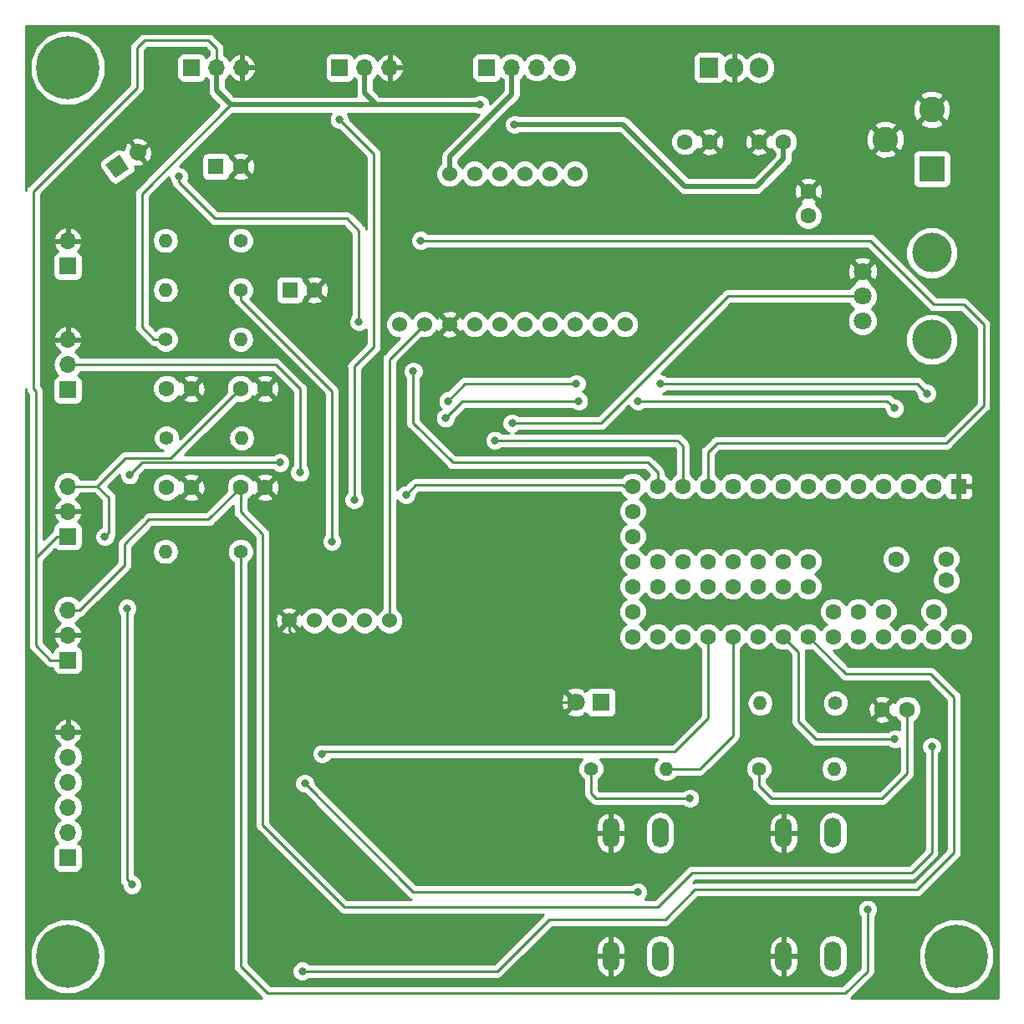
<source format=gbr>
G04 #@! TF.GenerationSoftware,KiCad,Pcbnew,(5.0.2)-1*
G04 #@! TF.CreationDate,2021-07-02T12:35:22-04:00*
G04 #@! TF.ProjectId,PhylumScope,5068796c-756d-4536-936f-70652e6b6963,rev?*
G04 #@! TF.SameCoordinates,Original*
G04 #@! TF.FileFunction,Copper,L1,Top*
G04 #@! TF.FilePolarity,Positive*
%FSLAX46Y46*%
G04 Gerber Fmt 4.6, Leading zero omitted, Abs format (unit mm)*
G04 Created by KiCad (PCBNEW (5.0.2)-1) date 02-Jul-21 12:35:22 PM*
%MOMM*%
%LPD*%
G01*
G04 APERTURE LIST*
G04 #@! TA.AperFunction,ComponentPad*
%ADD10C,6.400000*%
G04 #@! TD*
G04 #@! TA.AperFunction,ComponentPad*
%ADD11C,0.800000*%
G04 #@! TD*
G04 #@! TA.AperFunction,ComponentPad*
%ADD12C,1.600000*%
G04 #@! TD*
G04 #@! TA.AperFunction,ComponentPad*
%ADD13R,1.905000X2.000000*%
G04 #@! TD*
G04 #@! TA.AperFunction,ComponentPad*
%ADD14O,1.905000X2.000000*%
G04 #@! TD*
G04 #@! TA.AperFunction,ComponentPad*
%ADD15O,1.700000X1.700000*%
G04 #@! TD*
G04 #@! TA.AperFunction,ComponentPad*
%ADD16R,1.700000X1.700000*%
G04 #@! TD*
G04 #@! TA.AperFunction,ComponentPad*
%ADD17R,1.800000X1.800000*%
G04 #@! TD*
G04 #@! TA.AperFunction,ComponentPad*
%ADD18C,1.800000*%
G04 #@! TD*
G04 #@! TA.AperFunction,ComponentPad*
%ADD19O,1.400000X1.400000*%
G04 #@! TD*
G04 #@! TA.AperFunction,ComponentPad*
%ADD20C,1.400000*%
G04 #@! TD*
G04 #@! TA.AperFunction,ComponentPad*
%ADD21R,1.600000X1.600000*%
G04 #@! TD*
G04 #@! TA.AperFunction,ComponentPad*
%ADD22O,1.727200X3.048000*%
G04 #@! TD*
G04 #@! TA.AperFunction,ComponentPad*
%ADD23C,2.600000*%
G04 #@! TD*
G04 #@! TA.AperFunction,ComponentPad*
%ADD24R,2.600000X2.600000*%
G04 #@! TD*
G04 #@! TA.AperFunction,ComponentPad*
%ADD25C,1.700000*%
G04 #@! TD*
G04 #@! TA.AperFunction,Conductor*
%ADD26C,0.100000*%
G04 #@! TD*
G04 #@! TA.AperFunction,Conductor*
%ADD27C,1.700000*%
G04 #@! TD*
G04 #@! TA.AperFunction,WasherPad*
%ADD28C,4.000000*%
G04 #@! TD*
G04 #@! TA.AperFunction,ComponentPad*
%ADD29C,1.524000*%
G04 #@! TD*
G04 #@! TA.AperFunction,ViaPad*
%ADD30C,0.800000*%
G04 #@! TD*
G04 #@! TA.AperFunction,Conductor*
%ADD31C,0.250000*%
G04 #@! TD*
G04 #@! TA.AperFunction,Conductor*
%ADD32C,0.500000*%
G04 #@! TD*
G04 #@! TA.AperFunction,Conductor*
%ADD33C,0.254000*%
G04 #@! TD*
G04 APERTURE END LIST*
D10*
G04 #@! TO.P,,1*
G04 #@! TO.N,N/C*
X90600000Y-48500000D03*
D11*
X93000000Y-48500000D03*
X92297056Y-50197056D03*
X90600000Y-50900000D03*
X88902944Y-50197056D03*
X88200000Y-48500000D03*
X88902944Y-46802944D03*
X90600000Y-46100000D03*
X92297056Y-46802944D03*
G04 #@! TD*
D10*
G04 #@! TO.P,,1*
G04 #@! TO.N,N/C*
X180600000Y-138500000D03*
D11*
X183000000Y-138500000D03*
X182297056Y-140197056D03*
X180600000Y-140900000D03*
X178902944Y-140197056D03*
X178200000Y-138500000D03*
X178902944Y-136802944D03*
X180600000Y-136100000D03*
X182297056Y-136802944D03*
G04 #@! TD*
D12*
G04 #@! TO.P,C4,1*
G04 #@! TO.N,GND*
X155600000Y-56000000D03*
G04 #@! TO.P,C4,2*
G04 #@! TO.N,+12V_bus*
X153100000Y-56000000D03*
G04 #@! TD*
D13*
G04 #@! TO.P,U4,1*
G04 #@! TO.N,+12V_bus*
X155560000Y-48500000D03*
D14*
G04 #@! TO.P,U4,2*
G04 #@! TO.N,GND*
X158100000Y-48500000D03*
G04 #@! TO.P,U4,3*
G04 #@! TO.N,+5V_bus*
X160640000Y-48500000D03*
G04 #@! TD*
D12*
G04 #@! TO.P,C8,2*
G04 #@! TO.N,GND*
X110600000Y-91000000D03*
G04 #@! TO.P,C8,1*
G04 #@! TO.N,Hall_L*
X108100000Y-91000000D03*
G04 #@! TD*
G04 #@! TO.P,C7,1*
G04 #@! TO.N,+5V_bus*
X100600000Y-91000000D03*
G04 #@! TO.P,C7,2*
G04 #@! TO.N,GND*
X103100000Y-91000000D03*
G04 #@! TD*
G04 #@! TO.P,C10,2*
G04 #@! TO.N,GND*
X110600000Y-81000000D03*
G04 #@! TO.P,C10,1*
G04 #@! TO.N,Hall_H*
X108100000Y-81000000D03*
G04 #@! TD*
G04 #@! TO.P,C9,1*
G04 #@! TO.N,+5V_bus*
X100600000Y-81000000D03*
G04 #@! TO.P,C9,2*
G04 #@! TO.N,GND*
X103100000Y-81000000D03*
G04 #@! TD*
D15*
G04 #@! TO.P,J7,3*
G04 #@! TO.N,Hall_H*
X90600000Y-90880000D03*
G04 #@! TO.P,J7,2*
G04 #@! TO.N,GND*
X90600000Y-93420000D03*
D16*
G04 #@! TO.P,J7,1*
G04 #@! TO.N,+5V_bus*
X90600000Y-95960000D03*
G04 #@! TD*
G04 #@! TO.P,J6,1*
G04 #@! TO.N,+5V_bus*
X90600000Y-108500000D03*
D15*
G04 #@! TO.P,J6,2*
G04 #@! TO.N,GND*
X90600000Y-105960000D03*
G04 #@! TO.P,J6,3*
G04 #@! TO.N,Hall_L*
X90600000Y-103420000D03*
G04 #@! TD*
D16*
G04 #@! TO.P,J9,1*
G04 #@! TO.N,+3.3V_bus*
X90600000Y-128500000D03*
D15*
G04 #@! TO.P,J9,2*
G04 #@! TO.N,Joy_X*
X90600000Y-125960000D03*
G04 #@! TO.P,J9,3*
G04 #@! TO.N,Joy_Y*
X90600000Y-123420000D03*
G04 #@! TO.P,J9,4*
G04 #@! TO.N,Btn_1*
X90600000Y-120880000D03*
G04 #@! TO.P,J9,5*
G04 #@! TO.N,Net-(J9-Pad5)*
X90600000Y-118340000D03*
G04 #@! TO.P,J9,6*
G04 #@! TO.N,GND*
X90600000Y-115800000D03*
G04 #@! TD*
D17*
G04 #@! TO.P,J8,1*
G04 #@! TO.N,Net-(J8-Pad1)*
X144600000Y-112750000D03*
D18*
G04 #@! TO.P,J8,2*
G04 #@! TO.N,GND*
X142060000Y-112750000D03*
G04 #@! TD*
D19*
G04 #@! TO.P,R5,2*
G04 #@! TO.N,Hall_L*
X108220000Y-86000000D03*
D20*
G04 #@! TO.P,R5,1*
G04 #@! TO.N,+5V_bus*
X100600000Y-86000000D03*
G04 #@! TD*
G04 #@! TO.P,R6,1*
G04 #@! TO.N,+5V_bus*
X100480000Y-76000000D03*
D19*
G04 #@! TO.P,R6,2*
G04 #@! TO.N,Hall_H*
X108100000Y-76000000D03*
G04 #@! TD*
G04 #@! TO.P,R7,2*
G04 #@! TO.N,Net-(J8-Pad1)*
X160734000Y-112863000D03*
D20*
G04 #@! TO.P,R7,1*
G04 #@! TO.N,LED_3*
X168354000Y-112863000D03*
G04 #@! TD*
G04 #@! TO.P,R8,1*
G04 #@! TO.N,LED_3*
X108100000Y-97500000D03*
D19*
G04 #@! TO.P,R8,2*
G04 #@! TO.N,Net-(J9-Pad5)*
X100480000Y-97500000D03*
G04 #@! TD*
D12*
G04 #@! TO.P,U1,17*
G04 #@! TO.N,Net-(U1-Pad17)*
X147820000Y-98500000D03*
G04 #@! TO.P,U1,18*
G04 #@! TO.N,Net-(U1-Pad18)*
X147820000Y-101040000D03*
G04 #@! TO.P,U1,19*
G04 #@! TO.N,Net-(U1-Pad19)*
X147820000Y-103580000D03*
G04 #@! TO.P,U1,20*
G04 #@! TO.N,Net-(U1-Pad20)*
X147820000Y-106120000D03*
G04 #@! TO.P,U1,16*
G04 #@! TO.N,Net-(U1-Pad16)*
X147820000Y-95960000D03*
G04 #@! TO.P,U1,15*
G04 #@! TO.N,Net-(U1-Pad15)*
X147820000Y-93420000D03*
G04 #@! TO.P,U1,14*
G04 #@! TO.N,Servo_Y*
X147820000Y-90880000D03*
G04 #@! TO.P,U1,21*
G04 #@! TO.N,Net-(RV1-Pad2)*
X150360000Y-106120000D03*
G04 #@! TO.P,U1,22*
G04 #@! TO.N,Joy_X*
X152900000Y-106120000D03*
G04 #@! TO.P,U1,23*
G04 #@! TO.N,Joy_Y*
X155440000Y-106120000D03*
G04 #@! TO.P,U1,24*
G04 #@! TO.N,Btn_1*
X157980000Y-106120000D03*
G04 #@! TO.P,U1,25*
G04 #@! TO.N,Btn_2*
X160520000Y-106120000D03*
G04 #@! TO.P,U1,26*
G04 #@! TO.N,Hall_L*
X163060000Y-106120000D03*
G04 #@! TO.P,U1,27*
G04 #@! TO.N,Hall_H*
X165600000Y-106120000D03*
G04 #@! TO.P,U1,28*
G04 #@! TO.N,LED_3*
X168140000Y-106120000D03*
G04 #@! TO.P,U1,29*
G04 #@! TO.N,Net-(U1-Pad29)*
X170680000Y-106120000D03*
G04 #@! TO.P,U1,30*
G04 #@! TO.N,Net-(U1-Pad30)*
X173220000Y-106120000D03*
G04 #@! TO.P,U1,31*
G04 #@! TO.N,+3.3V_bus*
X175760000Y-106120000D03*
G04 #@! TO.P,U1,32*
G04 #@! TO.N,Net-(U1-Pad32)*
X178300000Y-106120000D03*
G04 #@! TO.P,U1,33*
G04 #@! TO.N,Net-(U1-Pad33)*
X180840000Y-106120000D03*
G04 #@! TO.P,U1,34*
G04 #@! TO.N,Net-(U1-Pad34)*
X178300000Y-103580000D03*
G04 #@! TO.P,U1,35*
G04 #@! TO.N,Net-(U1-Pad35)*
X173220000Y-103580000D03*
G04 #@! TO.P,U1,36*
G04 #@! TO.N,Net-(U1-Pad36)*
X170680000Y-103580000D03*
G04 #@! TO.P,U1,37*
G04 #@! TO.N,Net-(U1-Pad37)*
X168140000Y-103580000D03*
G04 #@! TO.P,U1,13*
G04 #@! TO.N,Servo_X*
X150360000Y-90880000D03*
G04 #@! TO.P,U1,12*
G04 #@! TO.N,LED_2*
X152900000Y-90880000D03*
G04 #@! TO.P,U1,11*
G04 #@! TO.N,LED_1*
X155440000Y-90880000D03*
G04 #@! TO.P,U1,10*
G04 #@! TO.N,Net-(U1-Pad10)*
X157980000Y-90880000D03*
G04 #@! TO.P,U1,9*
G04 #@! TO.N,Stepper_Z_BIn2*
X160520000Y-90880000D03*
G04 #@! TO.P,U1,8*
G04 #@! TO.N,Stepper_Z_BIn1*
X163060000Y-90880000D03*
G04 #@! TO.P,U1,7*
G04 #@! TO.N,Stepper_Z_AIn1*
X165600000Y-90880000D03*
G04 #@! TO.P,U1,6*
G04 #@! TO.N,Stepper_Z_AIn2*
X168140000Y-90880000D03*
G04 #@! TO.P,U1,5*
G04 #@! TO.N,Net-(U1-Pad5)*
X170680000Y-90880000D03*
G04 #@! TO.P,U1,4*
G04 #@! TO.N,Net-(U1-Pad4)*
X173220000Y-90880000D03*
G04 #@! TO.P,U1,3*
G04 #@! TO.N,TX_1*
X175760000Y-90880000D03*
G04 #@! TO.P,U1,2*
G04 #@! TO.N,RX_1*
X178300000Y-90880000D03*
D21*
G04 #@! TO.P,U1,1*
G04 #@! TO.N,GND*
X180840000Y-90880000D03*
D12*
G04 #@! TO.P,U1,38*
G04 #@! TO.N,Net-(U1-Pad38)*
X179570000Y-98270000D03*
G04 #@! TO.P,U1,39*
G04 #@! TO.N,Net-(U1-Pad39)*
X179570000Y-100400000D03*
G04 #@! TO.P,U1,46*
G04 #@! TO.N,Net-(U1-Pad46)*
X152900000Y-101040000D03*
G04 #@! TO.P,U1,47*
G04 #@! TO.N,Net-(U1-Pad47)*
X150360000Y-101040000D03*
G04 #@! TO.P,U1,48*
G04 #@! TO.N,Net-(U1-Pad48)*
X150360000Y-98500000D03*
G04 #@! TO.P,U1,45*
G04 #@! TO.N,Net-(U1-Pad45)*
X155440000Y-101040000D03*
G04 #@! TO.P,U1,44*
G04 #@! TO.N,Net-(U1-Pad44)*
X157980000Y-101040000D03*
G04 #@! TO.P,U1,49*
G04 #@! TO.N,Net-(U1-Pad49)*
X152900000Y-98500000D03*
G04 #@! TO.P,U1,50*
G04 #@! TO.N,Net-(U1-Pad50)*
X155440000Y-98500000D03*
G04 #@! TO.P,U1,43*
G04 #@! TO.N,Net-(U1-Pad43)*
X160520000Y-101040000D03*
G04 #@! TO.P,U1,51*
G04 #@! TO.N,Net-(U1-Pad51)*
X157980000Y-98500000D03*
G04 #@! TO.P,U1,42*
G04 #@! TO.N,Net-(U1-Pad42)*
X163060000Y-101040000D03*
G04 #@! TO.P,U1,41*
G04 #@! TO.N,Net-(U1-Pad41)*
X165600000Y-101040000D03*
G04 #@! TO.P,U1,52*
G04 #@! TO.N,N/C*
X160520000Y-98500000D03*
G04 #@! TO.P,U1,40*
G04 #@! TO.N,Net-(U1-Pad40)*
X174490000Y-98270000D03*
G04 #@! TO.P,U1,53*
G04 #@! TO.N,N/C*
X163060000Y-98500000D03*
G04 #@! TO.P,U1,54*
X165600000Y-98500000D03*
G04 #@! TD*
D22*
G04 #@! TO.P,SW2,2*
G04 #@! TO.N,Btn_2*
X168100000Y-138500000D03*
G04 #@! TO.P,SW2,1*
G04 #@! TO.N,GND*
X163100000Y-138500000D03*
G04 #@! TO.P,SW2,2*
G04 #@! TO.N,Btn_2*
X168100000Y-126000000D03*
G04 #@! TO.P,SW2,1*
G04 #@! TO.N,GND*
X163100000Y-126000000D03*
G04 #@! TD*
G04 #@! TO.P,SW1,1*
G04 #@! TO.N,GND*
X145600000Y-126000000D03*
G04 #@! TO.P,SW1,2*
G04 #@! TO.N,Btn_1*
X150600000Y-126000000D03*
G04 #@! TO.P,SW1,1*
G04 #@! TO.N,GND*
X145600000Y-138500000D03*
G04 #@! TO.P,SW1,2*
G04 #@! TO.N,Btn_1*
X150600000Y-138500000D03*
G04 #@! TD*
D21*
G04 #@! TO.P,C2,1*
G04 #@! TO.N,Net-(C2-Pad1)*
X113100000Y-71000000D03*
D12*
G04 #@! TO.P,C2,2*
G04 #@! TO.N,GND*
X115600000Y-71000000D03*
G04 #@! TD*
G04 #@! TO.P,C3,2*
G04 #@! TO.N,GND*
X108100000Y-58500000D03*
D21*
G04 #@! TO.P,C3,1*
G04 #@! TO.N,Net-(C3-Pad1)*
X105600000Y-58500000D03*
G04 #@! TD*
D12*
G04 #@! TO.P,C5,1*
G04 #@! TO.N,GND*
X160600000Y-56000000D03*
G04 #@! TO.P,C5,2*
G04 #@! TO.N,+5V_bus*
X163100000Y-56000000D03*
G04 #@! TD*
G04 #@! TO.P,C6,2*
G04 #@! TO.N,+12V_bus*
X165600000Y-63500000D03*
G04 #@! TO.P,C6,1*
G04 #@! TO.N,GND*
X165600000Y-61000000D03*
G04 #@! TD*
G04 #@! TO.P,C1,1*
G04 #@! TO.N,+3.3V_bus*
X175600000Y-113500000D03*
G04 #@! TO.P,C1,2*
G04 #@! TO.N,GND*
X173100000Y-113500000D03*
G04 #@! TD*
D23*
G04 #@! TO.P,J1,3*
G04 #@! TO.N,GND*
X173400000Y-55750000D03*
G04 #@! TO.P,J1,2*
X178100000Y-52750000D03*
D24*
G04 #@! TO.P,J1,1*
G04 #@! TO.N,+12V_bus*
X178100000Y-58750000D03*
G04 #@! TD*
D15*
G04 #@! TO.P,J3,2*
G04 #@! TO.N,GND*
X90600000Y-66040000D03*
D16*
G04 #@! TO.P,J3,1*
G04 #@! TO.N,Net-(C2-Pad1)*
X90600000Y-68580000D03*
G04 #@! TD*
D25*
G04 #@! TO.P,J4,1*
G04 #@! TO.N,Net-(C3-Pad1)*
X95600000Y-58500000D03*
D26*
G04 #@! TD*
G04 #@! TO.N,Net-(C3-Pad1)*
G04 #@! TO.C,J4*
G36*
X96783819Y-58708739D02*
X95391261Y-59683819D01*
X94416181Y-58291261D01*
X95808739Y-57316181D01*
X96783819Y-58708739D01*
X96783819Y-58708739D01*
G37*
D25*
G04 #@! TO.P,J4,2*
G04 #@! TO.N,GND*
X97680646Y-57043116D03*
D27*
G04 #@! TD*
G04 #@! TO.N,GND*
G04 #@! TO.C,J4*
X97680646Y-57043116D02*
X97680646Y-57043116D01*
D16*
G04 #@! TO.P,J5,1*
G04 #@! TO.N,RX_1*
X90600000Y-81120000D03*
D15*
G04 #@! TO.P,J5,2*
G04 #@! TO.N,TX_1*
X90600000Y-78580000D03*
G04 #@! TO.P,J5,3*
G04 #@! TO.N,GND*
X90600000Y-76040000D03*
G04 #@! TD*
G04 #@! TO.P,M1,3*
G04 #@! TO.N,GND*
X108220000Y-48500000D03*
G04 #@! TO.P,M1,2*
G04 #@! TO.N,+5V_bus*
X105680000Y-48500000D03*
D16*
G04 #@! TO.P,M1,1*
G04 #@! TO.N,Servo_X*
X103140000Y-48500000D03*
G04 #@! TD*
G04 #@! TO.P,M2,1*
G04 #@! TO.N,Servo_Y*
X118140000Y-48500000D03*
D15*
G04 #@! TO.P,M2,2*
G04 #@! TO.N,+5V_bus*
X120680000Y-48500000D03*
G04 #@! TO.P,M2,3*
G04 #@! TO.N,GND*
X123220000Y-48500000D03*
G04 #@! TD*
D16*
G04 #@! TO.P,M3,1*
G04 #@! TO.N,Net-(M3-Pad1)*
X133020000Y-48500000D03*
D15*
G04 #@! TO.P,M3,2*
G04 #@! TO.N,Net-(M3-Pad2)*
X135560000Y-48500000D03*
G04 #@! TO.P,M3,3*
G04 #@! TO.N,Net-(M3-Pad3)*
X138100000Y-48500000D03*
G04 #@! TO.P,M3,4*
G04 #@! TO.N,Net-(M3-Pad4)*
X140640000Y-48500000D03*
G04 #@! TD*
D18*
G04 #@! TO.P,RV1,3*
G04 #@! TO.N,GND*
X171100000Y-69150000D03*
G04 #@! TO.P,RV1,2*
G04 #@! TO.N,Net-(RV1-Pad2)*
X171100000Y-71650000D03*
G04 #@! TO.P,RV1,1*
G04 #@! TO.N,+3.3V_bus*
X171100000Y-74150000D03*
D28*
G04 #@! TO.P,RV1,*
G04 #@! TO.N,*
X178100000Y-67250000D03*
X178100000Y-76050000D03*
G04 #@! TD*
D19*
G04 #@! TO.P,R1,2*
G04 #@! TO.N,Btn_1*
X151220000Y-119500000D03*
D20*
G04 #@! TO.P,R1,1*
G04 #@! TO.N,+3.3V_bus*
X143600000Y-119500000D03*
G04 #@! TD*
G04 #@! TO.P,R2,1*
G04 #@! TO.N,+3.3V_bus*
X160600000Y-119500000D03*
D19*
G04 #@! TO.P,R2,2*
G04 #@! TO.N,Btn_2*
X168220000Y-119500000D03*
G04 #@! TD*
G04 #@! TO.P,R3,2*
G04 #@! TO.N,Net-(C2-Pad1)*
X100480000Y-71000000D03*
D20*
G04 #@! TO.P,R3,1*
G04 #@! TO.N,LED_2*
X108100000Y-71000000D03*
G04 #@! TD*
G04 #@! TO.P,R4,1*
G04 #@! TO.N,LED_1*
X108100000Y-66000000D03*
D19*
G04 #@! TO.P,R4,2*
G04 #@! TO.N,Net-(C3-Pad1)*
X100480000Y-66000000D03*
G04 #@! TD*
D29*
G04 #@! TO.P,U3,5*
G04 #@! TO.N,GND*
X113020000Y-104490000D03*
G04 #@! TO.P,U3,4*
G04 #@! TO.N,Net-(U3-Pad4)*
X115560000Y-104490000D03*
G04 #@! TO.P,U3,3*
G04 #@! TO.N,Joy_Y*
X118100000Y-104490000D03*
G04 #@! TO.P,U3,2*
G04 #@! TO.N,Joy_X*
X120640000Y-104490000D03*
G04 #@! TO.P,U3,1*
G04 #@! TO.N,+3.3V_bus*
X123180000Y-104490000D03*
G04 #@! TD*
G04 #@! TO.P,U2,1*
G04 #@! TO.N,+12V_bus*
X124170000Y-74485000D03*
G04 #@! TO.P,U2,2*
G04 #@! TO.N,+3.3V_bus*
X126710000Y-74485000D03*
G04 #@! TO.P,U2,3*
G04 #@! TO.N,GND*
X129250000Y-74485000D03*
G04 #@! TO.P,U2,4*
G04 #@! TO.N,+3.3V_bus*
X131790000Y-74485000D03*
G04 #@! TO.P,U2,5*
G04 #@! TO.N,Stepper_Z_BIn2*
X134330000Y-74485000D03*
G04 #@! TO.P,U2,6*
G04 #@! TO.N,Stepper_Z_BIn1*
X136870000Y-74485000D03*
G04 #@! TO.P,U2,7*
G04 #@! TO.N,Net-(U2-Pad7)*
X139410000Y-74485000D03*
G04 #@! TO.P,U2,8*
G04 #@! TO.N,Stepper_Z_AIn1*
X141950000Y-74485000D03*
G04 #@! TO.P,U2,9*
G04 #@! TO.N,Stepper_Z_AIn2*
X144490000Y-74485000D03*
G04 #@! TO.P,U2,10*
G04 #@! TO.N,+3.3V_bus*
X147030000Y-74485000D03*
G04 #@! TO.P,U2,11*
G04 #@! TO.N,Net-(M3-Pad4)*
X141950000Y-59245000D03*
G04 #@! TO.P,U2,12*
G04 #@! TO.N,Net-(M3-Pad3)*
X139410000Y-59245000D03*
G04 #@! TO.P,U2,13*
G04 #@! TO.N,Net-(U2-Pad13)*
X136870000Y-59245000D03*
G04 #@! TO.P,U2,14*
G04 #@! TO.N,Net-(U2-Pad14)*
X134330000Y-59245000D03*
G04 #@! TO.P,U2,15*
G04 #@! TO.N,Net-(M3-Pad1)*
X131790000Y-59245000D03*
G04 #@! TO.P,U2,16*
G04 #@! TO.N,Net-(M3-Pad2)*
X129250000Y-59245000D03*
G04 #@! TD*
D11*
G04 #@! TO.P,,1*
G04 #@! TO.N,N/C*
X92297056Y-136802944D03*
X90600000Y-136100000D03*
X88902944Y-136802944D03*
X88200000Y-138500000D03*
X88902944Y-140197056D03*
X90600000Y-140900000D03*
X92297056Y-140197056D03*
X93000000Y-138500000D03*
D10*
X90600000Y-138500000D03*
G04 #@! TD*
D30*
G04 #@! TO.N,Servo_Y*
X124850000Y-91750000D03*
X119600000Y-92250000D03*
X118100000Y-53750000D03*
G04 #@! TO.N,Net-(RV1-Pad2)*
X135600000Y-84500000D03*
G04 #@! TO.N,Joy_Y*
X116350000Y-118000000D03*
G04 #@! TO.N,+3.3V_bus*
X153600000Y-122500000D03*
G04 #@! TO.N,Servo_X*
X125600000Y-79250000D03*
X101850000Y-59500000D03*
X120100000Y-74250000D03*
G04 #@! TO.N,LED_2*
X117350000Y-96500000D03*
X133850000Y-86250000D03*
G04 #@! TO.N,LED_1*
X126350000Y-66000000D03*
G04 #@! TO.N,Btn_1*
X114600000Y-121000000D03*
X148350000Y-132000000D03*
G04 #@! TO.N,TX_1*
X174350000Y-83000000D03*
X148350000Y-82250000D03*
X142350000Y-82250000D03*
X128850000Y-84000000D03*
X114100000Y-89500000D03*
G04 #@! TO.N,RX_1*
X177600000Y-81500000D03*
X150600000Y-80500000D03*
X142100000Y-80500000D03*
X129100000Y-82250000D03*
X112100000Y-88500000D03*
X96850000Y-89750000D03*
G04 #@! TO.N,+5V_bus*
X135850000Y-54250000D03*
X132350000Y-52250000D03*
G04 #@! TO.N,Hall_L*
X174350000Y-116500000D03*
X178100000Y-117250000D03*
G04 #@! TO.N,Hall_H*
X114350000Y-140000000D03*
X97100000Y-131250000D03*
X96600000Y-103250000D03*
X94350000Y-96000000D03*
G04 #@! TO.N,LED_3*
X171600000Y-133750000D03*
G04 #@! TD*
D31*
G04 #@! TO.N,Servo_Y*
X119600000Y-92250000D02*
X119600000Y-78750000D01*
X119600000Y-78750000D02*
X121600000Y-76750000D01*
X121600000Y-76750000D02*
X121600000Y-57250000D01*
X121600000Y-57250000D02*
X118100000Y-53750000D01*
X147820000Y-90880000D02*
X146980000Y-90880000D01*
X146980000Y-90880000D02*
X146850000Y-90750000D01*
X125850000Y-90750000D02*
X124850000Y-91750000D01*
X146850000Y-90750000D02*
X125850000Y-90750000D01*
G04 #@! TO.N,Net-(RV1-Pad2)*
X144600000Y-84500000D02*
X155600000Y-73500000D01*
X157450000Y-71650000D02*
X155600000Y-73500000D01*
X171100000Y-71650000D02*
X157450000Y-71650000D01*
X144600000Y-84500000D02*
X135600000Y-84500000D01*
G04 #@! TO.N,Joy_Y*
X155440000Y-106120000D02*
X155440000Y-114410000D01*
X155440000Y-114410000D02*
X152100000Y-117750000D01*
X152100000Y-117750000D02*
X116600000Y-117750000D01*
X116600000Y-117750000D02*
X116350000Y-118000000D01*
G04 #@! TO.N,+3.3V_bus*
X143600000Y-122000000D02*
X143600000Y-119500000D01*
X153600000Y-122500000D02*
X144100000Y-122500000D01*
X144100000Y-122500000D02*
X143600000Y-122000000D01*
X160600000Y-121250000D02*
X160600000Y-119500000D01*
X161850000Y-122500000D02*
X160600000Y-121250000D01*
X173100000Y-122500000D02*
X161850000Y-122500000D01*
X175600000Y-113500000D02*
X175600000Y-120000000D01*
X175600000Y-120000000D02*
X173100000Y-122500000D01*
X126710000Y-74485000D02*
X123180000Y-78015000D01*
X123180000Y-103412370D02*
X123180000Y-104490000D01*
X123180000Y-78015000D02*
X123180000Y-103412370D01*
G04 #@! TO.N,Servo_X*
X150360000Y-90880000D02*
X150360000Y-89510000D01*
X150360000Y-89510000D02*
X149350000Y-88500000D01*
X149350000Y-88500000D02*
X129600000Y-88500000D01*
X129600000Y-88500000D02*
X125600000Y-84500000D01*
X125600000Y-84500000D02*
X125600000Y-79250000D01*
X101850000Y-60065685D02*
X105534315Y-63750000D01*
X101850000Y-59500000D02*
X101850000Y-60065685D01*
X105534315Y-63750000D02*
X118850000Y-63750000D01*
X118850000Y-63750000D02*
X120100000Y-65000000D01*
X120100000Y-65000000D02*
X120100000Y-74250000D01*
G04 #@! TO.N,LED_2*
X108100000Y-71000000D02*
X108100000Y-72000000D01*
X108100000Y-72000000D02*
X117350000Y-81250000D01*
X117350000Y-81250000D02*
X117350000Y-96500000D01*
X152900000Y-86800000D02*
X152900000Y-90880000D01*
X152350000Y-86250000D02*
X152900000Y-86800000D01*
X133850000Y-86250000D02*
X144600000Y-86250000D01*
X144350000Y-86250000D02*
X144600000Y-86250000D01*
X144600000Y-86250000D02*
X152350000Y-86250000D01*
G04 #@! TO.N,LED_1*
X156350000Y-86500000D02*
X155440000Y-87410000D01*
X179600000Y-86500000D02*
X156350000Y-86500000D01*
X171850000Y-66000000D02*
X178350000Y-72500000D01*
X178350000Y-72500000D02*
X181350000Y-72500000D01*
X181350000Y-72500000D02*
X183350000Y-74500000D01*
X155440000Y-87410000D02*
X155440000Y-90880000D01*
X126350000Y-66000000D02*
X171850000Y-66000000D01*
X183350000Y-74500000D02*
X183350000Y-82750000D01*
X183350000Y-82750000D02*
X179600000Y-86500000D01*
G04 #@! TO.N,Btn_1*
X157980000Y-106120000D02*
X157980000Y-116120000D01*
X154600000Y-119500000D02*
X151220000Y-119500000D01*
X157980000Y-116120000D02*
X154600000Y-119500000D01*
X114600000Y-121000000D02*
X125600000Y-132000000D01*
X125600000Y-132000000D02*
X148350000Y-132000000D01*
G04 #@! TO.N,TX_1*
X174350000Y-83000000D02*
X173600000Y-82250000D01*
X173600000Y-82250000D02*
X148350000Y-82250000D01*
X142350000Y-82250000D02*
X130600000Y-82250000D01*
X130600000Y-82250000D02*
X128850000Y-84000000D01*
X111680000Y-78580000D02*
X90600000Y-78580000D01*
X114100000Y-89500000D02*
X114100000Y-81000000D01*
X114100000Y-81000000D02*
X111680000Y-78580000D01*
G04 #@! TO.N,RX_1*
X142100000Y-80500000D02*
X130850000Y-80500000D01*
X130850000Y-80500000D02*
X129100000Y-82250000D01*
X112100000Y-88500000D02*
X104350000Y-88500000D01*
X104350000Y-88500000D02*
X102350000Y-88500000D01*
X102350000Y-88500000D02*
X98100000Y-88500000D01*
X98100000Y-88500000D02*
X96850000Y-89750000D01*
X176600000Y-80500000D02*
X177600000Y-81500000D01*
X150600000Y-80500000D02*
X176600000Y-80500000D01*
G04 #@! TO.N,GND*
X140787208Y-112750000D02*
X142060000Y-112750000D01*
X120202370Y-112750000D02*
X140787208Y-112750000D01*
X113020000Y-105567630D02*
X120202370Y-112750000D01*
X113020000Y-104490000D02*
X113020000Y-105567630D01*
D32*
G04 #@! TO.N,Net-(M3-Pad2)*
X135560000Y-51190000D02*
X129250000Y-57500000D01*
X135560000Y-48500000D02*
X135560000Y-51190000D01*
X129250000Y-59245000D02*
X129250000Y-57500000D01*
G04 #@! TO.N,+5V_bus*
X121850000Y-52250000D02*
X132350000Y-52250000D01*
X120680000Y-48500000D02*
X120680000Y-51080000D01*
X120680000Y-51080000D02*
X121850000Y-52250000D01*
X121850000Y-52250000D02*
X107100000Y-52250000D01*
X105680000Y-50830000D02*
X105680000Y-48500000D01*
X107100000Y-52250000D02*
X105680000Y-50830000D01*
D31*
X100480000Y-76000000D02*
X99350000Y-76000000D01*
X99350000Y-76000000D02*
X98100000Y-74750000D01*
X98100000Y-61250000D02*
X107100000Y-52250000D01*
X98100000Y-74750000D02*
X98100000Y-61250000D01*
X89500000Y-95960000D02*
X87350000Y-98110000D01*
X90600000Y-95960000D02*
X89500000Y-95960000D01*
X88850000Y-108500000D02*
X90600000Y-108500000D01*
X87350000Y-107000000D02*
X88850000Y-108500000D01*
X87350000Y-81250000D02*
X87350000Y-98250000D01*
X87100000Y-81000000D02*
X87350000Y-81250000D01*
X87100000Y-61000000D02*
X87100000Y-81000000D01*
X97600000Y-46500000D02*
X97600000Y-50500000D01*
X87350000Y-98250000D02*
X87350000Y-107000000D01*
X87350000Y-98110000D02*
X87350000Y-98250000D01*
X105680000Y-48500000D02*
X105680000Y-46580000D01*
X105680000Y-46580000D02*
X104850000Y-45750000D01*
X104850000Y-45750000D02*
X98350000Y-45750000D01*
X97600000Y-50500000D02*
X87100000Y-61000000D01*
X98350000Y-45750000D02*
X97600000Y-46500000D01*
D32*
X163100000Y-57750000D02*
X163100000Y-56000000D01*
X160350000Y-60500000D02*
X163100000Y-57750000D01*
X153100000Y-60500000D02*
X160350000Y-60500000D01*
X135850000Y-54250000D02*
X146850000Y-54250000D01*
X146850000Y-54250000D02*
X153100000Y-60500000D01*
D31*
G04 #@! TO.N,Hall_L*
X91802081Y-103420000D02*
X96350000Y-98872081D01*
X90600000Y-103420000D02*
X91802081Y-103420000D01*
X96350000Y-98872081D02*
X96350000Y-96750000D01*
X96350000Y-96750000D02*
X98850000Y-94250000D01*
X104850000Y-94250000D02*
X108100000Y-91000000D01*
X98850000Y-94250000D02*
X104850000Y-94250000D01*
X163060000Y-106120000D02*
X164600000Y-107660000D01*
X164600000Y-107660000D02*
X164600000Y-114750000D01*
X164600000Y-114750000D02*
X166350000Y-116500000D01*
X166350000Y-116500000D02*
X174350000Y-116500000D01*
X108100000Y-93500000D02*
X108100000Y-91000000D01*
X110350000Y-125250000D02*
X110350000Y-95750000D01*
X178100000Y-128000000D02*
X176100000Y-130000000D01*
X178100000Y-117250000D02*
X178100000Y-128000000D01*
X110350000Y-95750000D02*
X108100000Y-93500000D01*
X176100000Y-130000000D02*
X153850000Y-130000000D01*
X153850000Y-130000000D02*
X150350000Y-133500000D01*
X150350000Y-133500000D02*
X118600000Y-133500000D01*
X118600000Y-133500000D02*
X110350000Y-125250000D01*
G04 #@! TO.N,Hall_H*
X97100000Y-131250000D02*
X96600000Y-130750000D01*
X96600000Y-130750000D02*
X96600000Y-103250000D01*
X94749999Y-92029999D02*
X93600000Y-90880000D01*
X94749999Y-95600001D02*
X94749999Y-92029999D01*
X94350000Y-96000000D02*
X94749999Y-95600001D01*
X90600000Y-90880000D02*
X93600000Y-90880000D01*
X101050011Y-88049989D02*
X107300001Y-81799999D01*
X93600000Y-90880000D02*
X96430011Y-88049989D01*
X107300001Y-81799999D02*
X108100000Y-81000000D01*
X96430011Y-88049989D02*
X101050011Y-88049989D01*
X169379001Y-109899001D02*
X165600000Y-106120000D01*
X177999001Y-109899001D02*
X169379001Y-109899001D01*
X180350000Y-112250000D02*
X177999001Y-109899001D01*
X180350000Y-128000000D02*
X180350000Y-112250000D01*
X134100000Y-140000000D02*
X139350000Y-134750000D01*
X114350000Y-140000000D02*
X134100000Y-140000000D01*
X139350000Y-134750000D02*
X151100000Y-134750000D01*
X151100000Y-134750000D02*
X154100000Y-131750000D01*
X154100000Y-131750000D02*
X176600000Y-131750000D01*
X176600000Y-131750000D02*
X180350000Y-128000000D01*
G04 #@! TO.N,LED_3*
X171600000Y-133750000D02*
X171600000Y-140000000D01*
X171600000Y-140000000D02*
X171250990Y-140349010D01*
X108100000Y-139500000D02*
X108100000Y-97500000D01*
X110850000Y-142250000D02*
X108100000Y-139500000D01*
X171600000Y-140000000D02*
X169350000Y-142250000D01*
X169350000Y-142250000D02*
X110850000Y-142250000D01*
G04 #@! TD*
D33*
G04 #@! TO.N,GND*
G36*
X184865000Y-142765000D02*
X169919931Y-142765000D01*
X169940331Y-142734470D01*
X172084473Y-140590329D01*
X172147929Y-140547929D01*
X172304423Y-140313720D01*
X172315904Y-140296538D01*
X172333938Y-140205874D01*
X172360000Y-140074852D01*
X172360000Y-140074848D01*
X172374888Y-140000000D01*
X172360000Y-139925152D01*
X172360000Y-137737171D01*
X176765000Y-137737171D01*
X176765000Y-139262829D01*
X177348844Y-140672353D01*
X178427647Y-141751156D01*
X179837171Y-142335000D01*
X181362829Y-142335000D01*
X182772353Y-141751156D01*
X183851156Y-140672353D01*
X184435000Y-139262829D01*
X184435000Y-137737171D01*
X183851156Y-136327647D01*
X182772353Y-135248844D01*
X181362829Y-134665000D01*
X179837171Y-134665000D01*
X178427647Y-135248844D01*
X177348844Y-136327647D01*
X176765000Y-137737171D01*
X172360000Y-137737171D01*
X172360000Y-134453711D01*
X172477431Y-134336280D01*
X172635000Y-133955874D01*
X172635000Y-133544126D01*
X172477431Y-133163720D01*
X172186280Y-132872569D01*
X171805874Y-132715000D01*
X171394126Y-132715000D01*
X171013720Y-132872569D01*
X170722569Y-133163720D01*
X170565000Y-133544126D01*
X170565000Y-133955874D01*
X170722569Y-134336280D01*
X170840000Y-134453711D01*
X170840001Y-139685197D01*
X169035199Y-141490000D01*
X111164803Y-141490000D01*
X108860000Y-139185199D01*
X108860000Y-98627975D01*
X109231758Y-98256217D01*
X109435000Y-97765548D01*
X109435000Y-97234452D01*
X109231758Y-96743783D01*
X108856217Y-96368242D01*
X108365548Y-96165000D01*
X107834452Y-96165000D01*
X107343783Y-96368242D01*
X106968242Y-96743783D01*
X106765000Y-97234452D01*
X106765000Y-97765548D01*
X106968242Y-98256217D01*
X107340001Y-98627976D01*
X107340000Y-139425153D01*
X107325112Y-139500000D01*
X107340000Y-139574847D01*
X107340000Y-139574851D01*
X107384096Y-139796536D01*
X107552071Y-140047929D01*
X107615530Y-140090331D01*
X110259673Y-142734476D01*
X110280069Y-142765000D01*
X86335000Y-142765000D01*
X86335000Y-137737171D01*
X86765000Y-137737171D01*
X86765000Y-139262829D01*
X87348844Y-140672353D01*
X88427647Y-141751156D01*
X89837171Y-142335000D01*
X91362829Y-142335000D01*
X92772353Y-141751156D01*
X93851156Y-140672353D01*
X94435000Y-139262829D01*
X94435000Y-137737171D01*
X93851156Y-136327647D01*
X92772353Y-135248844D01*
X91362829Y-134665000D01*
X89837171Y-134665000D01*
X88427647Y-135248844D01*
X87348844Y-136327647D01*
X86765000Y-137737171D01*
X86335000Y-137737171D01*
X86335000Y-118340000D01*
X89085908Y-118340000D01*
X89201161Y-118919418D01*
X89529375Y-119410625D01*
X89827761Y-119610000D01*
X89529375Y-119809375D01*
X89201161Y-120300582D01*
X89085908Y-120880000D01*
X89201161Y-121459418D01*
X89529375Y-121950625D01*
X89827761Y-122150000D01*
X89529375Y-122349375D01*
X89201161Y-122840582D01*
X89085908Y-123420000D01*
X89201161Y-123999418D01*
X89529375Y-124490625D01*
X89827761Y-124690000D01*
X89529375Y-124889375D01*
X89201161Y-125380582D01*
X89085908Y-125960000D01*
X89201161Y-126539418D01*
X89529375Y-127030625D01*
X89547619Y-127042816D01*
X89502235Y-127051843D01*
X89292191Y-127192191D01*
X89151843Y-127402235D01*
X89102560Y-127650000D01*
X89102560Y-129350000D01*
X89151843Y-129597765D01*
X89292191Y-129807809D01*
X89502235Y-129948157D01*
X89750000Y-129997440D01*
X91450000Y-129997440D01*
X91697765Y-129948157D01*
X91907809Y-129807809D01*
X92048157Y-129597765D01*
X92097440Y-129350000D01*
X92097440Y-127650000D01*
X92048157Y-127402235D01*
X91907809Y-127192191D01*
X91697765Y-127051843D01*
X91652381Y-127042816D01*
X91670625Y-127030625D01*
X91998839Y-126539418D01*
X92114092Y-125960000D01*
X91998839Y-125380582D01*
X91670625Y-124889375D01*
X91372239Y-124690000D01*
X91670625Y-124490625D01*
X91998839Y-123999418D01*
X92114092Y-123420000D01*
X91998839Y-122840582D01*
X91670625Y-122349375D01*
X91372239Y-122150000D01*
X91670625Y-121950625D01*
X91998839Y-121459418D01*
X92114092Y-120880000D01*
X91998839Y-120300582D01*
X91670625Y-119809375D01*
X91372239Y-119610000D01*
X91670625Y-119410625D01*
X91998839Y-118919418D01*
X92114092Y-118340000D01*
X91998839Y-117760582D01*
X91670625Y-117269375D01*
X91351522Y-117056157D01*
X91481358Y-116995183D01*
X91871645Y-116566924D01*
X92041476Y-116156890D01*
X91920155Y-115927000D01*
X90727000Y-115927000D01*
X90727000Y-115947000D01*
X90473000Y-115947000D01*
X90473000Y-115927000D01*
X89279845Y-115927000D01*
X89158524Y-116156890D01*
X89328355Y-116566924D01*
X89718642Y-116995183D01*
X89848478Y-117056157D01*
X89529375Y-117269375D01*
X89201161Y-117760582D01*
X89085908Y-118340000D01*
X86335000Y-118340000D01*
X86335000Y-115443110D01*
X89158524Y-115443110D01*
X89279845Y-115673000D01*
X90473000Y-115673000D01*
X90473000Y-114479181D01*
X90727000Y-114479181D01*
X90727000Y-115673000D01*
X91920155Y-115673000D01*
X92041476Y-115443110D01*
X91871645Y-115033076D01*
X91481358Y-114604817D01*
X90956892Y-114358514D01*
X90727000Y-114479181D01*
X90473000Y-114479181D01*
X90243108Y-114358514D01*
X89718642Y-114604817D01*
X89328355Y-115033076D01*
X89158524Y-115443110D01*
X86335000Y-115443110D01*
X86335000Y-81049710D01*
X86340001Y-81074852D01*
X86384097Y-81296537D01*
X86552072Y-81547929D01*
X86590000Y-81573272D01*
X86590001Y-98035144D01*
X86590000Y-98035149D01*
X86590000Y-98035153D01*
X86575112Y-98110000D01*
X86590000Y-98184847D01*
X86590001Y-106925148D01*
X86575112Y-107000000D01*
X86634097Y-107296537D01*
X86678816Y-107363463D01*
X86802072Y-107547929D01*
X86865528Y-107590329D01*
X88259673Y-108984476D01*
X88302071Y-109047929D01*
X88365524Y-109090327D01*
X88365526Y-109090329D01*
X88490902Y-109174102D01*
X88553463Y-109215904D01*
X88775148Y-109260000D01*
X88775152Y-109260000D01*
X88849999Y-109274888D01*
X88924846Y-109260000D01*
X89102560Y-109260000D01*
X89102560Y-109350000D01*
X89151843Y-109597765D01*
X89292191Y-109807809D01*
X89502235Y-109948157D01*
X89750000Y-109997440D01*
X91450000Y-109997440D01*
X91697765Y-109948157D01*
X91907809Y-109807809D01*
X92048157Y-109597765D01*
X92097440Y-109350000D01*
X92097440Y-107650000D01*
X92048157Y-107402235D01*
X91907809Y-107192191D01*
X91697765Y-107051843D01*
X91594292Y-107031261D01*
X91871645Y-106726924D01*
X92041476Y-106316890D01*
X91920155Y-106087000D01*
X90727000Y-106087000D01*
X90727000Y-106107000D01*
X90473000Y-106107000D01*
X90473000Y-106087000D01*
X89279845Y-106087000D01*
X89158524Y-106316890D01*
X89328355Y-106726924D01*
X89605708Y-107031261D01*
X89502235Y-107051843D01*
X89292191Y-107192191D01*
X89151843Y-107402235D01*
X89102560Y-107650000D01*
X89102560Y-107677757D01*
X88110000Y-106685199D01*
X88110000Y-103420000D01*
X89085908Y-103420000D01*
X89201161Y-103999418D01*
X89529375Y-104490625D01*
X89848478Y-104703843D01*
X89718642Y-104764817D01*
X89328355Y-105193076D01*
X89158524Y-105603110D01*
X89279845Y-105833000D01*
X90473000Y-105833000D01*
X90473000Y-105813000D01*
X90727000Y-105813000D01*
X90727000Y-105833000D01*
X91920155Y-105833000D01*
X92041476Y-105603110D01*
X91871645Y-105193076D01*
X91481358Y-104764817D01*
X91351522Y-104703843D01*
X91670625Y-104490625D01*
X91878369Y-104179714D01*
X92098618Y-104135904D01*
X92350010Y-103967929D01*
X92392412Y-103904470D01*
X93252756Y-103044126D01*
X95565000Y-103044126D01*
X95565000Y-103455874D01*
X95722569Y-103836280D01*
X95840001Y-103953712D01*
X95840000Y-130675153D01*
X95825112Y-130750000D01*
X95840000Y-130824847D01*
X95840000Y-130824851D01*
X95884096Y-131046536D01*
X96052071Y-131297929D01*
X96065000Y-131306568D01*
X96065000Y-131455874D01*
X96222569Y-131836280D01*
X96513720Y-132127431D01*
X96894126Y-132285000D01*
X97305874Y-132285000D01*
X97686280Y-132127431D01*
X97977431Y-131836280D01*
X98135000Y-131455874D01*
X98135000Y-131044126D01*
X97977431Y-130663720D01*
X97686280Y-130372569D01*
X97360000Y-130237420D01*
X97360000Y-103953711D01*
X97477431Y-103836280D01*
X97635000Y-103455874D01*
X97635000Y-103044126D01*
X97477431Y-102663720D01*
X97186280Y-102372569D01*
X96805874Y-102215000D01*
X96394126Y-102215000D01*
X96013720Y-102372569D01*
X95722569Y-102663720D01*
X95565000Y-103044126D01*
X93252756Y-103044126D01*
X96834473Y-99462410D01*
X96897929Y-99420010D01*
X97055983Y-99183466D01*
X97065904Y-99168619D01*
X97082962Y-99082862D01*
X97110000Y-98946933D01*
X97110000Y-98946929D01*
X97124888Y-98872081D01*
X97110000Y-98797233D01*
X97110000Y-97500000D01*
X99118846Y-97500000D01*
X99222458Y-98020891D01*
X99517519Y-98462481D01*
X99959109Y-98757542D01*
X100348515Y-98835000D01*
X100611485Y-98835000D01*
X101000891Y-98757542D01*
X101442481Y-98462481D01*
X101737542Y-98020891D01*
X101841154Y-97500000D01*
X101737542Y-96979109D01*
X101442481Y-96537519D01*
X101000891Y-96242458D01*
X100611485Y-96165000D01*
X100348515Y-96165000D01*
X99959109Y-96242458D01*
X99517519Y-96537519D01*
X99222458Y-96979109D01*
X99118846Y-97500000D01*
X97110000Y-97500000D01*
X97110000Y-97064801D01*
X99164802Y-95010000D01*
X104775153Y-95010000D01*
X104850000Y-95024888D01*
X104924847Y-95010000D01*
X104924852Y-95010000D01*
X105146537Y-94965904D01*
X105397929Y-94797929D01*
X105440331Y-94734470D01*
X107340000Y-92834801D01*
X107340000Y-93425153D01*
X107325112Y-93500000D01*
X107340000Y-93574847D01*
X107340000Y-93574851D01*
X107384096Y-93796536D01*
X107552071Y-94047929D01*
X107615530Y-94090331D01*
X109590001Y-96064803D01*
X109590000Y-125175153D01*
X109575112Y-125250000D01*
X109590000Y-125324847D01*
X109590000Y-125324851D01*
X109634096Y-125546536D01*
X109802071Y-125797929D01*
X109865530Y-125840331D01*
X118009671Y-133984473D01*
X118052071Y-134047929D01*
X118303463Y-134215904D01*
X118525148Y-134260000D01*
X118525153Y-134260000D01*
X118600000Y-134274888D01*
X118674847Y-134260000D01*
X138763364Y-134260000D01*
X138759671Y-134265527D01*
X133785199Y-139240000D01*
X115053711Y-139240000D01*
X114936280Y-139122569D01*
X114555874Y-138965000D01*
X114144126Y-138965000D01*
X113763720Y-139122569D01*
X113472569Y-139413720D01*
X113315000Y-139794126D01*
X113315000Y-140205874D01*
X113472569Y-140586280D01*
X113763720Y-140877431D01*
X114144126Y-141035000D01*
X114555874Y-141035000D01*
X114936280Y-140877431D01*
X115053711Y-140760000D01*
X134025153Y-140760000D01*
X134100000Y-140774888D01*
X134174847Y-140760000D01*
X134174852Y-140760000D01*
X134396537Y-140715904D01*
X134647929Y-140547929D01*
X134690331Y-140484470D01*
X136547801Y-138627000D01*
X144101400Y-138627000D01*
X144101400Y-139287400D01*
X144264075Y-139851222D01*
X144630132Y-140309873D01*
X145143843Y-140593527D01*
X145240974Y-140615358D01*
X145473000Y-140494217D01*
X145473000Y-138627000D01*
X145727000Y-138627000D01*
X145727000Y-140494217D01*
X145959026Y-140615358D01*
X146056157Y-140593527D01*
X146569868Y-140309873D01*
X146935925Y-139851222D01*
X147098600Y-139287400D01*
X147098600Y-138627000D01*
X145727000Y-138627000D01*
X145473000Y-138627000D01*
X144101400Y-138627000D01*
X136547801Y-138627000D01*
X137462201Y-137712600D01*
X144101400Y-137712600D01*
X144101400Y-138373000D01*
X145473000Y-138373000D01*
X145473000Y-136505783D01*
X145727000Y-136505783D01*
X145727000Y-138373000D01*
X147098600Y-138373000D01*
X147098600Y-137712600D01*
X147092658Y-137692003D01*
X149101400Y-137692003D01*
X149101400Y-139307998D01*
X149188351Y-139745125D01*
X149519571Y-140240830D01*
X150015276Y-140572050D01*
X150600000Y-140688359D01*
X151184725Y-140572050D01*
X151680430Y-140240830D01*
X152011650Y-139745125D01*
X152098600Y-139307998D01*
X152098600Y-138627000D01*
X161601400Y-138627000D01*
X161601400Y-139287400D01*
X161764075Y-139851222D01*
X162130132Y-140309873D01*
X162643843Y-140593527D01*
X162740974Y-140615358D01*
X162973000Y-140494217D01*
X162973000Y-138627000D01*
X163227000Y-138627000D01*
X163227000Y-140494217D01*
X163459026Y-140615358D01*
X163556157Y-140593527D01*
X164069868Y-140309873D01*
X164435925Y-139851222D01*
X164598600Y-139287400D01*
X164598600Y-138627000D01*
X163227000Y-138627000D01*
X162973000Y-138627000D01*
X161601400Y-138627000D01*
X152098600Y-138627000D01*
X152098600Y-137712600D01*
X161601400Y-137712600D01*
X161601400Y-138373000D01*
X162973000Y-138373000D01*
X162973000Y-136505783D01*
X163227000Y-136505783D01*
X163227000Y-138373000D01*
X164598600Y-138373000D01*
X164598600Y-137712600D01*
X164592658Y-137692003D01*
X166601400Y-137692003D01*
X166601400Y-139307998D01*
X166688351Y-139745125D01*
X167019571Y-140240830D01*
X167515276Y-140572050D01*
X168100000Y-140688359D01*
X168684725Y-140572050D01*
X169180430Y-140240830D01*
X169511650Y-139745125D01*
X169598600Y-139307998D01*
X169598600Y-137692002D01*
X169511650Y-137254875D01*
X169180430Y-136759170D01*
X168684724Y-136427950D01*
X168100000Y-136311641D01*
X167515275Y-136427950D01*
X167019570Y-136759170D01*
X166688350Y-137254876D01*
X166601400Y-137692003D01*
X164592658Y-137692003D01*
X164435925Y-137148778D01*
X164069868Y-136690127D01*
X163556157Y-136406473D01*
X163459026Y-136384642D01*
X163227000Y-136505783D01*
X162973000Y-136505783D01*
X162740974Y-136384642D01*
X162643843Y-136406473D01*
X162130132Y-136690127D01*
X161764075Y-137148778D01*
X161601400Y-137712600D01*
X152098600Y-137712600D01*
X152098600Y-137692002D01*
X152011650Y-137254875D01*
X151680430Y-136759170D01*
X151184724Y-136427950D01*
X150600000Y-136311641D01*
X150015275Y-136427950D01*
X149519570Y-136759170D01*
X149188350Y-137254876D01*
X149101400Y-137692003D01*
X147092658Y-137692003D01*
X146935925Y-137148778D01*
X146569868Y-136690127D01*
X146056157Y-136406473D01*
X145959026Y-136384642D01*
X145727000Y-136505783D01*
X145473000Y-136505783D01*
X145240974Y-136384642D01*
X145143843Y-136406473D01*
X144630132Y-136690127D01*
X144264075Y-137148778D01*
X144101400Y-137712600D01*
X137462201Y-137712600D01*
X139664802Y-135510000D01*
X151025153Y-135510000D01*
X151100000Y-135524888D01*
X151174847Y-135510000D01*
X151174852Y-135510000D01*
X151396537Y-135465904D01*
X151647929Y-135297929D01*
X151690331Y-135234470D01*
X154414802Y-132510000D01*
X176525153Y-132510000D01*
X176600000Y-132524888D01*
X176674847Y-132510000D01*
X176674852Y-132510000D01*
X176896537Y-132465904D01*
X177147929Y-132297929D01*
X177190331Y-132234470D01*
X180834473Y-128590329D01*
X180897929Y-128547929D01*
X181065904Y-128296537D01*
X181110000Y-128074852D01*
X181110000Y-128074847D01*
X181124888Y-128000000D01*
X181110000Y-127925153D01*
X181110000Y-112324848D01*
X181124888Y-112250000D01*
X181110000Y-112175152D01*
X181110000Y-112175148D01*
X181065904Y-111953463D01*
X181065904Y-111953462D01*
X180940329Y-111765527D01*
X180897929Y-111702071D01*
X180834473Y-111659671D01*
X178589332Y-109414531D01*
X178546930Y-109351072D01*
X178295538Y-109183097D01*
X178073853Y-109139001D01*
X178073848Y-109139001D01*
X177999001Y-109124113D01*
X177924154Y-109139001D01*
X169693804Y-109139001D01*
X168109802Y-107555000D01*
X168425439Y-107555000D01*
X168952862Y-107336534D01*
X169356534Y-106932862D01*
X169410000Y-106803784D01*
X169463466Y-106932862D01*
X169867138Y-107336534D01*
X170394561Y-107555000D01*
X170965439Y-107555000D01*
X171492862Y-107336534D01*
X171896534Y-106932862D01*
X171950000Y-106803784D01*
X172003466Y-106932862D01*
X172407138Y-107336534D01*
X172934561Y-107555000D01*
X173505439Y-107555000D01*
X174032862Y-107336534D01*
X174436534Y-106932862D01*
X174490000Y-106803784D01*
X174543466Y-106932862D01*
X174947138Y-107336534D01*
X175474561Y-107555000D01*
X176045439Y-107555000D01*
X176572862Y-107336534D01*
X176976534Y-106932862D01*
X177030000Y-106803784D01*
X177083466Y-106932862D01*
X177487138Y-107336534D01*
X178014561Y-107555000D01*
X178585439Y-107555000D01*
X179112862Y-107336534D01*
X179516534Y-106932862D01*
X179570000Y-106803784D01*
X179623466Y-106932862D01*
X180027138Y-107336534D01*
X180554561Y-107555000D01*
X181125439Y-107555000D01*
X181652862Y-107336534D01*
X182056534Y-106932862D01*
X182275000Y-106405439D01*
X182275000Y-105834561D01*
X182056534Y-105307138D01*
X181652862Y-104903466D01*
X181125439Y-104685000D01*
X180554561Y-104685000D01*
X180027138Y-104903466D01*
X179623466Y-105307138D01*
X179570000Y-105436216D01*
X179516534Y-105307138D01*
X179112862Y-104903466D01*
X178983784Y-104850000D01*
X179112862Y-104796534D01*
X179516534Y-104392862D01*
X179735000Y-103865439D01*
X179735000Y-103294561D01*
X179516534Y-102767138D01*
X179112862Y-102363466D01*
X178585439Y-102145000D01*
X178014561Y-102145000D01*
X177487138Y-102363466D01*
X177083466Y-102767138D01*
X176865000Y-103294561D01*
X176865000Y-103865439D01*
X177083466Y-104392862D01*
X177487138Y-104796534D01*
X177616216Y-104850000D01*
X177487138Y-104903466D01*
X177083466Y-105307138D01*
X177030000Y-105436216D01*
X176976534Y-105307138D01*
X176572862Y-104903466D01*
X176045439Y-104685000D01*
X175474561Y-104685000D01*
X174947138Y-104903466D01*
X174543466Y-105307138D01*
X174490000Y-105436216D01*
X174436534Y-105307138D01*
X174032862Y-104903466D01*
X173903784Y-104850000D01*
X174032862Y-104796534D01*
X174436534Y-104392862D01*
X174655000Y-103865439D01*
X174655000Y-103294561D01*
X174436534Y-102767138D01*
X174032862Y-102363466D01*
X173505439Y-102145000D01*
X172934561Y-102145000D01*
X172407138Y-102363466D01*
X172003466Y-102767138D01*
X171950000Y-102896216D01*
X171896534Y-102767138D01*
X171492862Y-102363466D01*
X170965439Y-102145000D01*
X170394561Y-102145000D01*
X169867138Y-102363466D01*
X169463466Y-102767138D01*
X169410000Y-102896216D01*
X169356534Y-102767138D01*
X168952862Y-102363466D01*
X168425439Y-102145000D01*
X167854561Y-102145000D01*
X167327138Y-102363466D01*
X166923466Y-102767138D01*
X166705000Y-103294561D01*
X166705000Y-103865439D01*
X166923466Y-104392862D01*
X167327138Y-104796534D01*
X167456216Y-104850000D01*
X167327138Y-104903466D01*
X166923466Y-105307138D01*
X166870000Y-105436216D01*
X166816534Y-105307138D01*
X166412862Y-104903466D01*
X165885439Y-104685000D01*
X165314561Y-104685000D01*
X164787138Y-104903466D01*
X164383466Y-105307138D01*
X164330000Y-105436216D01*
X164276534Y-105307138D01*
X163872862Y-104903466D01*
X163345439Y-104685000D01*
X162774561Y-104685000D01*
X162247138Y-104903466D01*
X161843466Y-105307138D01*
X161790000Y-105436216D01*
X161736534Y-105307138D01*
X161332862Y-104903466D01*
X160805439Y-104685000D01*
X160234561Y-104685000D01*
X159707138Y-104903466D01*
X159303466Y-105307138D01*
X159250000Y-105436216D01*
X159196534Y-105307138D01*
X158792862Y-104903466D01*
X158265439Y-104685000D01*
X157694561Y-104685000D01*
X157167138Y-104903466D01*
X156763466Y-105307138D01*
X156710000Y-105436216D01*
X156656534Y-105307138D01*
X156252862Y-104903466D01*
X155725439Y-104685000D01*
X155154561Y-104685000D01*
X154627138Y-104903466D01*
X154223466Y-105307138D01*
X154170000Y-105436216D01*
X154116534Y-105307138D01*
X153712862Y-104903466D01*
X153185439Y-104685000D01*
X152614561Y-104685000D01*
X152087138Y-104903466D01*
X151683466Y-105307138D01*
X151630000Y-105436216D01*
X151576534Y-105307138D01*
X151172862Y-104903466D01*
X150645439Y-104685000D01*
X150074561Y-104685000D01*
X149547138Y-104903466D01*
X149143466Y-105307138D01*
X149090000Y-105436216D01*
X149036534Y-105307138D01*
X148632862Y-104903466D01*
X148503784Y-104850000D01*
X148632862Y-104796534D01*
X149036534Y-104392862D01*
X149255000Y-103865439D01*
X149255000Y-103294561D01*
X149036534Y-102767138D01*
X148632862Y-102363466D01*
X148503784Y-102310000D01*
X148632862Y-102256534D01*
X149036534Y-101852862D01*
X149090000Y-101723784D01*
X149143466Y-101852862D01*
X149547138Y-102256534D01*
X150074561Y-102475000D01*
X150645439Y-102475000D01*
X151172862Y-102256534D01*
X151576534Y-101852862D01*
X151630000Y-101723784D01*
X151683466Y-101852862D01*
X152087138Y-102256534D01*
X152614561Y-102475000D01*
X153185439Y-102475000D01*
X153712862Y-102256534D01*
X154116534Y-101852862D01*
X154170000Y-101723784D01*
X154223466Y-101852862D01*
X154627138Y-102256534D01*
X155154561Y-102475000D01*
X155725439Y-102475000D01*
X156252862Y-102256534D01*
X156656534Y-101852862D01*
X156710000Y-101723784D01*
X156763466Y-101852862D01*
X157167138Y-102256534D01*
X157694561Y-102475000D01*
X158265439Y-102475000D01*
X158792862Y-102256534D01*
X159196534Y-101852862D01*
X159250000Y-101723784D01*
X159303466Y-101852862D01*
X159707138Y-102256534D01*
X160234561Y-102475000D01*
X160805439Y-102475000D01*
X161332862Y-102256534D01*
X161736534Y-101852862D01*
X161790000Y-101723784D01*
X161843466Y-101852862D01*
X162247138Y-102256534D01*
X162774561Y-102475000D01*
X163345439Y-102475000D01*
X163872862Y-102256534D01*
X164276534Y-101852862D01*
X164330000Y-101723784D01*
X164383466Y-101852862D01*
X164787138Y-102256534D01*
X165314561Y-102475000D01*
X165885439Y-102475000D01*
X166412862Y-102256534D01*
X166816534Y-101852862D01*
X167035000Y-101325439D01*
X167035000Y-100754561D01*
X166816534Y-100227138D01*
X166412862Y-99823466D01*
X166283784Y-99770000D01*
X166412862Y-99716534D01*
X166816534Y-99312862D01*
X167035000Y-98785439D01*
X167035000Y-98214561D01*
X166939731Y-97984561D01*
X173055000Y-97984561D01*
X173055000Y-98555439D01*
X173273466Y-99082862D01*
X173677138Y-99486534D01*
X174204561Y-99705000D01*
X174775439Y-99705000D01*
X175302862Y-99486534D01*
X175706534Y-99082862D01*
X175925000Y-98555439D01*
X175925000Y-97984561D01*
X178135000Y-97984561D01*
X178135000Y-98555439D01*
X178353466Y-99082862D01*
X178605604Y-99335000D01*
X178353466Y-99587138D01*
X178135000Y-100114561D01*
X178135000Y-100685439D01*
X178353466Y-101212862D01*
X178757138Y-101616534D01*
X179284561Y-101835000D01*
X179855439Y-101835000D01*
X180382862Y-101616534D01*
X180786534Y-101212862D01*
X181005000Y-100685439D01*
X181005000Y-100114561D01*
X180786534Y-99587138D01*
X180534396Y-99335000D01*
X180786534Y-99082862D01*
X181005000Y-98555439D01*
X181005000Y-97984561D01*
X180786534Y-97457138D01*
X180382862Y-97053466D01*
X179855439Y-96835000D01*
X179284561Y-96835000D01*
X178757138Y-97053466D01*
X178353466Y-97457138D01*
X178135000Y-97984561D01*
X175925000Y-97984561D01*
X175706534Y-97457138D01*
X175302862Y-97053466D01*
X174775439Y-96835000D01*
X174204561Y-96835000D01*
X173677138Y-97053466D01*
X173273466Y-97457138D01*
X173055000Y-97984561D01*
X166939731Y-97984561D01*
X166816534Y-97687138D01*
X166412862Y-97283466D01*
X165885439Y-97065000D01*
X165314561Y-97065000D01*
X164787138Y-97283466D01*
X164383466Y-97687138D01*
X164330000Y-97816216D01*
X164276534Y-97687138D01*
X163872862Y-97283466D01*
X163345439Y-97065000D01*
X162774561Y-97065000D01*
X162247138Y-97283466D01*
X161843466Y-97687138D01*
X161790000Y-97816216D01*
X161736534Y-97687138D01*
X161332862Y-97283466D01*
X160805439Y-97065000D01*
X160234561Y-97065000D01*
X159707138Y-97283466D01*
X159303466Y-97687138D01*
X159250000Y-97816216D01*
X159196534Y-97687138D01*
X158792862Y-97283466D01*
X158265439Y-97065000D01*
X157694561Y-97065000D01*
X157167138Y-97283466D01*
X156763466Y-97687138D01*
X156710000Y-97816216D01*
X156656534Y-97687138D01*
X156252862Y-97283466D01*
X155725439Y-97065000D01*
X155154561Y-97065000D01*
X154627138Y-97283466D01*
X154223466Y-97687138D01*
X154170000Y-97816216D01*
X154116534Y-97687138D01*
X153712862Y-97283466D01*
X153185439Y-97065000D01*
X152614561Y-97065000D01*
X152087138Y-97283466D01*
X151683466Y-97687138D01*
X151630000Y-97816216D01*
X151576534Y-97687138D01*
X151172862Y-97283466D01*
X150645439Y-97065000D01*
X150074561Y-97065000D01*
X149547138Y-97283466D01*
X149143466Y-97687138D01*
X149090000Y-97816216D01*
X149036534Y-97687138D01*
X148632862Y-97283466D01*
X148503784Y-97230000D01*
X148632862Y-97176534D01*
X149036534Y-96772862D01*
X149255000Y-96245439D01*
X149255000Y-95674561D01*
X149036534Y-95147138D01*
X148632862Y-94743466D01*
X148503784Y-94690000D01*
X148632862Y-94636534D01*
X149036534Y-94232862D01*
X149255000Y-93705439D01*
X149255000Y-93134561D01*
X149036534Y-92607138D01*
X148632862Y-92203466D01*
X148503784Y-92150000D01*
X148632862Y-92096534D01*
X149036534Y-91692862D01*
X149090000Y-91563784D01*
X149143466Y-91692862D01*
X149547138Y-92096534D01*
X150074561Y-92315000D01*
X150645439Y-92315000D01*
X151172862Y-92096534D01*
X151576534Y-91692862D01*
X151630000Y-91563784D01*
X151683466Y-91692862D01*
X152087138Y-92096534D01*
X152614561Y-92315000D01*
X153185439Y-92315000D01*
X153712862Y-92096534D01*
X154116534Y-91692862D01*
X154170000Y-91563784D01*
X154223466Y-91692862D01*
X154627138Y-92096534D01*
X155154561Y-92315000D01*
X155725439Y-92315000D01*
X156252862Y-92096534D01*
X156656534Y-91692862D01*
X156710000Y-91563784D01*
X156763466Y-91692862D01*
X157167138Y-92096534D01*
X157694561Y-92315000D01*
X158265439Y-92315000D01*
X158792862Y-92096534D01*
X159196534Y-91692862D01*
X159250000Y-91563784D01*
X159303466Y-91692862D01*
X159707138Y-92096534D01*
X160234561Y-92315000D01*
X160805439Y-92315000D01*
X161332862Y-92096534D01*
X161736534Y-91692862D01*
X161790000Y-91563784D01*
X161843466Y-91692862D01*
X162247138Y-92096534D01*
X162774561Y-92315000D01*
X163345439Y-92315000D01*
X163872862Y-92096534D01*
X164276534Y-91692862D01*
X164330000Y-91563784D01*
X164383466Y-91692862D01*
X164787138Y-92096534D01*
X165314561Y-92315000D01*
X165885439Y-92315000D01*
X166412862Y-92096534D01*
X166816534Y-91692862D01*
X166870000Y-91563784D01*
X166923466Y-91692862D01*
X167327138Y-92096534D01*
X167854561Y-92315000D01*
X168425439Y-92315000D01*
X168952862Y-92096534D01*
X169356534Y-91692862D01*
X169410000Y-91563784D01*
X169463466Y-91692862D01*
X169867138Y-92096534D01*
X170394561Y-92315000D01*
X170965439Y-92315000D01*
X171492862Y-92096534D01*
X171896534Y-91692862D01*
X171950000Y-91563784D01*
X172003466Y-91692862D01*
X172407138Y-92096534D01*
X172934561Y-92315000D01*
X173505439Y-92315000D01*
X174032862Y-92096534D01*
X174436534Y-91692862D01*
X174490000Y-91563784D01*
X174543466Y-91692862D01*
X174947138Y-92096534D01*
X175474561Y-92315000D01*
X176045439Y-92315000D01*
X176572862Y-92096534D01*
X176976534Y-91692862D01*
X177030000Y-91563784D01*
X177083466Y-91692862D01*
X177487138Y-92096534D01*
X178014561Y-92315000D01*
X178585439Y-92315000D01*
X179112862Y-92096534D01*
X179405000Y-91804396D01*
X179405000Y-91806310D01*
X179501673Y-92039699D01*
X179680302Y-92218327D01*
X179913691Y-92315000D01*
X180554250Y-92315000D01*
X180713000Y-92156250D01*
X180713000Y-91007000D01*
X180967000Y-91007000D01*
X180967000Y-92156250D01*
X181125750Y-92315000D01*
X181766309Y-92315000D01*
X181999698Y-92218327D01*
X182178327Y-92039699D01*
X182275000Y-91806310D01*
X182275000Y-91165750D01*
X182116250Y-91007000D01*
X180967000Y-91007000D01*
X180713000Y-91007000D01*
X180693000Y-91007000D01*
X180693000Y-90753000D01*
X180713000Y-90753000D01*
X180713000Y-89603750D01*
X180967000Y-89603750D01*
X180967000Y-90753000D01*
X182116250Y-90753000D01*
X182275000Y-90594250D01*
X182275000Y-89953690D01*
X182178327Y-89720301D01*
X181999698Y-89541673D01*
X181766309Y-89445000D01*
X181125750Y-89445000D01*
X180967000Y-89603750D01*
X180713000Y-89603750D01*
X180554250Y-89445000D01*
X179913691Y-89445000D01*
X179680302Y-89541673D01*
X179501673Y-89720301D01*
X179405000Y-89953690D01*
X179405000Y-89955604D01*
X179112862Y-89663466D01*
X178585439Y-89445000D01*
X178014561Y-89445000D01*
X177487138Y-89663466D01*
X177083466Y-90067138D01*
X177030000Y-90196216D01*
X176976534Y-90067138D01*
X176572862Y-89663466D01*
X176045439Y-89445000D01*
X175474561Y-89445000D01*
X174947138Y-89663466D01*
X174543466Y-90067138D01*
X174490000Y-90196216D01*
X174436534Y-90067138D01*
X174032862Y-89663466D01*
X173505439Y-89445000D01*
X172934561Y-89445000D01*
X172407138Y-89663466D01*
X172003466Y-90067138D01*
X171950000Y-90196216D01*
X171896534Y-90067138D01*
X171492862Y-89663466D01*
X170965439Y-89445000D01*
X170394561Y-89445000D01*
X169867138Y-89663466D01*
X169463466Y-90067138D01*
X169410000Y-90196216D01*
X169356534Y-90067138D01*
X168952862Y-89663466D01*
X168425439Y-89445000D01*
X167854561Y-89445000D01*
X167327138Y-89663466D01*
X166923466Y-90067138D01*
X166870000Y-90196216D01*
X166816534Y-90067138D01*
X166412862Y-89663466D01*
X165885439Y-89445000D01*
X165314561Y-89445000D01*
X164787138Y-89663466D01*
X164383466Y-90067138D01*
X164330000Y-90196216D01*
X164276534Y-90067138D01*
X163872862Y-89663466D01*
X163345439Y-89445000D01*
X162774561Y-89445000D01*
X162247138Y-89663466D01*
X161843466Y-90067138D01*
X161790000Y-90196216D01*
X161736534Y-90067138D01*
X161332862Y-89663466D01*
X160805439Y-89445000D01*
X160234561Y-89445000D01*
X159707138Y-89663466D01*
X159303466Y-90067138D01*
X159250000Y-90196216D01*
X159196534Y-90067138D01*
X158792862Y-89663466D01*
X158265439Y-89445000D01*
X157694561Y-89445000D01*
X157167138Y-89663466D01*
X156763466Y-90067138D01*
X156710000Y-90196216D01*
X156656534Y-90067138D01*
X156252862Y-89663466D01*
X156200000Y-89641570D01*
X156200000Y-87724802D01*
X156664802Y-87260000D01*
X179525153Y-87260000D01*
X179600000Y-87274888D01*
X179674847Y-87260000D01*
X179674852Y-87260000D01*
X179896537Y-87215904D01*
X180147929Y-87047929D01*
X180190331Y-86984470D01*
X183834473Y-83340329D01*
X183897929Y-83297929D01*
X184065904Y-83046537D01*
X184110000Y-82824852D01*
X184110000Y-82824847D01*
X184124888Y-82750000D01*
X184110000Y-82675153D01*
X184110000Y-74574846D01*
X184124888Y-74499999D01*
X184110000Y-74425152D01*
X184110000Y-74425148D01*
X184065904Y-74203463D01*
X183897929Y-73952071D01*
X183834473Y-73909671D01*
X181940331Y-72015530D01*
X181897929Y-71952071D01*
X181646537Y-71784096D01*
X181424852Y-71740000D01*
X181424847Y-71740000D01*
X181350000Y-71725112D01*
X181275153Y-71740000D01*
X178664802Y-71740000D01*
X173650668Y-66725866D01*
X175465000Y-66725866D01*
X175465000Y-67774134D01*
X175866155Y-68742608D01*
X176607392Y-69483845D01*
X177575866Y-69885000D01*
X178624134Y-69885000D01*
X179592608Y-69483845D01*
X180333845Y-68742608D01*
X180735000Y-67774134D01*
X180735000Y-66725866D01*
X180333845Y-65757392D01*
X179592608Y-65016155D01*
X178624134Y-64615000D01*
X177575866Y-64615000D01*
X176607392Y-65016155D01*
X175866155Y-65757392D01*
X175465000Y-66725866D01*
X173650668Y-66725866D01*
X172440331Y-65515530D01*
X172397929Y-65452071D01*
X172146537Y-65284096D01*
X171924852Y-65240000D01*
X171924847Y-65240000D01*
X171850000Y-65225112D01*
X171775153Y-65240000D01*
X127053711Y-65240000D01*
X126936280Y-65122569D01*
X126555874Y-64965000D01*
X126144126Y-64965000D01*
X125763720Y-65122569D01*
X125472569Y-65413720D01*
X125315000Y-65794126D01*
X125315000Y-66205874D01*
X125472569Y-66586280D01*
X125763720Y-66877431D01*
X126144126Y-67035000D01*
X126555874Y-67035000D01*
X126936280Y-66877431D01*
X127053711Y-66760000D01*
X171535199Y-66760000D01*
X177759670Y-72984472D01*
X177802071Y-73047929D01*
X178053463Y-73215904D01*
X178275148Y-73260000D01*
X178275152Y-73260000D01*
X178349999Y-73274888D01*
X178424846Y-73260000D01*
X181035199Y-73260000D01*
X182590000Y-74814802D01*
X182590001Y-82435197D01*
X179285199Y-85740000D01*
X156424846Y-85740000D01*
X156349999Y-85725112D01*
X156275152Y-85740000D01*
X156275148Y-85740000D01*
X156053463Y-85784096D01*
X156053461Y-85784097D01*
X156053462Y-85784097D01*
X155865526Y-85909671D01*
X155865524Y-85909673D01*
X155802071Y-85952071D01*
X155759673Y-86015525D01*
X154955529Y-86819669D01*
X154892071Y-86862071D01*
X154724096Y-87113464D01*
X154680000Y-87335149D01*
X154680000Y-87335153D01*
X154665112Y-87410000D01*
X154680000Y-87484847D01*
X154680001Y-89641570D01*
X154627138Y-89663466D01*
X154223466Y-90067138D01*
X154170000Y-90196216D01*
X154116534Y-90067138D01*
X153712862Y-89663466D01*
X153660000Y-89641570D01*
X153660000Y-86874846D01*
X153674888Y-86799999D01*
X153660000Y-86725152D01*
X153660000Y-86725148D01*
X153615904Y-86503463D01*
X153574102Y-86440902D01*
X153490329Y-86315526D01*
X153490327Y-86315524D01*
X153447929Y-86252071D01*
X153384476Y-86209673D01*
X152940330Y-85765529D01*
X152897929Y-85702071D01*
X152646537Y-85534096D01*
X152424852Y-85490000D01*
X152424847Y-85490000D01*
X152350000Y-85475112D01*
X152275153Y-85490000D01*
X135914514Y-85490000D01*
X136186280Y-85377431D01*
X136303711Y-85260000D01*
X144525153Y-85260000D01*
X144600000Y-85274888D01*
X144674847Y-85260000D01*
X144674852Y-85260000D01*
X144896537Y-85215904D01*
X145147929Y-85047929D01*
X145190331Y-84984470D01*
X147433307Y-82741494D01*
X147472569Y-82836280D01*
X147763720Y-83127431D01*
X148144126Y-83285000D01*
X148555874Y-83285000D01*
X148936280Y-83127431D01*
X149053711Y-83010000D01*
X173285199Y-83010000D01*
X173315000Y-83039801D01*
X173315000Y-83205874D01*
X173472569Y-83586280D01*
X173763720Y-83877431D01*
X174144126Y-84035000D01*
X174555874Y-84035000D01*
X174936280Y-83877431D01*
X175227431Y-83586280D01*
X175385000Y-83205874D01*
X175385000Y-82794126D01*
X175227431Y-82413720D01*
X174936280Y-82122569D01*
X174555874Y-81965000D01*
X174389801Y-81965000D01*
X174190331Y-81765530D01*
X174147929Y-81702071D01*
X173896537Y-81534096D01*
X173674852Y-81490000D01*
X173674847Y-81490000D01*
X173600000Y-81475112D01*
X173525153Y-81490000D01*
X150914514Y-81490000D01*
X151186280Y-81377431D01*
X151303711Y-81260000D01*
X176285199Y-81260000D01*
X176565000Y-81539802D01*
X176565000Y-81705874D01*
X176722569Y-82086280D01*
X177013720Y-82377431D01*
X177394126Y-82535000D01*
X177805874Y-82535000D01*
X178186280Y-82377431D01*
X178477431Y-82086280D01*
X178635000Y-81705874D01*
X178635000Y-81294126D01*
X178477431Y-80913720D01*
X178186280Y-80622569D01*
X177805874Y-80465000D01*
X177639802Y-80465000D01*
X177190331Y-80015530D01*
X177147929Y-79952071D01*
X176896537Y-79784096D01*
X176674852Y-79740000D01*
X176674847Y-79740000D01*
X176600000Y-79725112D01*
X176525153Y-79740000D01*
X151303711Y-79740000D01*
X151186280Y-79622569D01*
X150805874Y-79465000D01*
X150709802Y-79465000D01*
X156190329Y-73984473D01*
X156190331Y-73984470D01*
X157764802Y-72410000D01*
X169753331Y-72410000D01*
X169798690Y-72519507D01*
X170179183Y-72900000D01*
X169798690Y-73280493D01*
X169565000Y-73844670D01*
X169565000Y-74455330D01*
X169798690Y-75019507D01*
X170230493Y-75451310D01*
X170794670Y-75685000D01*
X171405330Y-75685000D01*
X171789513Y-75525866D01*
X175465000Y-75525866D01*
X175465000Y-76574134D01*
X175866155Y-77542608D01*
X176607392Y-78283845D01*
X177575866Y-78685000D01*
X178624134Y-78685000D01*
X179592608Y-78283845D01*
X180333845Y-77542608D01*
X180735000Y-76574134D01*
X180735000Y-75525866D01*
X180333845Y-74557392D01*
X179592608Y-73816155D01*
X178624134Y-73415000D01*
X177575866Y-73415000D01*
X176607392Y-73816155D01*
X175866155Y-74557392D01*
X175465000Y-75525866D01*
X171789513Y-75525866D01*
X171969507Y-75451310D01*
X172401310Y-75019507D01*
X172635000Y-74455330D01*
X172635000Y-73844670D01*
X172401310Y-73280493D01*
X172020817Y-72900000D01*
X172401310Y-72519507D01*
X172635000Y-71955330D01*
X172635000Y-71344670D01*
X172401310Y-70780493D01*
X171969507Y-70348690D01*
X171961710Y-70345461D01*
X172000554Y-70230159D01*
X171100000Y-69329605D01*
X170199446Y-70230159D01*
X170238290Y-70345461D01*
X170230493Y-70348690D01*
X169798690Y-70780493D01*
X169753331Y-70890000D01*
X157524846Y-70890000D01*
X157449999Y-70875112D01*
X157375152Y-70890000D01*
X157375148Y-70890000D01*
X157153463Y-70934096D01*
X156902071Y-71102071D01*
X156859671Y-71165527D01*
X155115530Y-72909669D01*
X155115527Y-72909671D01*
X144285199Y-83740000D01*
X136303711Y-83740000D01*
X136186280Y-83622569D01*
X135805874Y-83465000D01*
X135394126Y-83465000D01*
X135013720Y-83622569D01*
X134722569Y-83913720D01*
X134565000Y-84294126D01*
X134565000Y-84705874D01*
X134722569Y-85086280D01*
X135013720Y-85377431D01*
X135285486Y-85490000D01*
X134553711Y-85490000D01*
X134436280Y-85372569D01*
X134055874Y-85215000D01*
X133644126Y-85215000D01*
X133263720Y-85372569D01*
X132972569Y-85663720D01*
X132815000Y-86044126D01*
X132815000Y-86455874D01*
X132972569Y-86836280D01*
X133263720Y-87127431D01*
X133644126Y-87285000D01*
X134055874Y-87285000D01*
X134436280Y-87127431D01*
X134553711Y-87010000D01*
X152035198Y-87010000D01*
X152140000Y-87114802D01*
X152140001Y-89641570D01*
X152087138Y-89663466D01*
X151683466Y-90067138D01*
X151630000Y-90196216D01*
X151576534Y-90067138D01*
X151172862Y-89663466D01*
X151120000Y-89641570D01*
X151120000Y-89584848D01*
X151134888Y-89510000D01*
X151120000Y-89435152D01*
X151120000Y-89435148D01*
X151076390Y-89215904D01*
X151075904Y-89213462D01*
X150950329Y-89025527D01*
X150907929Y-88962071D01*
X150844473Y-88919671D01*
X149940331Y-88015530D01*
X149897929Y-87952071D01*
X149646537Y-87784096D01*
X149424852Y-87740000D01*
X149424847Y-87740000D01*
X149350000Y-87725112D01*
X149275153Y-87740000D01*
X129914802Y-87740000D01*
X126360000Y-84185199D01*
X126360000Y-83794126D01*
X127815000Y-83794126D01*
X127815000Y-84205874D01*
X127972569Y-84586280D01*
X128263720Y-84877431D01*
X128644126Y-85035000D01*
X129055874Y-85035000D01*
X129436280Y-84877431D01*
X129727431Y-84586280D01*
X129885000Y-84205874D01*
X129885000Y-84039801D01*
X130914802Y-83010000D01*
X141646289Y-83010000D01*
X141763720Y-83127431D01*
X142144126Y-83285000D01*
X142555874Y-83285000D01*
X142936280Y-83127431D01*
X143227431Y-82836280D01*
X143385000Y-82455874D01*
X143385000Y-82044126D01*
X143227431Y-81663720D01*
X142936280Y-81372569D01*
X142762941Y-81300770D01*
X142977431Y-81086280D01*
X143135000Y-80705874D01*
X143135000Y-80294126D01*
X142977431Y-79913720D01*
X142686280Y-79622569D01*
X142305874Y-79465000D01*
X141894126Y-79465000D01*
X141513720Y-79622569D01*
X141396289Y-79740000D01*
X130924848Y-79740000D01*
X130850000Y-79725112D01*
X130775152Y-79740000D01*
X130775148Y-79740000D01*
X130601605Y-79774520D01*
X130553462Y-79784096D01*
X130475364Y-79836280D01*
X130302071Y-79952071D01*
X130259671Y-80015527D01*
X129060199Y-81215000D01*
X128894126Y-81215000D01*
X128513720Y-81372569D01*
X128222569Y-81663720D01*
X128065000Y-82044126D01*
X128065000Y-82455874D01*
X128222569Y-82836280D01*
X128437059Y-83050770D01*
X128263720Y-83122569D01*
X127972569Y-83413720D01*
X127815000Y-83794126D01*
X126360000Y-83794126D01*
X126360000Y-79953711D01*
X126477431Y-79836280D01*
X126635000Y-79455874D01*
X126635000Y-79044126D01*
X126477431Y-78663720D01*
X126186280Y-78372569D01*
X125805874Y-78215000D01*
X125394126Y-78215000D01*
X125013720Y-78372569D01*
X124722569Y-78663720D01*
X124565000Y-79044126D01*
X124565000Y-79455874D01*
X124722569Y-79836280D01*
X124840001Y-79953712D01*
X124840000Y-84425153D01*
X124825112Y-84500000D01*
X124840000Y-84574847D01*
X124840000Y-84574851D01*
X124884096Y-84796536D01*
X125052071Y-85047929D01*
X125115530Y-85090331D01*
X129009670Y-88984472D01*
X129052071Y-89047929D01*
X129303463Y-89215904D01*
X129525148Y-89260000D01*
X129525152Y-89260000D01*
X129599999Y-89274888D01*
X129674846Y-89260000D01*
X149035199Y-89260000D01*
X149492901Y-89717703D01*
X149143466Y-90067138D01*
X149090000Y-90196216D01*
X149036534Y-90067138D01*
X148632862Y-89663466D01*
X148105439Y-89445000D01*
X147534561Y-89445000D01*
X147007138Y-89663466D01*
X146680604Y-89990000D01*
X125924848Y-89990000D01*
X125850000Y-89975112D01*
X125775152Y-89990000D01*
X125775148Y-89990000D01*
X125553463Y-90034096D01*
X125302071Y-90202071D01*
X125259671Y-90265527D01*
X124810199Y-90715000D01*
X124644126Y-90715000D01*
X124263720Y-90872569D01*
X123972569Y-91163720D01*
X123940000Y-91242349D01*
X123940000Y-78329801D01*
X126400782Y-75869020D01*
X126432119Y-75882000D01*
X126987881Y-75882000D01*
X127501337Y-75669320D01*
X127705444Y-75465213D01*
X128449392Y-75465213D01*
X128518857Y-75707397D01*
X129042302Y-75894144D01*
X129597368Y-75866362D01*
X129981143Y-75707397D01*
X130050608Y-75465213D01*
X129250000Y-74664605D01*
X128449392Y-75465213D01*
X127705444Y-75465213D01*
X127894320Y-75276337D01*
X127973428Y-75085353D01*
X128027603Y-75216143D01*
X128269787Y-75285608D01*
X129070395Y-74485000D01*
X129429605Y-74485000D01*
X130230213Y-75285608D01*
X130472397Y-75216143D01*
X130522535Y-75075607D01*
X130605680Y-75276337D01*
X130998663Y-75669320D01*
X131512119Y-75882000D01*
X132067881Y-75882000D01*
X132581337Y-75669320D01*
X132974320Y-75276337D01*
X133060000Y-75069487D01*
X133145680Y-75276337D01*
X133538663Y-75669320D01*
X134052119Y-75882000D01*
X134607881Y-75882000D01*
X135121337Y-75669320D01*
X135514320Y-75276337D01*
X135600000Y-75069487D01*
X135685680Y-75276337D01*
X136078663Y-75669320D01*
X136592119Y-75882000D01*
X137147881Y-75882000D01*
X137661337Y-75669320D01*
X138054320Y-75276337D01*
X138140000Y-75069487D01*
X138225680Y-75276337D01*
X138618663Y-75669320D01*
X139132119Y-75882000D01*
X139687881Y-75882000D01*
X140201337Y-75669320D01*
X140594320Y-75276337D01*
X140680000Y-75069487D01*
X140765680Y-75276337D01*
X141158663Y-75669320D01*
X141672119Y-75882000D01*
X142227881Y-75882000D01*
X142741337Y-75669320D01*
X143134320Y-75276337D01*
X143220000Y-75069487D01*
X143305680Y-75276337D01*
X143698663Y-75669320D01*
X144212119Y-75882000D01*
X144767881Y-75882000D01*
X145281337Y-75669320D01*
X145674320Y-75276337D01*
X145760000Y-75069487D01*
X145845680Y-75276337D01*
X146238663Y-75669320D01*
X146752119Y-75882000D01*
X147307881Y-75882000D01*
X147821337Y-75669320D01*
X148214320Y-75276337D01*
X148427000Y-74762881D01*
X148427000Y-74207119D01*
X148214320Y-73693663D01*
X147821337Y-73300680D01*
X147307881Y-73088000D01*
X146752119Y-73088000D01*
X146238663Y-73300680D01*
X145845680Y-73693663D01*
X145760000Y-73900513D01*
X145674320Y-73693663D01*
X145281337Y-73300680D01*
X144767881Y-73088000D01*
X144212119Y-73088000D01*
X143698663Y-73300680D01*
X143305680Y-73693663D01*
X143220000Y-73900513D01*
X143134320Y-73693663D01*
X142741337Y-73300680D01*
X142227881Y-73088000D01*
X141672119Y-73088000D01*
X141158663Y-73300680D01*
X140765680Y-73693663D01*
X140680000Y-73900513D01*
X140594320Y-73693663D01*
X140201337Y-73300680D01*
X139687881Y-73088000D01*
X139132119Y-73088000D01*
X138618663Y-73300680D01*
X138225680Y-73693663D01*
X138140000Y-73900513D01*
X138054320Y-73693663D01*
X137661337Y-73300680D01*
X137147881Y-73088000D01*
X136592119Y-73088000D01*
X136078663Y-73300680D01*
X135685680Y-73693663D01*
X135600000Y-73900513D01*
X135514320Y-73693663D01*
X135121337Y-73300680D01*
X134607881Y-73088000D01*
X134052119Y-73088000D01*
X133538663Y-73300680D01*
X133145680Y-73693663D01*
X133060000Y-73900513D01*
X132974320Y-73693663D01*
X132581337Y-73300680D01*
X132067881Y-73088000D01*
X131512119Y-73088000D01*
X130998663Y-73300680D01*
X130605680Y-73693663D01*
X130526572Y-73884647D01*
X130472397Y-73753857D01*
X130230213Y-73684392D01*
X129429605Y-74485000D01*
X129070395Y-74485000D01*
X128269787Y-73684392D01*
X128027603Y-73753857D01*
X127977465Y-73894393D01*
X127894320Y-73693663D01*
X127705444Y-73504787D01*
X128449392Y-73504787D01*
X129250000Y-74305395D01*
X130050608Y-73504787D01*
X129981143Y-73262603D01*
X129457698Y-73075856D01*
X128902632Y-73103638D01*
X128518857Y-73262603D01*
X128449392Y-73504787D01*
X127705444Y-73504787D01*
X127501337Y-73300680D01*
X126987881Y-73088000D01*
X126432119Y-73088000D01*
X125918663Y-73300680D01*
X125525680Y-73693663D01*
X125440000Y-73900513D01*
X125354320Y-73693663D01*
X124961337Y-73300680D01*
X124447881Y-73088000D01*
X123892119Y-73088000D01*
X123378663Y-73300680D01*
X122985680Y-73693663D01*
X122773000Y-74207119D01*
X122773000Y-74762881D01*
X122985680Y-75276337D01*
X123378663Y-75669320D01*
X123892119Y-75882000D01*
X124238199Y-75882000D01*
X122695530Y-77424669D01*
X122632071Y-77467071D01*
X122464096Y-77718464D01*
X122420000Y-77940149D01*
X122420000Y-77940153D01*
X122405112Y-78015000D01*
X122420000Y-78089847D01*
X122420001Y-103292699D01*
X122388663Y-103305680D01*
X121995680Y-103698663D01*
X121910000Y-103905513D01*
X121824320Y-103698663D01*
X121431337Y-103305680D01*
X120917881Y-103093000D01*
X120362119Y-103093000D01*
X119848663Y-103305680D01*
X119455680Y-103698663D01*
X119370000Y-103905513D01*
X119284320Y-103698663D01*
X118891337Y-103305680D01*
X118377881Y-103093000D01*
X117822119Y-103093000D01*
X117308663Y-103305680D01*
X116915680Y-103698663D01*
X116830000Y-103905513D01*
X116744320Y-103698663D01*
X116351337Y-103305680D01*
X115837881Y-103093000D01*
X115282119Y-103093000D01*
X114768663Y-103305680D01*
X114375680Y-103698663D01*
X114296572Y-103889647D01*
X114242397Y-103758857D01*
X114000213Y-103689392D01*
X113199605Y-104490000D01*
X114000213Y-105290608D01*
X114242397Y-105221143D01*
X114292535Y-105080607D01*
X114375680Y-105281337D01*
X114768663Y-105674320D01*
X115282119Y-105887000D01*
X115837881Y-105887000D01*
X116351337Y-105674320D01*
X116744320Y-105281337D01*
X116830000Y-105074487D01*
X116915680Y-105281337D01*
X117308663Y-105674320D01*
X117822119Y-105887000D01*
X118377881Y-105887000D01*
X118891337Y-105674320D01*
X119284320Y-105281337D01*
X119370000Y-105074487D01*
X119455680Y-105281337D01*
X119848663Y-105674320D01*
X120362119Y-105887000D01*
X120917881Y-105887000D01*
X121431337Y-105674320D01*
X121824320Y-105281337D01*
X121910000Y-105074487D01*
X121995680Y-105281337D01*
X122388663Y-105674320D01*
X122902119Y-105887000D01*
X123457881Y-105887000D01*
X123971337Y-105674320D01*
X124364320Y-105281337D01*
X124577000Y-104767881D01*
X124577000Y-104212119D01*
X124364320Y-103698663D01*
X123971337Y-103305680D01*
X123940000Y-103292700D01*
X123940000Y-92257651D01*
X123972569Y-92336280D01*
X124263720Y-92627431D01*
X124644126Y-92785000D01*
X125055874Y-92785000D01*
X125436280Y-92627431D01*
X125727431Y-92336280D01*
X125885000Y-91955874D01*
X125885000Y-91789801D01*
X126164802Y-91510000D01*
X146527722Y-91510000D01*
X146603466Y-91692862D01*
X147007138Y-92096534D01*
X147136216Y-92150000D01*
X147007138Y-92203466D01*
X146603466Y-92607138D01*
X146385000Y-93134561D01*
X146385000Y-93705439D01*
X146603466Y-94232862D01*
X147007138Y-94636534D01*
X147136216Y-94690000D01*
X147007138Y-94743466D01*
X146603466Y-95147138D01*
X146385000Y-95674561D01*
X146385000Y-96245439D01*
X146603466Y-96772862D01*
X147007138Y-97176534D01*
X147136216Y-97230000D01*
X147007138Y-97283466D01*
X146603466Y-97687138D01*
X146385000Y-98214561D01*
X146385000Y-98785439D01*
X146603466Y-99312862D01*
X147007138Y-99716534D01*
X147136216Y-99770000D01*
X147007138Y-99823466D01*
X146603466Y-100227138D01*
X146385000Y-100754561D01*
X146385000Y-101325439D01*
X146603466Y-101852862D01*
X147007138Y-102256534D01*
X147136216Y-102310000D01*
X147007138Y-102363466D01*
X146603466Y-102767138D01*
X146385000Y-103294561D01*
X146385000Y-103865439D01*
X146603466Y-104392862D01*
X147007138Y-104796534D01*
X147136216Y-104850000D01*
X147007138Y-104903466D01*
X146603466Y-105307138D01*
X146385000Y-105834561D01*
X146385000Y-106405439D01*
X146603466Y-106932862D01*
X147007138Y-107336534D01*
X147534561Y-107555000D01*
X148105439Y-107555000D01*
X148632862Y-107336534D01*
X149036534Y-106932862D01*
X149090000Y-106803784D01*
X149143466Y-106932862D01*
X149547138Y-107336534D01*
X150074561Y-107555000D01*
X150645439Y-107555000D01*
X151172862Y-107336534D01*
X151576534Y-106932862D01*
X151630000Y-106803784D01*
X151683466Y-106932862D01*
X152087138Y-107336534D01*
X152614561Y-107555000D01*
X153185439Y-107555000D01*
X153712862Y-107336534D01*
X154116534Y-106932862D01*
X154170000Y-106803784D01*
X154223466Y-106932862D01*
X154627138Y-107336534D01*
X154680000Y-107358430D01*
X154680001Y-114095196D01*
X151785199Y-116990000D01*
X116674846Y-116990000D01*
X116599999Y-116975112D01*
X116586682Y-116977761D01*
X116555874Y-116965000D01*
X116144126Y-116965000D01*
X115763720Y-117122569D01*
X115472569Y-117413720D01*
X115315000Y-117794126D01*
X115315000Y-118205874D01*
X115472569Y-118586280D01*
X115763720Y-118877431D01*
X116144126Y-119035000D01*
X116555874Y-119035000D01*
X116936280Y-118877431D01*
X117227431Y-118586280D01*
X117259027Y-118510000D01*
X142702025Y-118510000D01*
X142468242Y-118743783D01*
X142265000Y-119234452D01*
X142265000Y-119765548D01*
X142468242Y-120256217D01*
X142840001Y-120627976D01*
X142840000Y-121925153D01*
X142825112Y-122000000D01*
X142840000Y-122074847D01*
X142840000Y-122074851D01*
X142884096Y-122296536D01*
X143052071Y-122547929D01*
X143115529Y-122590331D01*
X143509671Y-122984472D01*
X143552071Y-123047929D01*
X143615527Y-123090329D01*
X143803462Y-123215904D01*
X143851605Y-123225480D01*
X144025148Y-123260000D01*
X144025152Y-123260000D01*
X144100000Y-123274888D01*
X144174848Y-123260000D01*
X152896289Y-123260000D01*
X153013720Y-123377431D01*
X153394126Y-123535000D01*
X153805874Y-123535000D01*
X154186280Y-123377431D01*
X154477431Y-123086280D01*
X154635000Y-122705874D01*
X154635000Y-122294126D01*
X154477431Y-121913720D01*
X154186280Y-121622569D01*
X153805874Y-121465000D01*
X153394126Y-121465000D01*
X153013720Y-121622569D01*
X152896289Y-121740000D01*
X144414802Y-121740000D01*
X144360000Y-121685199D01*
X144360000Y-120627975D01*
X144731758Y-120256217D01*
X144935000Y-119765548D01*
X144935000Y-119234452D01*
X144731758Y-118743783D01*
X144497975Y-118510000D01*
X150298704Y-118510000D01*
X150257519Y-118537519D01*
X149962458Y-118979109D01*
X149858846Y-119500000D01*
X149962458Y-120020891D01*
X150257519Y-120462481D01*
X150699109Y-120757542D01*
X151088515Y-120835000D01*
X151351485Y-120835000D01*
X151740891Y-120757542D01*
X152182481Y-120462481D01*
X152317774Y-120260000D01*
X154525153Y-120260000D01*
X154600000Y-120274888D01*
X154674847Y-120260000D01*
X154674852Y-120260000D01*
X154896537Y-120215904D01*
X155147929Y-120047929D01*
X155190331Y-119984470D01*
X158464473Y-116710329D01*
X158527929Y-116667929D01*
X158570924Y-116603582D01*
X158695904Y-116416538D01*
X158735992Y-116215000D01*
X158740000Y-116194852D01*
X158740000Y-116194848D01*
X158754888Y-116120000D01*
X158740000Y-116045152D01*
X158740000Y-112863000D01*
X159372846Y-112863000D01*
X159476458Y-113383891D01*
X159771519Y-113825481D01*
X160213109Y-114120542D01*
X160602515Y-114198000D01*
X160865485Y-114198000D01*
X161254891Y-114120542D01*
X161696481Y-113825481D01*
X161991542Y-113383891D01*
X162095154Y-112863000D01*
X161991542Y-112342109D01*
X161696481Y-111900519D01*
X161254891Y-111605458D01*
X160865485Y-111528000D01*
X160602515Y-111528000D01*
X160213109Y-111605458D01*
X159771519Y-111900519D01*
X159476458Y-112342109D01*
X159372846Y-112863000D01*
X158740000Y-112863000D01*
X158740000Y-107358430D01*
X158792862Y-107336534D01*
X159196534Y-106932862D01*
X159250000Y-106803784D01*
X159303466Y-106932862D01*
X159707138Y-107336534D01*
X160234561Y-107555000D01*
X160805439Y-107555000D01*
X161332862Y-107336534D01*
X161736534Y-106932862D01*
X161790000Y-106803784D01*
X161843466Y-106932862D01*
X162247138Y-107336534D01*
X162774561Y-107555000D01*
X163345439Y-107555000D01*
X163398302Y-107533103D01*
X163840000Y-107974802D01*
X163840001Y-114675148D01*
X163825112Y-114750000D01*
X163840001Y-114824852D01*
X163884097Y-115046537D01*
X164052072Y-115297929D01*
X164115528Y-115340329D01*
X165759671Y-116984473D01*
X165802071Y-117047929D01*
X165865527Y-117090329D01*
X166053462Y-117215904D01*
X166101605Y-117225480D01*
X166275148Y-117260000D01*
X166275152Y-117260000D01*
X166350000Y-117274888D01*
X166424848Y-117260000D01*
X173646289Y-117260000D01*
X173763720Y-117377431D01*
X174144126Y-117535000D01*
X174555874Y-117535000D01*
X174840001Y-117417311D01*
X174840001Y-119685197D01*
X172785199Y-121740000D01*
X162164802Y-121740000D01*
X161360000Y-120935199D01*
X161360000Y-120627975D01*
X161731758Y-120256217D01*
X161935000Y-119765548D01*
X161935000Y-119500000D01*
X166858846Y-119500000D01*
X166962458Y-120020891D01*
X167257519Y-120462481D01*
X167699109Y-120757542D01*
X168088515Y-120835000D01*
X168351485Y-120835000D01*
X168740891Y-120757542D01*
X169182481Y-120462481D01*
X169477542Y-120020891D01*
X169581154Y-119500000D01*
X169477542Y-118979109D01*
X169182481Y-118537519D01*
X168740891Y-118242458D01*
X168351485Y-118165000D01*
X168088515Y-118165000D01*
X167699109Y-118242458D01*
X167257519Y-118537519D01*
X166962458Y-118979109D01*
X166858846Y-119500000D01*
X161935000Y-119500000D01*
X161935000Y-119234452D01*
X161731758Y-118743783D01*
X161356217Y-118368242D01*
X160865548Y-118165000D01*
X160334452Y-118165000D01*
X159843783Y-118368242D01*
X159468242Y-118743783D01*
X159265000Y-119234452D01*
X159265000Y-119765548D01*
X159468242Y-120256217D01*
X159840000Y-120627975D01*
X159840000Y-121175153D01*
X159825112Y-121250000D01*
X159840000Y-121324847D01*
X159840000Y-121324851D01*
X159884096Y-121546536D01*
X160052071Y-121797929D01*
X160115530Y-121840331D01*
X161259671Y-122984473D01*
X161302071Y-123047929D01*
X161553463Y-123215904D01*
X161775148Y-123260000D01*
X161775153Y-123260000D01*
X161850000Y-123274888D01*
X161924847Y-123260000D01*
X173025153Y-123260000D01*
X173100000Y-123274888D01*
X173174847Y-123260000D01*
X173174852Y-123260000D01*
X173396537Y-123215904D01*
X173647929Y-123047929D01*
X173690331Y-122984470D01*
X176084473Y-120590329D01*
X176147929Y-120547929D01*
X176315904Y-120296537D01*
X176360000Y-120074852D01*
X176360000Y-120074847D01*
X176374888Y-120000000D01*
X176360000Y-119925153D01*
X176360000Y-114738430D01*
X176412862Y-114716534D01*
X176816534Y-114312862D01*
X177035000Y-113785439D01*
X177035000Y-113214561D01*
X176816534Y-112687138D01*
X176412862Y-112283466D01*
X175885439Y-112065000D01*
X175314561Y-112065000D01*
X174787138Y-112283466D01*
X174383466Y-112687138D01*
X174356475Y-112752299D01*
X174353864Y-112745995D01*
X174107745Y-112671861D01*
X173279605Y-113500000D01*
X174107745Y-114328139D01*
X174353864Y-114254005D01*
X174356290Y-114247254D01*
X174383466Y-114312862D01*
X174787138Y-114716534D01*
X174840000Y-114738430D01*
X174840000Y-115582689D01*
X174555874Y-115465000D01*
X174144126Y-115465000D01*
X173763720Y-115622569D01*
X173646289Y-115740000D01*
X166664802Y-115740000D01*
X165432547Y-114507745D01*
X172271861Y-114507745D01*
X172345995Y-114753864D01*
X172883223Y-114946965D01*
X173453454Y-114919778D01*
X173854005Y-114753864D01*
X173928139Y-114507745D01*
X173100000Y-113679605D01*
X172271861Y-114507745D01*
X165432547Y-114507745D01*
X165360000Y-114435199D01*
X165360000Y-112597452D01*
X167019000Y-112597452D01*
X167019000Y-113128548D01*
X167222242Y-113619217D01*
X167597783Y-113994758D01*
X168088452Y-114198000D01*
X168619548Y-114198000D01*
X169110217Y-113994758D01*
X169485758Y-113619217D01*
X169624931Y-113283223D01*
X171653035Y-113283223D01*
X171680222Y-113853454D01*
X171846136Y-114254005D01*
X172092255Y-114328139D01*
X172920395Y-113500000D01*
X172092255Y-112671861D01*
X171846136Y-112745995D01*
X171653035Y-113283223D01*
X169624931Y-113283223D01*
X169689000Y-113128548D01*
X169689000Y-112597452D01*
X169645426Y-112492255D01*
X172271861Y-112492255D01*
X173100000Y-113320395D01*
X173928139Y-112492255D01*
X173854005Y-112246136D01*
X173316777Y-112053035D01*
X172746546Y-112080222D01*
X172345995Y-112246136D01*
X172271861Y-112492255D01*
X169645426Y-112492255D01*
X169485758Y-112106783D01*
X169110217Y-111731242D01*
X168619548Y-111528000D01*
X168088452Y-111528000D01*
X167597783Y-111731242D01*
X167222242Y-112106783D01*
X167019000Y-112597452D01*
X165360000Y-112597452D01*
X165360000Y-107734847D01*
X165374888Y-107660000D01*
X165360000Y-107585153D01*
X165360000Y-107585148D01*
X165354003Y-107555000D01*
X165885439Y-107555000D01*
X165938302Y-107533103D01*
X168788674Y-110383477D01*
X168831072Y-110446930D01*
X168894525Y-110489328D01*
X168894527Y-110489330D01*
X169019903Y-110573103D01*
X169082464Y-110614905D01*
X169304149Y-110659001D01*
X169304153Y-110659001D01*
X169379000Y-110673889D01*
X169453847Y-110659001D01*
X177684200Y-110659001D01*
X179590001Y-112564803D01*
X179590000Y-127685198D01*
X176285199Y-130990000D01*
X154174848Y-130990000D01*
X154100000Y-130975112D01*
X154025152Y-130990000D01*
X154025148Y-130990000D01*
X153912370Y-131012433D01*
X154164803Y-130760000D01*
X176025153Y-130760000D01*
X176100000Y-130774888D01*
X176174847Y-130760000D01*
X176174852Y-130760000D01*
X176396537Y-130715904D01*
X176647929Y-130547929D01*
X176690331Y-130484470D01*
X178584473Y-128590329D01*
X178647929Y-128547929D01*
X178815904Y-128296537D01*
X178860000Y-128074852D01*
X178860000Y-128074848D01*
X178874888Y-128000001D01*
X178860000Y-127925154D01*
X178860000Y-117953711D01*
X178977431Y-117836280D01*
X179135000Y-117455874D01*
X179135000Y-117044126D01*
X178977431Y-116663720D01*
X178686280Y-116372569D01*
X178305874Y-116215000D01*
X177894126Y-116215000D01*
X177513720Y-116372569D01*
X177222569Y-116663720D01*
X177065000Y-117044126D01*
X177065000Y-117455874D01*
X177222569Y-117836280D01*
X177340000Y-117953711D01*
X177340001Y-127685197D01*
X175785199Y-129240000D01*
X153924846Y-129240000D01*
X153849999Y-129225112D01*
X153775152Y-129240000D01*
X153775148Y-129240000D01*
X153553463Y-129284096D01*
X153553461Y-129284097D01*
X153553462Y-129284097D01*
X153365526Y-129409671D01*
X153365524Y-129409673D01*
X153302071Y-129452071D01*
X153259673Y-129515524D01*
X150035199Y-132740000D01*
X149073711Y-132740000D01*
X149227431Y-132586280D01*
X149385000Y-132205874D01*
X149385000Y-131794126D01*
X149227431Y-131413720D01*
X148936280Y-131122569D01*
X148555874Y-130965000D01*
X148144126Y-130965000D01*
X147763720Y-131122569D01*
X147646289Y-131240000D01*
X125914802Y-131240000D01*
X120801802Y-126127000D01*
X144101400Y-126127000D01*
X144101400Y-126787400D01*
X144264075Y-127351222D01*
X144630132Y-127809873D01*
X145143843Y-128093527D01*
X145240974Y-128115358D01*
X145473000Y-127994217D01*
X145473000Y-126127000D01*
X145727000Y-126127000D01*
X145727000Y-127994217D01*
X145959026Y-128115358D01*
X146056157Y-128093527D01*
X146569868Y-127809873D01*
X146935925Y-127351222D01*
X147098600Y-126787400D01*
X147098600Y-126127000D01*
X145727000Y-126127000D01*
X145473000Y-126127000D01*
X144101400Y-126127000D01*
X120801802Y-126127000D01*
X119887402Y-125212600D01*
X144101400Y-125212600D01*
X144101400Y-125873000D01*
X145473000Y-125873000D01*
X145473000Y-124005783D01*
X145727000Y-124005783D01*
X145727000Y-125873000D01*
X147098600Y-125873000D01*
X147098600Y-125212600D01*
X147092658Y-125192003D01*
X149101400Y-125192003D01*
X149101400Y-126807998D01*
X149188351Y-127245125D01*
X149519571Y-127740830D01*
X150015276Y-128072050D01*
X150600000Y-128188359D01*
X151184725Y-128072050D01*
X151680430Y-127740830D01*
X152011650Y-127245125D01*
X152098600Y-126807998D01*
X152098600Y-126127000D01*
X161601400Y-126127000D01*
X161601400Y-126787400D01*
X161764075Y-127351222D01*
X162130132Y-127809873D01*
X162643843Y-128093527D01*
X162740974Y-128115358D01*
X162973000Y-127994217D01*
X162973000Y-126127000D01*
X163227000Y-126127000D01*
X163227000Y-127994217D01*
X163459026Y-128115358D01*
X163556157Y-128093527D01*
X164069868Y-127809873D01*
X164435925Y-127351222D01*
X164598600Y-126787400D01*
X164598600Y-126127000D01*
X163227000Y-126127000D01*
X162973000Y-126127000D01*
X161601400Y-126127000D01*
X152098600Y-126127000D01*
X152098600Y-125212600D01*
X161601400Y-125212600D01*
X161601400Y-125873000D01*
X162973000Y-125873000D01*
X162973000Y-124005783D01*
X163227000Y-124005783D01*
X163227000Y-125873000D01*
X164598600Y-125873000D01*
X164598600Y-125212600D01*
X164592658Y-125192003D01*
X166601400Y-125192003D01*
X166601400Y-126807998D01*
X166688351Y-127245125D01*
X167019571Y-127740830D01*
X167515276Y-128072050D01*
X168100000Y-128188359D01*
X168684725Y-128072050D01*
X169180430Y-127740830D01*
X169511650Y-127245125D01*
X169598600Y-126807998D01*
X169598600Y-125192002D01*
X169511650Y-124754875D01*
X169180430Y-124259170D01*
X168684724Y-123927950D01*
X168100000Y-123811641D01*
X167515275Y-123927950D01*
X167019570Y-124259170D01*
X166688350Y-124754876D01*
X166601400Y-125192003D01*
X164592658Y-125192003D01*
X164435925Y-124648778D01*
X164069868Y-124190127D01*
X163556157Y-123906473D01*
X163459026Y-123884642D01*
X163227000Y-124005783D01*
X162973000Y-124005783D01*
X162740974Y-123884642D01*
X162643843Y-123906473D01*
X162130132Y-124190127D01*
X161764075Y-124648778D01*
X161601400Y-125212600D01*
X152098600Y-125212600D01*
X152098600Y-125192002D01*
X152011650Y-124754875D01*
X151680430Y-124259170D01*
X151184724Y-123927950D01*
X150600000Y-123811641D01*
X150015275Y-123927950D01*
X149519570Y-124259170D01*
X149188350Y-124754876D01*
X149101400Y-125192003D01*
X147092658Y-125192003D01*
X146935925Y-124648778D01*
X146569868Y-124190127D01*
X146056157Y-123906473D01*
X145959026Y-123884642D01*
X145727000Y-124005783D01*
X145473000Y-124005783D01*
X145240974Y-123884642D01*
X145143843Y-123906473D01*
X144630132Y-124190127D01*
X144264075Y-124648778D01*
X144101400Y-125212600D01*
X119887402Y-125212600D01*
X115635000Y-120960199D01*
X115635000Y-120794126D01*
X115477431Y-120413720D01*
X115186280Y-120122569D01*
X114805874Y-119965000D01*
X114394126Y-119965000D01*
X114013720Y-120122569D01*
X113722569Y-120413720D01*
X113565000Y-120794126D01*
X113565000Y-121205874D01*
X113722569Y-121586280D01*
X114013720Y-121877431D01*
X114394126Y-122035000D01*
X114560199Y-122035000D01*
X125009671Y-132484473D01*
X125052071Y-132547929D01*
X125303463Y-132715904D01*
X125424601Y-132740000D01*
X118914802Y-132740000D01*
X111110000Y-124935199D01*
X111110000Y-112509336D01*
X140513542Y-112509336D01*
X140539161Y-113119460D01*
X140723357Y-113564148D01*
X140979841Y-113650554D01*
X141880395Y-112750000D01*
X140979841Y-111849446D01*
X140723357Y-111935852D01*
X140513542Y-112509336D01*
X111110000Y-112509336D01*
X111110000Y-111669841D01*
X141159446Y-111669841D01*
X142060000Y-112570395D01*
X142074143Y-112556253D01*
X142253748Y-112735858D01*
X142239605Y-112750000D01*
X142253748Y-112764143D01*
X142074143Y-112943748D01*
X142060000Y-112929605D01*
X141159446Y-113830159D01*
X141245852Y-114086643D01*
X141819336Y-114296458D01*
X142429460Y-114270839D01*
X142874148Y-114086643D01*
X142960553Y-113830161D01*
X143075110Y-113944718D01*
X143109942Y-113909886D01*
X143242191Y-114107809D01*
X143452235Y-114248157D01*
X143700000Y-114297440D01*
X145500000Y-114297440D01*
X145747765Y-114248157D01*
X145957809Y-114107809D01*
X146098157Y-113897765D01*
X146147440Y-113650000D01*
X146147440Y-111850000D01*
X146098157Y-111602235D01*
X145957809Y-111392191D01*
X145747765Y-111251843D01*
X145500000Y-111202560D01*
X143700000Y-111202560D01*
X143452235Y-111251843D01*
X143242191Y-111392191D01*
X143109942Y-111590114D01*
X143075110Y-111555282D01*
X142960553Y-111669839D01*
X142874148Y-111413357D01*
X142300664Y-111203542D01*
X141690540Y-111229161D01*
X141245852Y-111413357D01*
X141159446Y-111669841D01*
X111110000Y-111669841D01*
X111110000Y-105470213D01*
X112219392Y-105470213D01*
X112288857Y-105712397D01*
X112812302Y-105899144D01*
X113367368Y-105871362D01*
X113751143Y-105712397D01*
X113820608Y-105470213D01*
X113020000Y-104669605D01*
X112219392Y-105470213D01*
X111110000Y-105470213D01*
X111110000Y-104282302D01*
X111610856Y-104282302D01*
X111638638Y-104837368D01*
X111797603Y-105221143D01*
X112039787Y-105290608D01*
X112840395Y-104490000D01*
X112039787Y-103689392D01*
X111797603Y-103758857D01*
X111610856Y-104282302D01*
X111110000Y-104282302D01*
X111110000Y-103509787D01*
X112219392Y-103509787D01*
X113020000Y-104310395D01*
X113820608Y-103509787D01*
X113751143Y-103267603D01*
X113227698Y-103080856D01*
X112672632Y-103108638D01*
X112288857Y-103267603D01*
X112219392Y-103509787D01*
X111110000Y-103509787D01*
X111110000Y-95824848D01*
X111124888Y-95750000D01*
X111110000Y-95675152D01*
X111110000Y-95675148D01*
X111065904Y-95453463D01*
X110897929Y-95202071D01*
X110834473Y-95159671D01*
X108860000Y-93185199D01*
X108860000Y-92238430D01*
X108912862Y-92216534D01*
X109121651Y-92007745D01*
X109771861Y-92007745D01*
X109845995Y-92253864D01*
X110383223Y-92446965D01*
X110953454Y-92419778D01*
X111354005Y-92253864D01*
X111428139Y-92007745D01*
X110600000Y-91179605D01*
X109771861Y-92007745D01*
X109121651Y-92007745D01*
X109316534Y-91812862D01*
X109343525Y-91747701D01*
X109346136Y-91754005D01*
X109592255Y-91828139D01*
X110420395Y-91000000D01*
X110779605Y-91000000D01*
X111607745Y-91828139D01*
X111853864Y-91754005D01*
X112046965Y-91216777D01*
X112019778Y-90646546D01*
X111853864Y-90245995D01*
X111607745Y-90171861D01*
X110779605Y-91000000D01*
X110420395Y-91000000D01*
X109592255Y-90171861D01*
X109346136Y-90245995D01*
X109343710Y-90252746D01*
X109316534Y-90187138D01*
X109121651Y-89992255D01*
X109771861Y-89992255D01*
X110600000Y-90820395D01*
X111428139Y-89992255D01*
X111354005Y-89746136D01*
X110816777Y-89553035D01*
X110246546Y-89580222D01*
X109845995Y-89746136D01*
X109771861Y-89992255D01*
X109121651Y-89992255D01*
X108912862Y-89783466D01*
X108385439Y-89565000D01*
X107814561Y-89565000D01*
X107287138Y-89783466D01*
X106883466Y-90187138D01*
X106665000Y-90714561D01*
X106665000Y-91285439D01*
X106686897Y-91338302D01*
X104535199Y-93490000D01*
X98924847Y-93490000D01*
X98850000Y-93475112D01*
X98775153Y-93490000D01*
X98775148Y-93490000D01*
X98553463Y-93534096D01*
X98302071Y-93702071D01*
X98259671Y-93765527D01*
X95865528Y-96159671D01*
X95802072Y-96202071D01*
X95759672Y-96265527D01*
X95759671Y-96265528D01*
X95726010Y-96315905D01*
X95634097Y-96453463D01*
X95615307Y-96547929D01*
X95575112Y-96750000D01*
X95590001Y-96824852D01*
X95590000Y-98557279D01*
X91721606Y-102425674D01*
X91670625Y-102349375D01*
X91179418Y-102021161D01*
X90746256Y-101935000D01*
X90453744Y-101935000D01*
X90020582Y-102021161D01*
X89529375Y-102349375D01*
X89201161Y-102840582D01*
X89085908Y-103420000D01*
X88110000Y-103420000D01*
X88110000Y-98424801D01*
X89282098Y-97252704D01*
X89292191Y-97267809D01*
X89502235Y-97408157D01*
X89750000Y-97457440D01*
X91450000Y-97457440D01*
X91697765Y-97408157D01*
X91907809Y-97267809D01*
X92048157Y-97057765D01*
X92097440Y-96810000D01*
X92097440Y-95110000D01*
X92048157Y-94862235D01*
X91907809Y-94652191D01*
X91697765Y-94511843D01*
X91594292Y-94491261D01*
X91871645Y-94186924D01*
X92041476Y-93776890D01*
X91920155Y-93547000D01*
X90727000Y-93547000D01*
X90727000Y-93567000D01*
X90473000Y-93567000D01*
X90473000Y-93547000D01*
X89279845Y-93547000D01*
X89158524Y-93776890D01*
X89328355Y-94186924D01*
X89605708Y-94491261D01*
X89502235Y-94511843D01*
X89292191Y-94652191D01*
X89151843Y-94862235D01*
X89102560Y-95110000D01*
X89102560Y-95311517D01*
X88952071Y-95412071D01*
X88909671Y-95475527D01*
X88110000Y-96275198D01*
X88110000Y-90880000D01*
X89085908Y-90880000D01*
X89201161Y-91459418D01*
X89529375Y-91950625D01*
X89848478Y-92163843D01*
X89718642Y-92224817D01*
X89328355Y-92653076D01*
X89158524Y-93063110D01*
X89279845Y-93293000D01*
X90473000Y-93293000D01*
X90473000Y-93273000D01*
X90727000Y-93273000D01*
X90727000Y-93293000D01*
X91920155Y-93293000D01*
X92041476Y-93063110D01*
X91871645Y-92653076D01*
X91481358Y-92224817D01*
X91351522Y-92163843D01*
X91670625Y-91950625D01*
X91878178Y-91640000D01*
X93285199Y-91640000D01*
X93990000Y-92344802D01*
X93989999Y-95028841D01*
X93763720Y-95122569D01*
X93472569Y-95413720D01*
X93315000Y-95794126D01*
X93315000Y-96205874D01*
X93472569Y-96586280D01*
X93763720Y-96877431D01*
X94144126Y-97035000D01*
X94555874Y-97035000D01*
X94936280Y-96877431D01*
X95227431Y-96586280D01*
X95385000Y-96205874D01*
X95385000Y-96017618D01*
X95465903Y-95896538D01*
X95509999Y-95674853D01*
X95509999Y-95674849D01*
X95524887Y-95600002D01*
X95509999Y-95525155D01*
X95509999Y-92104845D01*
X95524887Y-92029998D01*
X95509999Y-91955151D01*
X95509999Y-91955147D01*
X95465903Y-91733462D01*
X95297928Y-91482070D01*
X95234472Y-91439670D01*
X94674801Y-90880000D01*
X95815000Y-89739802D01*
X95815000Y-89955874D01*
X95972569Y-90336280D01*
X96263720Y-90627431D01*
X96644126Y-90785000D01*
X97055874Y-90785000D01*
X97225929Y-90714561D01*
X99165000Y-90714561D01*
X99165000Y-91285439D01*
X99383466Y-91812862D01*
X99787138Y-92216534D01*
X100314561Y-92435000D01*
X100885439Y-92435000D01*
X101412862Y-92216534D01*
X101621651Y-92007745D01*
X102271861Y-92007745D01*
X102345995Y-92253864D01*
X102883223Y-92446965D01*
X103453454Y-92419778D01*
X103854005Y-92253864D01*
X103928139Y-92007745D01*
X103100000Y-91179605D01*
X102271861Y-92007745D01*
X101621651Y-92007745D01*
X101816534Y-91812862D01*
X101843525Y-91747701D01*
X101846136Y-91754005D01*
X102092255Y-91828139D01*
X102920395Y-91000000D01*
X103279605Y-91000000D01*
X104107745Y-91828139D01*
X104353864Y-91754005D01*
X104546965Y-91216777D01*
X104519778Y-90646546D01*
X104353864Y-90245995D01*
X104107745Y-90171861D01*
X103279605Y-91000000D01*
X102920395Y-91000000D01*
X102092255Y-90171861D01*
X101846136Y-90245995D01*
X101843710Y-90252746D01*
X101816534Y-90187138D01*
X101621651Y-89992255D01*
X102271861Y-89992255D01*
X103100000Y-90820395D01*
X103928139Y-89992255D01*
X103854005Y-89746136D01*
X103316777Y-89553035D01*
X102746546Y-89580222D01*
X102345995Y-89746136D01*
X102271861Y-89992255D01*
X101621651Y-89992255D01*
X101412862Y-89783466D01*
X100885439Y-89565000D01*
X100314561Y-89565000D01*
X99787138Y-89783466D01*
X99383466Y-90187138D01*
X99165000Y-90714561D01*
X97225929Y-90714561D01*
X97436280Y-90627431D01*
X97727431Y-90336280D01*
X97885000Y-89955874D01*
X97885000Y-89789801D01*
X98414802Y-89260000D01*
X111396289Y-89260000D01*
X111513720Y-89377431D01*
X111894126Y-89535000D01*
X112305874Y-89535000D01*
X112686280Y-89377431D01*
X112977431Y-89086280D01*
X113135000Y-88705874D01*
X113135000Y-88294126D01*
X112977431Y-87913720D01*
X112686280Y-87622569D01*
X112305874Y-87465000D01*
X111894126Y-87465000D01*
X111513720Y-87622569D01*
X111396289Y-87740000D01*
X102434801Y-87740000D01*
X104174801Y-86000000D01*
X106858846Y-86000000D01*
X106962458Y-86520891D01*
X107257519Y-86962481D01*
X107699109Y-87257542D01*
X108088515Y-87335000D01*
X108351485Y-87335000D01*
X108740891Y-87257542D01*
X109182481Y-86962481D01*
X109477542Y-86520891D01*
X109581154Y-86000000D01*
X109477542Y-85479109D01*
X109182481Y-85037519D01*
X108740891Y-84742458D01*
X108351485Y-84665000D01*
X108088515Y-84665000D01*
X107699109Y-84742458D01*
X107257519Y-85037519D01*
X106962458Y-85479109D01*
X106858846Y-86000000D01*
X104174801Y-86000000D01*
X107761698Y-82413104D01*
X107814561Y-82435000D01*
X108385439Y-82435000D01*
X108912862Y-82216534D01*
X109121651Y-82007745D01*
X109771861Y-82007745D01*
X109845995Y-82253864D01*
X110383223Y-82446965D01*
X110953454Y-82419778D01*
X111354005Y-82253864D01*
X111428139Y-82007745D01*
X110600000Y-81179605D01*
X109771861Y-82007745D01*
X109121651Y-82007745D01*
X109316534Y-81812862D01*
X109343525Y-81747701D01*
X109346136Y-81754005D01*
X109592255Y-81828139D01*
X110420395Y-81000000D01*
X110779605Y-81000000D01*
X111607745Y-81828139D01*
X111853864Y-81754005D01*
X112046965Y-81216777D01*
X112019778Y-80646546D01*
X111853864Y-80245995D01*
X111607745Y-80171861D01*
X110779605Y-81000000D01*
X110420395Y-81000000D01*
X109592255Y-80171861D01*
X109346136Y-80245995D01*
X109343710Y-80252746D01*
X109316534Y-80187138D01*
X109121651Y-79992255D01*
X109771861Y-79992255D01*
X110600000Y-80820395D01*
X111428139Y-79992255D01*
X111354005Y-79746136D01*
X110816777Y-79553035D01*
X110246546Y-79580222D01*
X109845995Y-79746136D01*
X109771861Y-79992255D01*
X109121651Y-79992255D01*
X108912862Y-79783466D01*
X108385439Y-79565000D01*
X107814561Y-79565000D01*
X107287138Y-79783466D01*
X106883466Y-80187138D01*
X106665000Y-80714561D01*
X106665000Y-81285439D01*
X106686896Y-81338302D01*
X101935000Y-86090199D01*
X101935000Y-85734452D01*
X101731758Y-85243783D01*
X101356217Y-84868242D01*
X100865548Y-84665000D01*
X100334452Y-84665000D01*
X99843783Y-84868242D01*
X99468242Y-85243783D01*
X99265000Y-85734452D01*
X99265000Y-86265548D01*
X99468242Y-86756217D01*
X99843783Y-87131758D01*
X100225786Y-87289989D01*
X96504858Y-87289989D01*
X96430011Y-87275101D01*
X96355164Y-87289989D01*
X96355159Y-87289989D01*
X96133474Y-87334085D01*
X95882082Y-87502060D01*
X95839682Y-87565516D01*
X93285199Y-90120000D01*
X91878178Y-90120000D01*
X91670625Y-89809375D01*
X91179418Y-89481161D01*
X90746256Y-89395000D01*
X90453744Y-89395000D01*
X90020582Y-89481161D01*
X89529375Y-89809375D01*
X89201161Y-90300582D01*
X89085908Y-90880000D01*
X88110000Y-90880000D01*
X88110000Y-81324846D01*
X88124888Y-81249999D01*
X88110000Y-81175152D01*
X88110000Y-81175148D01*
X88065904Y-80953463D01*
X87897929Y-80702071D01*
X87860000Y-80676728D01*
X87860000Y-78580000D01*
X89085908Y-78580000D01*
X89201161Y-79159418D01*
X89529375Y-79650625D01*
X89547619Y-79662816D01*
X89502235Y-79671843D01*
X89292191Y-79812191D01*
X89151843Y-80022235D01*
X89102560Y-80270000D01*
X89102560Y-81970000D01*
X89151843Y-82217765D01*
X89292191Y-82427809D01*
X89502235Y-82568157D01*
X89750000Y-82617440D01*
X91450000Y-82617440D01*
X91697765Y-82568157D01*
X91907809Y-82427809D01*
X92048157Y-82217765D01*
X92097440Y-81970000D01*
X92097440Y-80714561D01*
X99165000Y-80714561D01*
X99165000Y-81285439D01*
X99383466Y-81812862D01*
X99787138Y-82216534D01*
X100314561Y-82435000D01*
X100885439Y-82435000D01*
X101412862Y-82216534D01*
X101621651Y-82007745D01*
X102271861Y-82007745D01*
X102345995Y-82253864D01*
X102883223Y-82446965D01*
X103453454Y-82419778D01*
X103854005Y-82253864D01*
X103928139Y-82007745D01*
X103100000Y-81179605D01*
X102271861Y-82007745D01*
X101621651Y-82007745D01*
X101816534Y-81812862D01*
X101843525Y-81747701D01*
X101846136Y-81754005D01*
X102092255Y-81828139D01*
X102920395Y-81000000D01*
X103279605Y-81000000D01*
X104107745Y-81828139D01*
X104353864Y-81754005D01*
X104546965Y-81216777D01*
X104519778Y-80646546D01*
X104353864Y-80245995D01*
X104107745Y-80171861D01*
X103279605Y-81000000D01*
X102920395Y-81000000D01*
X102092255Y-80171861D01*
X101846136Y-80245995D01*
X101843710Y-80252746D01*
X101816534Y-80187138D01*
X101621651Y-79992255D01*
X102271861Y-79992255D01*
X103100000Y-80820395D01*
X103928139Y-79992255D01*
X103854005Y-79746136D01*
X103316777Y-79553035D01*
X102746546Y-79580222D01*
X102345995Y-79746136D01*
X102271861Y-79992255D01*
X101621651Y-79992255D01*
X101412862Y-79783466D01*
X100885439Y-79565000D01*
X100314561Y-79565000D01*
X99787138Y-79783466D01*
X99383466Y-80187138D01*
X99165000Y-80714561D01*
X92097440Y-80714561D01*
X92097440Y-80270000D01*
X92048157Y-80022235D01*
X91907809Y-79812191D01*
X91697765Y-79671843D01*
X91652381Y-79662816D01*
X91670625Y-79650625D01*
X91878178Y-79340000D01*
X111365199Y-79340000D01*
X113340001Y-81314803D01*
X113340000Y-88796289D01*
X113222569Y-88913720D01*
X113065000Y-89294126D01*
X113065000Y-89705874D01*
X113222569Y-90086280D01*
X113513720Y-90377431D01*
X113894126Y-90535000D01*
X114305874Y-90535000D01*
X114686280Y-90377431D01*
X114977431Y-90086280D01*
X115135000Y-89705874D01*
X115135000Y-89294126D01*
X114977431Y-88913720D01*
X114860000Y-88796289D01*
X114860000Y-81074848D01*
X114874888Y-81000000D01*
X114860000Y-80925152D01*
X114860000Y-80925148D01*
X114815904Y-80703463D01*
X114815904Y-80703462D01*
X114690329Y-80515527D01*
X114647929Y-80452071D01*
X114584473Y-80409671D01*
X112270331Y-78095530D01*
X112227929Y-78032071D01*
X111976537Y-77864096D01*
X111754852Y-77820000D01*
X111754847Y-77820000D01*
X111680000Y-77805112D01*
X111605153Y-77820000D01*
X91878178Y-77820000D01*
X91670625Y-77509375D01*
X91351522Y-77296157D01*
X91481358Y-77235183D01*
X91871645Y-76806924D01*
X92041476Y-76396890D01*
X91920155Y-76167000D01*
X90727000Y-76167000D01*
X90727000Y-76187000D01*
X90473000Y-76187000D01*
X90473000Y-76167000D01*
X89279845Y-76167000D01*
X89158524Y-76396890D01*
X89328355Y-76806924D01*
X89718642Y-77235183D01*
X89848478Y-77296157D01*
X89529375Y-77509375D01*
X89201161Y-78000582D01*
X89085908Y-78580000D01*
X87860000Y-78580000D01*
X87860000Y-75683110D01*
X89158524Y-75683110D01*
X89279845Y-75913000D01*
X90473000Y-75913000D01*
X90473000Y-74719181D01*
X90727000Y-74719181D01*
X90727000Y-75913000D01*
X91920155Y-75913000D01*
X92041476Y-75683110D01*
X91871645Y-75273076D01*
X91481358Y-74844817D01*
X90956892Y-74598514D01*
X90727000Y-74719181D01*
X90473000Y-74719181D01*
X90243108Y-74598514D01*
X89718642Y-74844817D01*
X89328355Y-75273076D01*
X89158524Y-75683110D01*
X87860000Y-75683110D01*
X87860000Y-67730000D01*
X89102560Y-67730000D01*
X89102560Y-69430000D01*
X89151843Y-69677765D01*
X89292191Y-69887809D01*
X89502235Y-70028157D01*
X89750000Y-70077440D01*
X91450000Y-70077440D01*
X91697765Y-70028157D01*
X91907809Y-69887809D01*
X92048157Y-69677765D01*
X92097440Y-69430000D01*
X92097440Y-67730000D01*
X92048157Y-67482235D01*
X91907809Y-67272191D01*
X91697765Y-67131843D01*
X91594292Y-67111261D01*
X91871645Y-66806924D01*
X92041476Y-66396890D01*
X91920155Y-66167000D01*
X90727000Y-66167000D01*
X90727000Y-66187000D01*
X90473000Y-66187000D01*
X90473000Y-66167000D01*
X89279845Y-66167000D01*
X89158524Y-66396890D01*
X89328355Y-66806924D01*
X89605708Y-67111261D01*
X89502235Y-67131843D01*
X89292191Y-67272191D01*
X89151843Y-67482235D01*
X89102560Y-67730000D01*
X87860000Y-67730000D01*
X87860000Y-65683110D01*
X89158524Y-65683110D01*
X89279845Y-65913000D01*
X90473000Y-65913000D01*
X90473000Y-64719181D01*
X90727000Y-64719181D01*
X90727000Y-65913000D01*
X91920155Y-65913000D01*
X92041476Y-65683110D01*
X91871645Y-65273076D01*
X91481358Y-64844817D01*
X90956892Y-64598514D01*
X90727000Y-64719181D01*
X90473000Y-64719181D01*
X90243108Y-64598514D01*
X89718642Y-64844817D01*
X89328355Y-65273076D01*
X89158524Y-65683110D01*
X87860000Y-65683110D01*
X87860000Y-61314801D01*
X90995967Y-58178834D01*
X93778577Y-58178834D01*
X93784088Y-58431393D01*
X93885829Y-58662617D01*
X94860909Y-60055175D01*
X95043392Y-60229864D01*
X95278834Y-60321423D01*
X95531393Y-60315912D01*
X95762617Y-60214171D01*
X97155175Y-59239091D01*
X97329864Y-59056608D01*
X97421423Y-58821166D01*
X97415912Y-58568607D01*
X97373423Y-58472043D01*
X97781804Y-58524676D01*
X98215095Y-58428608D01*
X98333823Y-58197368D01*
X97649458Y-57219993D01*
X97633075Y-57231465D01*
X97523030Y-57074304D01*
X97857523Y-57074304D01*
X98541888Y-58051679D01*
X98799790Y-58019200D01*
X99038259Y-57644897D01*
X99165209Y-57079553D01*
X99066147Y-56508662D01*
X98835442Y-56389558D01*
X97857523Y-57074304D01*
X97523030Y-57074304D01*
X97487386Y-57023399D01*
X97503769Y-57011928D01*
X96819404Y-56034553D01*
X96561502Y-56067032D01*
X96323033Y-56441335D01*
X96232817Y-56843090D01*
X96156608Y-56770136D01*
X95921166Y-56678577D01*
X95668607Y-56684088D01*
X95437383Y-56785829D01*
X94044825Y-57760909D01*
X93870136Y-57943392D01*
X93778577Y-58178834D01*
X90995967Y-58178834D01*
X93285937Y-55888864D01*
X97027469Y-55888864D01*
X97711834Y-56866239D01*
X98689753Y-56181493D01*
X98656737Y-55923965D01*
X98154156Y-55635621D01*
X97579488Y-55561556D01*
X97146197Y-55657624D01*
X97027469Y-55888864D01*
X93285937Y-55888864D01*
X98084476Y-51090327D01*
X98147929Y-51047929D01*
X98190327Y-50984476D01*
X98190329Y-50984474D01*
X98315903Y-50796538D01*
X98315904Y-50796537D01*
X98360000Y-50574852D01*
X98360000Y-50574848D01*
X98374888Y-50500001D01*
X98360000Y-50425154D01*
X98360000Y-46814801D01*
X98664802Y-46510000D01*
X104535199Y-46510000D01*
X104920001Y-46894803D01*
X104920001Y-47221822D01*
X104609375Y-47429375D01*
X104597184Y-47447619D01*
X104588157Y-47402235D01*
X104447809Y-47192191D01*
X104237765Y-47051843D01*
X103990000Y-47002560D01*
X102290000Y-47002560D01*
X102042235Y-47051843D01*
X101832191Y-47192191D01*
X101691843Y-47402235D01*
X101642560Y-47650000D01*
X101642560Y-49350000D01*
X101691843Y-49597765D01*
X101832191Y-49807809D01*
X102042235Y-49948157D01*
X102290000Y-49997440D01*
X103990000Y-49997440D01*
X104237765Y-49948157D01*
X104447809Y-49807809D01*
X104588157Y-49597765D01*
X104597184Y-49552381D01*
X104609375Y-49570625D01*
X104795000Y-49694656D01*
X104795000Y-50742839D01*
X104777663Y-50830000D01*
X104795000Y-50917161D01*
X104795000Y-50917164D01*
X104846348Y-51175309D01*
X105041951Y-51468049D01*
X105115847Y-51517425D01*
X105936810Y-52338388D01*
X97615528Y-60659671D01*
X97552072Y-60702071D01*
X97509672Y-60765527D01*
X97509671Y-60765528D01*
X97384097Y-60953463D01*
X97325112Y-61250000D01*
X97340001Y-61324852D01*
X97340000Y-74675153D01*
X97325112Y-74750000D01*
X97340000Y-74824847D01*
X97340000Y-74824851D01*
X97384096Y-75046536D01*
X97552071Y-75297929D01*
X97615530Y-75340331D01*
X98759671Y-76484473D01*
X98802071Y-76547929D01*
X99053463Y-76715904D01*
X99275148Y-76760000D01*
X99275153Y-76760000D01*
X99350000Y-76774888D01*
X99364107Y-76772082D01*
X99723783Y-77131758D01*
X100214452Y-77335000D01*
X100745548Y-77335000D01*
X101236217Y-77131758D01*
X101611758Y-76756217D01*
X101815000Y-76265548D01*
X101815000Y-76000000D01*
X106738846Y-76000000D01*
X106842458Y-76520891D01*
X107137519Y-76962481D01*
X107579109Y-77257542D01*
X107968515Y-77335000D01*
X108231485Y-77335000D01*
X108620891Y-77257542D01*
X109062481Y-76962481D01*
X109357542Y-76520891D01*
X109461154Y-76000000D01*
X109357542Y-75479109D01*
X109062481Y-75037519D01*
X108620891Y-74742458D01*
X108231485Y-74665000D01*
X107968515Y-74665000D01*
X107579109Y-74742458D01*
X107137519Y-75037519D01*
X106842458Y-75479109D01*
X106738846Y-76000000D01*
X101815000Y-76000000D01*
X101815000Y-75734452D01*
X101611758Y-75243783D01*
X101236217Y-74868242D01*
X100745548Y-74665000D01*
X100214452Y-74665000D01*
X99723783Y-74868242D01*
X99508413Y-75083612D01*
X98860000Y-74435199D01*
X98860000Y-71000000D01*
X99118846Y-71000000D01*
X99222458Y-71520891D01*
X99517519Y-71962481D01*
X99959109Y-72257542D01*
X100348515Y-72335000D01*
X100611485Y-72335000D01*
X101000891Y-72257542D01*
X101442481Y-71962481D01*
X101737542Y-71520891D01*
X101841154Y-71000000D01*
X101788334Y-70734452D01*
X106765000Y-70734452D01*
X106765000Y-71265548D01*
X106968242Y-71756217D01*
X107343783Y-72131758D01*
X107351997Y-72135160D01*
X107384097Y-72296537D01*
X107459911Y-72410000D01*
X107552072Y-72547929D01*
X107615528Y-72590329D01*
X116590000Y-81564803D01*
X116590001Y-95796288D01*
X116472569Y-95913720D01*
X116315000Y-96294126D01*
X116315000Y-96705874D01*
X116472569Y-97086280D01*
X116763720Y-97377431D01*
X117144126Y-97535000D01*
X117555874Y-97535000D01*
X117936280Y-97377431D01*
X118227431Y-97086280D01*
X118385000Y-96705874D01*
X118385000Y-96294126D01*
X118227431Y-95913720D01*
X118110000Y-95796289D01*
X118110000Y-81324846D01*
X118124888Y-81249999D01*
X118110000Y-81175152D01*
X118110000Y-81175148D01*
X118065904Y-80953463D01*
X117961050Y-80796538D01*
X117940329Y-80765526D01*
X117940327Y-80765524D01*
X117897929Y-80702071D01*
X117834476Y-80659673D01*
X109081388Y-71906587D01*
X109231758Y-71756217D01*
X109435000Y-71265548D01*
X109435000Y-70734452D01*
X109231758Y-70243783D01*
X109187975Y-70200000D01*
X111652560Y-70200000D01*
X111652560Y-71800000D01*
X111701843Y-72047765D01*
X111842191Y-72257809D01*
X112052235Y-72398157D01*
X112300000Y-72447440D01*
X113900000Y-72447440D01*
X114147765Y-72398157D01*
X114357809Y-72257809D01*
X114498157Y-72047765D01*
X114506117Y-72007745D01*
X114771861Y-72007745D01*
X114845995Y-72253864D01*
X115383223Y-72446965D01*
X115953454Y-72419778D01*
X116354005Y-72253864D01*
X116428139Y-72007745D01*
X115600000Y-71179605D01*
X114771861Y-72007745D01*
X114506117Y-72007745D01*
X114544693Y-71813813D01*
X114592255Y-71828139D01*
X115420395Y-71000000D01*
X115779605Y-71000000D01*
X116607745Y-71828139D01*
X116853864Y-71754005D01*
X117046965Y-71216777D01*
X117019778Y-70646546D01*
X116853864Y-70245995D01*
X116607745Y-70171861D01*
X115779605Y-71000000D01*
X115420395Y-71000000D01*
X114592255Y-70171861D01*
X114544693Y-70186187D01*
X114506118Y-69992255D01*
X114771861Y-69992255D01*
X115600000Y-70820395D01*
X116428139Y-69992255D01*
X116354005Y-69746136D01*
X115816777Y-69553035D01*
X115246546Y-69580222D01*
X114845995Y-69746136D01*
X114771861Y-69992255D01*
X114506118Y-69992255D01*
X114498157Y-69952235D01*
X114357809Y-69742191D01*
X114147765Y-69601843D01*
X113900000Y-69552560D01*
X112300000Y-69552560D01*
X112052235Y-69601843D01*
X111842191Y-69742191D01*
X111701843Y-69952235D01*
X111652560Y-70200000D01*
X109187975Y-70200000D01*
X108856217Y-69868242D01*
X108365548Y-69665000D01*
X107834452Y-69665000D01*
X107343783Y-69868242D01*
X106968242Y-70243783D01*
X106765000Y-70734452D01*
X101788334Y-70734452D01*
X101737542Y-70479109D01*
X101442481Y-70037519D01*
X101000891Y-69742458D01*
X100611485Y-69665000D01*
X100348515Y-69665000D01*
X99959109Y-69742458D01*
X99517519Y-70037519D01*
X99222458Y-70479109D01*
X99118846Y-71000000D01*
X98860000Y-71000000D01*
X98860000Y-66000000D01*
X99118846Y-66000000D01*
X99222458Y-66520891D01*
X99517519Y-66962481D01*
X99959109Y-67257542D01*
X100348515Y-67335000D01*
X100611485Y-67335000D01*
X101000891Y-67257542D01*
X101442481Y-66962481D01*
X101737542Y-66520891D01*
X101841154Y-66000000D01*
X101788334Y-65734452D01*
X106765000Y-65734452D01*
X106765000Y-66265548D01*
X106968242Y-66756217D01*
X107343783Y-67131758D01*
X107834452Y-67335000D01*
X108365548Y-67335000D01*
X108856217Y-67131758D01*
X109231758Y-66756217D01*
X109435000Y-66265548D01*
X109435000Y-65734452D01*
X109231758Y-65243783D01*
X108856217Y-64868242D01*
X108365548Y-64665000D01*
X107834452Y-64665000D01*
X107343783Y-64868242D01*
X106968242Y-65243783D01*
X106765000Y-65734452D01*
X101788334Y-65734452D01*
X101737542Y-65479109D01*
X101442481Y-65037519D01*
X101000891Y-64742458D01*
X100611485Y-64665000D01*
X100348515Y-64665000D01*
X99959109Y-64742458D01*
X99517519Y-65037519D01*
X99222458Y-65479109D01*
X99118846Y-66000000D01*
X98860000Y-66000000D01*
X98860000Y-61564801D01*
X100815000Y-59609801D01*
X100815000Y-59705874D01*
X100972569Y-60086280D01*
X101105686Y-60219397D01*
X101134096Y-60362222D01*
X101302072Y-60613614D01*
X101365528Y-60656014D01*
X104943985Y-64234472D01*
X104986386Y-64297929D01*
X105237778Y-64465904D01*
X105459463Y-64510000D01*
X105459467Y-64510000D01*
X105534314Y-64524888D01*
X105609161Y-64510000D01*
X118535199Y-64510000D01*
X119340000Y-65314802D01*
X119340001Y-73546288D01*
X119222569Y-73663720D01*
X119065000Y-74044126D01*
X119065000Y-74455874D01*
X119222569Y-74836280D01*
X119513720Y-75127431D01*
X119894126Y-75285000D01*
X120305874Y-75285000D01*
X120686280Y-75127431D01*
X120840000Y-74973711D01*
X120840000Y-76435198D01*
X119115528Y-78159671D01*
X119052072Y-78202071D01*
X119009672Y-78265527D01*
X119009671Y-78265528D01*
X118884097Y-78453463D01*
X118825112Y-78750000D01*
X118840001Y-78824852D01*
X118840000Y-91546289D01*
X118722569Y-91663720D01*
X118565000Y-92044126D01*
X118565000Y-92455874D01*
X118722569Y-92836280D01*
X119013720Y-93127431D01*
X119394126Y-93285000D01*
X119805874Y-93285000D01*
X120186280Y-93127431D01*
X120477431Y-92836280D01*
X120635000Y-92455874D01*
X120635000Y-92044126D01*
X120477431Y-91663720D01*
X120360000Y-91546289D01*
X120360000Y-79064801D01*
X122084473Y-77340329D01*
X122147929Y-77297929D01*
X122315904Y-77046537D01*
X122360000Y-76824852D01*
X122360000Y-76824848D01*
X122374888Y-76750001D01*
X122360000Y-76675154D01*
X122360000Y-68909336D01*
X169553542Y-68909336D01*
X169579161Y-69519460D01*
X169763357Y-69964148D01*
X170019841Y-70050554D01*
X170920395Y-69150000D01*
X171279605Y-69150000D01*
X172180159Y-70050554D01*
X172436643Y-69964148D01*
X172646458Y-69390664D01*
X172620839Y-68780540D01*
X172436643Y-68335852D01*
X172180159Y-68249446D01*
X171279605Y-69150000D01*
X170920395Y-69150000D01*
X170019841Y-68249446D01*
X169763357Y-68335852D01*
X169553542Y-68909336D01*
X122360000Y-68909336D01*
X122360000Y-68069841D01*
X170199446Y-68069841D01*
X171100000Y-68970395D01*
X172000554Y-68069841D01*
X171914148Y-67813357D01*
X171340664Y-67603542D01*
X170730540Y-67629161D01*
X170285852Y-67813357D01*
X170199446Y-68069841D01*
X122360000Y-68069841D01*
X122360000Y-63214561D01*
X164165000Y-63214561D01*
X164165000Y-63785439D01*
X164383466Y-64312862D01*
X164787138Y-64716534D01*
X165314561Y-64935000D01*
X165885439Y-64935000D01*
X166412862Y-64716534D01*
X166816534Y-64312862D01*
X167035000Y-63785439D01*
X167035000Y-63214561D01*
X166816534Y-62687138D01*
X166412862Y-62283466D01*
X166347701Y-62256475D01*
X166354005Y-62253864D01*
X166428139Y-62007745D01*
X165600000Y-61179605D01*
X164771861Y-62007745D01*
X164845995Y-62253864D01*
X164852746Y-62256290D01*
X164787138Y-62283466D01*
X164383466Y-62687138D01*
X164165000Y-63214561D01*
X122360000Y-63214561D01*
X122360000Y-57324846D01*
X122374888Y-57249999D01*
X122360000Y-57175152D01*
X122360000Y-57175148D01*
X122315904Y-56953463D01*
X122232165Y-56828139D01*
X122190329Y-56765526D01*
X122190327Y-56765524D01*
X122147929Y-56702071D01*
X122084476Y-56659673D01*
X119135000Y-53710199D01*
X119135000Y-53544126D01*
X118977431Y-53163720D01*
X118948711Y-53135000D01*
X121762839Y-53135000D01*
X121850000Y-53152337D01*
X121937161Y-53135000D01*
X131781993Y-53135000D01*
X132144126Y-53285000D01*
X132213421Y-53285000D01*
X128685845Y-56812577D01*
X128611952Y-56861951D01*
X128562578Y-56935844D01*
X128562576Y-56935846D01*
X128416348Y-57154691D01*
X128347663Y-57500000D01*
X128365001Y-57587165D01*
X128365001Y-58154342D01*
X128065680Y-58453663D01*
X127853000Y-58967119D01*
X127853000Y-59522881D01*
X128065680Y-60036337D01*
X128458663Y-60429320D01*
X128972119Y-60642000D01*
X129527881Y-60642000D01*
X130041337Y-60429320D01*
X130434320Y-60036337D01*
X130520000Y-59829487D01*
X130605680Y-60036337D01*
X130998663Y-60429320D01*
X131512119Y-60642000D01*
X132067881Y-60642000D01*
X132581337Y-60429320D01*
X132974320Y-60036337D01*
X133060000Y-59829487D01*
X133145680Y-60036337D01*
X133538663Y-60429320D01*
X134052119Y-60642000D01*
X134607881Y-60642000D01*
X135121337Y-60429320D01*
X135514320Y-60036337D01*
X135600000Y-59829487D01*
X135685680Y-60036337D01*
X136078663Y-60429320D01*
X136592119Y-60642000D01*
X137147881Y-60642000D01*
X137661337Y-60429320D01*
X138054320Y-60036337D01*
X138140000Y-59829487D01*
X138225680Y-60036337D01*
X138618663Y-60429320D01*
X139132119Y-60642000D01*
X139687881Y-60642000D01*
X140201337Y-60429320D01*
X140594320Y-60036337D01*
X140680000Y-59829487D01*
X140765680Y-60036337D01*
X141158663Y-60429320D01*
X141672119Y-60642000D01*
X142227881Y-60642000D01*
X142741337Y-60429320D01*
X143134320Y-60036337D01*
X143347000Y-59522881D01*
X143347000Y-58967119D01*
X143134320Y-58453663D01*
X142741337Y-58060680D01*
X142227881Y-57848000D01*
X141672119Y-57848000D01*
X141158663Y-58060680D01*
X140765680Y-58453663D01*
X140680000Y-58660513D01*
X140594320Y-58453663D01*
X140201337Y-58060680D01*
X139687881Y-57848000D01*
X139132119Y-57848000D01*
X138618663Y-58060680D01*
X138225680Y-58453663D01*
X138140000Y-58660513D01*
X138054320Y-58453663D01*
X137661337Y-58060680D01*
X137147881Y-57848000D01*
X136592119Y-57848000D01*
X136078663Y-58060680D01*
X135685680Y-58453663D01*
X135600000Y-58660513D01*
X135514320Y-58453663D01*
X135121337Y-58060680D01*
X134607881Y-57848000D01*
X134052119Y-57848000D01*
X133538663Y-58060680D01*
X133145680Y-58453663D01*
X133060000Y-58660513D01*
X132974320Y-58453663D01*
X132581337Y-58060680D01*
X132067881Y-57848000D01*
X131512119Y-57848000D01*
X130998663Y-58060680D01*
X130605680Y-58453663D01*
X130520000Y-58660513D01*
X130434320Y-58453663D01*
X130135000Y-58154343D01*
X130135000Y-57866578D01*
X133957452Y-54044126D01*
X134815000Y-54044126D01*
X134815000Y-54455874D01*
X134972569Y-54836280D01*
X135263720Y-55127431D01*
X135644126Y-55285000D01*
X136055874Y-55285000D01*
X136418007Y-55135000D01*
X146483422Y-55135000D01*
X152412577Y-61064156D01*
X152461951Y-61138049D01*
X152535844Y-61187423D01*
X152535845Y-61187424D01*
X152699144Y-61296537D01*
X152754690Y-61333652D01*
X153012835Y-61385000D01*
X153012839Y-61385000D01*
X153100000Y-61402337D01*
X153187161Y-61385000D01*
X160262839Y-61385000D01*
X160350000Y-61402337D01*
X160437161Y-61385000D01*
X160437165Y-61385000D01*
X160695310Y-61333652D01*
X160988049Y-61138049D01*
X161037425Y-61064153D01*
X161318355Y-60783223D01*
X164153035Y-60783223D01*
X164180222Y-61353454D01*
X164346136Y-61754005D01*
X164592255Y-61828139D01*
X165420395Y-61000000D01*
X165779605Y-61000000D01*
X166607745Y-61828139D01*
X166853864Y-61754005D01*
X167046965Y-61216777D01*
X167019778Y-60646546D01*
X166853864Y-60245995D01*
X166607745Y-60171861D01*
X165779605Y-61000000D01*
X165420395Y-61000000D01*
X164592255Y-60171861D01*
X164346136Y-60245995D01*
X164153035Y-60783223D01*
X161318355Y-60783223D01*
X162109323Y-59992255D01*
X164771861Y-59992255D01*
X165600000Y-60820395D01*
X166428139Y-59992255D01*
X166354005Y-59746136D01*
X165816777Y-59553035D01*
X165246546Y-59580222D01*
X164845995Y-59746136D01*
X164771861Y-59992255D01*
X162109323Y-59992255D01*
X163664156Y-58437423D01*
X163738049Y-58388049D01*
X163933652Y-58095310D01*
X163985000Y-57837165D01*
X163985000Y-57837161D01*
X164002337Y-57750001D01*
X163985000Y-57662841D01*
X163985000Y-57144396D01*
X164009937Y-57119459D01*
X172210146Y-57119459D01*
X172345504Y-57417455D01*
X173063880Y-57694066D01*
X173833427Y-57674710D01*
X174375925Y-57450000D01*
X176152560Y-57450000D01*
X176152560Y-60050000D01*
X176201843Y-60297765D01*
X176342191Y-60507809D01*
X176552235Y-60648157D01*
X176800000Y-60697440D01*
X179400000Y-60697440D01*
X179647765Y-60648157D01*
X179857809Y-60507809D01*
X179998157Y-60297765D01*
X180047440Y-60050000D01*
X180047440Y-57450000D01*
X179998157Y-57202235D01*
X179857809Y-56992191D01*
X179647765Y-56851843D01*
X179400000Y-56802560D01*
X176800000Y-56802560D01*
X176552235Y-56851843D01*
X176342191Y-56992191D01*
X176201843Y-57202235D01*
X176152560Y-57450000D01*
X174375925Y-57450000D01*
X174454496Y-57417455D01*
X174589854Y-57119459D01*
X173400000Y-55929605D01*
X172210146Y-57119459D01*
X164009937Y-57119459D01*
X164316534Y-56812862D01*
X164535000Y-56285439D01*
X164535000Y-55714561D01*
X164410454Y-55413880D01*
X171455934Y-55413880D01*
X171475290Y-56183427D01*
X171732545Y-56804496D01*
X172030541Y-56939854D01*
X173220395Y-55750000D01*
X173579605Y-55750000D01*
X174769459Y-56939854D01*
X175067455Y-56804496D01*
X175344066Y-56086120D01*
X175324710Y-55316573D01*
X175067455Y-54695504D01*
X174769459Y-54560146D01*
X173579605Y-55750000D01*
X173220395Y-55750000D01*
X172030541Y-54560146D01*
X171732545Y-54695504D01*
X171455934Y-55413880D01*
X164410454Y-55413880D01*
X164316534Y-55187138D01*
X163912862Y-54783466D01*
X163385439Y-54565000D01*
X162814561Y-54565000D01*
X162287138Y-54783466D01*
X161883466Y-55187138D01*
X161856475Y-55252299D01*
X161853864Y-55245995D01*
X161607745Y-55171861D01*
X160779605Y-56000000D01*
X161607745Y-56828139D01*
X161853864Y-56754005D01*
X161856290Y-56747254D01*
X161883466Y-56812862D01*
X162215000Y-57144396D01*
X162215000Y-57383421D01*
X159983422Y-59615000D01*
X153466579Y-59615000D01*
X149566140Y-55714561D01*
X151665000Y-55714561D01*
X151665000Y-56285439D01*
X151883466Y-56812862D01*
X152287138Y-57216534D01*
X152814561Y-57435000D01*
X153385439Y-57435000D01*
X153912862Y-57216534D01*
X154121651Y-57007745D01*
X154771861Y-57007745D01*
X154845995Y-57253864D01*
X155383223Y-57446965D01*
X155953454Y-57419778D01*
X156354005Y-57253864D01*
X156428139Y-57007745D01*
X159771861Y-57007745D01*
X159845995Y-57253864D01*
X160383223Y-57446965D01*
X160953454Y-57419778D01*
X161354005Y-57253864D01*
X161428139Y-57007745D01*
X160600000Y-56179605D01*
X159771861Y-57007745D01*
X156428139Y-57007745D01*
X155600000Y-56179605D01*
X154771861Y-57007745D01*
X154121651Y-57007745D01*
X154316534Y-56812862D01*
X154343525Y-56747701D01*
X154346136Y-56754005D01*
X154592255Y-56828139D01*
X155420395Y-56000000D01*
X155779605Y-56000000D01*
X156607745Y-56828139D01*
X156853864Y-56754005D01*
X157046965Y-56216777D01*
X157026295Y-55783223D01*
X159153035Y-55783223D01*
X159180222Y-56353454D01*
X159346136Y-56754005D01*
X159592255Y-56828139D01*
X160420395Y-56000000D01*
X159592255Y-55171861D01*
X159346136Y-55245995D01*
X159153035Y-55783223D01*
X157026295Y-55783223D01*
X157019778Y-55646546D01*
X156853864Y-55245995D01*
X156607745Y-55171861D01*
X155779605Y-56000000D01*
X155420395Y-56000000D01*
X154592255Y-55171861D01*
X154346136Y-55245995D01*
X154343710Y-55252746D01*
X154316534Y-55187138D01*
X154121651Y-54992255D01*
X154771861Y-54992255D01*
X155600000Y-55820395D01*
X156428139Y-54992255D01*
X159771861Y-54992255D01*
X160600000Y-55820395D01*
X161428139Y-54992255D01*
X161354005Y-54746136D01*
X160816777Y-54553035D01*
X160246546Y-54580222D01*
X159845995Y-54746136D01*
X159771861Y-54992255D01*
X156428139Y-54992255D01*
X156354005Y-54746136D01*
X155816777Y-54553035D01*
X155246546Y-54580222D01*
X154845995Y-54746136D01*
X154771861Y-54992255D01*
X154121651Y-54992255D01*
X153912862Y-54783466D01*
X153385439Y-54565000D01*
X152814561Y-54565000D01*
X152287138Y-54783466D01*
X151883466Y-55187138D01*
X151665000Y-55714561D01*
X149566140Y-55714561D01*
X148232120Y-54380541D01*
X172210146Y-54380541D01*
X173400000Y-55570395D01*
X174589854Y-54380541D01*
X174471264Y-54119459D01*
X176910146Y-54119459D01*
X177045504Y-54417455D01*
X177763880Y-54694066D01*
X178533427Y-54674710D01*
X179154496Y-54417455D01*
X179289854Y-54119459D01*
X178100000Y-52929605D01*
X176910146Y-54119459D01*
X174471264Y-54119459D01*
X174454496Y-54082545D01*
X173736120Y-53805934D01*
X172966573Y-53825290D01*
X172345504Y-54082545D01*
X172210146Y-54380541D01*
X148232120Y-54380541D01*
X147537425Y-53685847D01*
X147488049Y-53611951D01*
X147195310Y-53416348D01*
X146937165Y-53365000D01*
X146937161Y-53365000D01*
X146850000Y-53347663D01*
X146762839Y-53365000D01*
X136418007Y-53365000D01*
X136055874Y-53215000D01*
X135644126Y-53215000D01*
X135263720Y-53372569D01*
X134972569Y-53663720D01*
X134815000Y-54044126D01*
X133957452Y-54044126D01*
X135587698Y-52413880D01*
X176155934Y-52413880D01*
X176175290Y-53183427D01*
X176432545Y-53804496D01*
X176730541Y-53939854D01*
X177920395Y-52750000D01*
X178279605Y-52750000D01*
X179469459Y-53939854D01*
X179767455Y-53804496D01*
X180044066Y-53086120D01*
X180024710Y-52316573D01*
X179767455Y-51695504D01*
X179469459Y-51560146D01*
X178279605Y-52750000D01*
X177920395Y-52750000D01*
X176730541Y-51560146D01*
X176432545Y-51695504D01*
X176155934Y-52413880D01*
X135587698Y-52413880D01*
X136124156Y-51877423D01*
X136198049Y-51828049D01*
X136262002Y-51732338D01*
X136393652Y-51535310D01*
X136393893Y-51534097D01*
X136424437Y-51380541D01*
X176910146Y-51380541D01*
X178100000Y-52570395D01*
X179289854Y-51380541D01*
X179154496Y-51082545D01*
X178436120Y-50805934D01*
X177666573Y-50825290D01*
X177045504Y-51082545D01*
X176910146Y-51380541D01*
X136424437Y-51380541D01*
X136445000Y-51277165D01*
X136445000Y-51277161D01*
X136462337Y-51190000D01*
X136445000Y-51102839D01*
X136445000Y-49694656D01*
X136630625Y-49570625D01*
X136830000Y-49272239D01*
X137029375Y-49570625D01*
X137520582Y-49898839D01*
X137953744Y-49985000D01*
X138246256Y-49985000D01*
X138679418Y-49898839D01*
X139170625Y-49570625D01*
X139370000Y-49272239D01*
X139569375Y-49570625D01*
X140060582Y-49898839D01*
X140493744Y-49985000D01*
X140786256Y-49985000D01*
X141219418Y-49898839D01*
X141710625Y-49570625D01*
X142038839Y-49079418D01*
X142154092Y-48500000D01*
X142038839Y-47920582D01*
X141757816Y-47500000D01*
X153960060Y-47500000D01*
X153960060Y-49500000D01*
X154009343Y-49747765D01*
X154149691Y-49957809D01*
X154359735Y-50098157D01*
X154607500Y-50147440D01*
X156512500Y-50147440D01*
X156760265Y-50098157D01*
X156970309Y-49957809D01*
X157107255Y-49752857D01*
X157233076Y-49875973D01*
X157727020Y-50090563D01*
X157973000Y-49970594D01*
X157973000Y-48627000D01*
X157953000Y-48627000D01*
X157953000Y-48373000D01*
X157973000Y-48373000D01*
X157973000Y-47029406D01*
X158227000Y-47029406D01*
X158227000Y-48373000D01*
X158247000Y-48373000D01*
X158247000Y-48627000D01*
X158227000Y-48627000D01*
X158227000Y-49970594D01*
X158472980Y-50090563D01*
X158966924Y-49875973D01*
X159360841Y-49490526D01*
X159495477Y-49692023D01*
X160020590Y-50042891D01*
X160640000Y-50166100D01*
X161259411Y-50042891D01*
X161784523Y-49692023D01*
X162135391Y-49166910D01*
X162227500Y-48703849D01*
X162227500Y-48296150D01*
X162135391Y-47833089D01*
X161784523Y-47307977D01*
X161259410Y-46957109D01*
X160640000Y-46833900D01*
X160020589Y-46957109D01*
X159495477Y-47307977D01*
X159360841Y-47509474D01*
X158966924Y-47124027D01*
X158472980Y-46909437D01*
X158227000Y-47029406D01*
X157973000Y-47029406D01*
X157727020Y-46909437D01*
X157233076Y-47124027D01*
X157107255Y-47247143D01*
X156970309Y-47042191D01*
X156760265Y-46901843D01*
X156512500Y-46852560D01*
X154607500Y-46852560D01*
X154359735Y-46901843D01*
X154149691Y-47042191D01*
X154009343Y-47252235D01*
X153960060Y-47500000D01*
X141757816Y-47500000D01*
X141710625Y-47429375D01*
X141219418Y-47101161D01*
X140786256Y-47015000D01*
X140493744Y-47015000D01*
X140060582Y-47101161D01*
X139569375Y-47429375D01*
X139370000Y-47727761D01*
X139170625Y-47429375D01*
X138679418Y-47101161D01*
X138246256Y-47015000D01*
X137953744Y-47015000D01*
X137520582Y-47101161D01*
X137029375Y-47429375D01*
X136830000Y-47727761D01*
X136630625Y-47429375D01*
X136139418Y-47101161D01*
X135706256Y-47015000D01*
X135413744Y-47015000D01*
X134980582Y-47101161D01*
X134489375Y-47429375D01*
X134477184Y-47447619D01*
X134468157Y-47402235D01*
X134327809Y-47192191D01*
X134117765Y-47051843D01*
X133870000Y-47002560D01*
X132170000Y-47002560D01*
X131922235Y-47051843D01*
X131712191Y-47192191D01*
X131571843Y-47402235D01*
X131522560Y-47650000D01*
X131522560Y-49350000D01*
X131571843Y-49597765D01*
X131712191Y-49807809D01*
X131922235Y-49948157D01*
X132170000Y-49997440D01*
X133870000Y-49997440D01*
X134117765Y-49948157D01*
X134327809Y-49807809D01*
X134468157Y-49597765D01*
X134477184Y-49552381D01*
X134489375Y-49570625D01*
X134675000Y-49694656D01*
X134675001Y-50823420D01*
X133385000Y-52113421D01*
X133385000Y-52044126D01*
X133227431Y-51663720D01*
X132936280Y-51372569D01*
X132555874Y-51215000D01*
X132144126Y-51215000D01*
X131781993Y-51365000D01*
X122216579Y-51365000D01*
X121565000Y-50713422D01*
X121565000Y-49694656D01*
X121750625Y-49570625D01*
X121963843Y-49251522D01*
X122024817Y-49381358D01*
X122453076Y-49771645D01*
X122863110Y-49941476D01*
X123093000Y-49820155D01*
X123093000Y-48627000D01*
X123347000Y-48627000D01*
X123347000Y-49820155D01*
X123576890Y-49941476D01*
X123986924Y-49771645D01*
X124415183Y-49381358D01*
X124661486Y-48856892D01*
X124540819Y-48627000D01*
X123347000Y-48627000D01*
X123093000Y-48627000D01*
X123073000Y-48627000D01*
X123073000Y-48373000D01*
X123093000Y-48373000D01*
X123093000Y-47179845D01*
X123347000Y-47179845D01*
X123347000Y-48373000D01*
X124540819Y-48373000D01*
X124661486Y-48143108D01*
X124415183Y-47618642D01*
X123986924Y-47228355D01*
X123576890Y-47058524D01*
X123347000Y-47179845D01*
X123093000Y-47179845D01*
X122863110Y-47058524D01*
X122453076Y-47228355D01*
X122024817Y-47618642D01*
X121963843Y-47748478D01*
X121750625Y-47429375D01*
X121259418Y-47101161D01*
X120826256Y-47015000D01*
X120533744Y-47015000D01*
X120100582Y-47101161D01*
X119609375Y-47429375D01*
X119597184Y-47447619D01*
X119588157Y-47402235D01*
X119447809Y-47192191D01*
X119237765Y-47051843D01*
X118990000Y-47002560D01*
X117290000Y-47002560D01*
X117042235Y-47051843D01*
X116832191Y-47192191D01*
X116691843Y-47402235D01*
X116642560Y-47650000D01*
X116642560Y-49350000D01*
X116691843Y-49597765D01*
X116832191Y-49807809D01*
X117042235Y-49948157D01*
X117290000Y-49997440D01*
X118990000Y-49997440D01*
X119237765Y-49948157D01*
X119447809Y-49807809D01*
X119588157Y-49597765D01*
X119597184Y-49552381D01*
X119609375Y-49570625D01*
X119795000Y-49694656D01*
X119795001Y-50992835D01*
X119777663Y-51080000D01*
X119834352Y-51365000D01*
X107466579Y-51365000D01*
X106565000Y-50463422D01*
X106565000Y-49694656D01*
X106750625Y-49570625D01*
X106963843Y-49251522D01*
X107024817Y-49381358D01*
X107453076Y-49771645D01*
X107863110Y-49941476D01*
X108093000Y-49820155D01*
X108093000Y-48627000D01*
X108347000Y-48627000D01*
X108347000Y-49820155D01*
X108576890Y-49941476D01*
X108986924Y-49771645D01*
X109415183Y-49381358D01*
X109661486Y-48856892D01*
X109540819Y-48627000D01*
X108347000Y-48627000D01*
X108093000Y-48627000D01*
X108073000Y-48627000D01*
X108073000Y-48373000D01*
X108093000Y-48373000D01*
X108093000Y-47179845D01*
X108347000Y-47179845D01*
X108347000Y-48373000D01*
X109540819Y-48373000D01*
X109661486Y-48143108D01*
X109415183Y-47618642D01*
X108986924Y-47228355D01*
X108576890Y-47058524D01*
X108347000Y-47179845D01*
X108093000Y-47179845D01*
X107863110Y-47058524D01*
X107453076Y-47228355D01*
X107024817Y-47618642D01*
X106963843Y-47748478D01*
X106750625Y-47429375D01*
X106440000Y-47221822D01*
X106440000Y-46654846D01*
X106454888Y-46579999D01*
X106440000Y-46505152D01*
X106440000Y-46505148D01*
X106395904Y-46283463D01*
X106227929Y-46032071D01*
X106164473Y-45989671D01*
X105440331Y-45265530D01*
X105397929Y-45202071D01*
X105146537Y-45034096D01*
X104924852Y-44990000D01*
X104924847Y-44990000D01*
X104850000Y-44975112D01*
X104775153Y-44990000D01*
X98424846Y-44990000D01*
X98349999Y-44975112D01*
X98275152Y-44990000D01*
X98275148Y-44990000D01*
X98053463Y-45034096D01*
X97802071Y-45202071D01*
X97759671Y-45265527D01*
X97115530Y-45909669D01*
X97052071Y-45952071D01*
X96884096Y-46203464D01*
X96840000Y-46425149D01*
X96840000Y-46425153D01*
X96825112Y-46500000D01*
X96840000Y-46574847D01*
X96840001Y-50185196D01*
X86615530Y-60409669D01*
X86552071Y-60452071D01*
X86384096Y-60703464D01*
X86340000Y-60925149D01*
X86340000Y-60925153D01*
X86335000Y-60950290D01*
X86335000Y-47737171D01*
X86765000Y-47737171D01*
X86765000Y-49262829D01*
X87348844Y-50672353D01*
X88427647Y-51751156D01*
X89837171Y-52335000D01*
X91362829Y-52335000D01*
X92772353Y-51751156D01*
X93851156Y-50672353D01*
X94435000Y-49262829D01*
X94435000Y-47737171D01*
X93851156Y-46327647D01*
X92772353Y-45248844D01*
X91362829Y-44665000D01*
X89837171Y-44665000D01*
X88427647Y-45248844D01*
X87348844Y-46327647D01*
X86765000Y-47737171D01*
X86335000Y-47737171D01*
X86335000Y-44235000D01*
X184865001Y-44235000D01*
X184865000Y-142765000D01*
X184865000Y-142765000D01*
G37*
X184865000Y-142765000D02*
X169919931Y-142765000D01*
X169940331Y-142734470D01*
X172084473Y-140590329D01*
X172147929Y-140547929D01*
X172304423Y-140313720D01*
X172315904Y-140296538D01*
X172333938Y-140205874D01*
X172360000Y-140074852D01*
X172360000Y-140074848D01*
X172374888Y-140000000D01*
X172360000Y-139925152D01*
X172360000Y-137737171D01*
X176765000Y-137737171D01*
X176765000Y-139262829D01*
X177348844Y-140672353D01*
X178427647Y-141751156D01*
X179837171Y-142335000D01*
X181362829Y-142335000D01*
X182772353Y-141751156D01*
X183851156Y-140672353D01*
X184435000Y-139262829D01*
X184435000Y-137737171D01*
X183851156Y-136327647D01*
X182772353Y-135248844D01*
X181362829Y-134665000D01*
X179837171Y-134665000D01*
X178427647Y-135248844D01*
X177348844Y-136327647D01*
X176765000Y-137737171D01*
X172360000Y-137737171D01*
X172360000Y-134453711D01*
X172477431Y-134336280D01*
X172635000Y-133955874D01*
X172635000Y-133544126D01*
X172477431Y-133163720D01*
X172186280Y-132872569D01*
X171805874Y-132715000D01*
X171394126Y-132715000D01*
X171013720Y-132872569D01*
X170722569Y-133163720D01*
X170565000Y-133544126D01*
X170565000Y-133955874D01*
X170722569Y-134336280D01*
X170840000Y-134453711D01*
X170840001Y-139685197D01*
X169035199Y-141490000D01*
X111164803Y-141490000D01*
X108860000Y-139185199D01*
X108860000Y-98627975D01*
X109231758Y-98256217D01*
X109435000Y-97765548D01*
X109435000Y-97234452D01*
X109231758Y-96743783D01*
X108856217Y-96368242D01*
X108365548Y-96165000D01*
X107834452Y-96165000D01*
X107343783Y-96368242D01*
X106968242Y-96743783D01*
X106765000Y-97234452D01*
X106765000Y-97765548D01*
X106968242Y-98256217D01*
X107340001Y-98627976D01*
X107340000Y-139425153D01*
X107325112Y-139500000D01*
X107340000Y-139574847D01*
X107340000Y-139574851D01*
X107384096Y-139796536D01*
X107552071Y-140047929D01*
X107615530Y-140090331D01*
X110259673Y-142734476D01*
X110280069Y-142765000D01*
X86335000Y-142765000D01*
X86335000Y-137737171D01*
X86765000Y-137737171D01*
X86765000Y-139262829D01*
X87348844Y-140672353D01*
X88427647Y-141751156D01*
X89837171Y-142335000D01*
X91362829Y-142335000D01*
X92772353Y-141751156D01*
X93851156Y-140672353D01*
X94435000Y-139262829D01*
X94435000Y-137737171D01*
X93851156Y-136327647D01*
X92772353Y-135248844D01*
X91362829Y-134665000D01*
X89837171Y-134665000D01*
X88427647Y-135248844D01*
X87348844Y-136327647D01*
X86765000Y-137737171D01*
X86335000Y-137737171D01*
X86335000Y-118340000D01*
X89085908Y-118340000D01*
X89201161Y-118919418D01*
X89529375Y-119410625D01*
X89827761Y-119610000D01*
X89529375Y-119809375D01*
X89201161Y-120300582D01*
X89085908Y-120880000D01*
X89201161Y-121459418D01*
X89529375Y-121950625D01*
X89827761Y-122150000D01*
X89529375Y-122349375D01*
X89201161Y-122840582D01*
X89085908Y-123420000D01*
X89201161Y-123999418D01*
X89529375Y-124490625D01*
X89827761Y-124690000D01*
X89529375Y-124889375D01*
X89201161Y-125380582D01*
X89085908Y-125960000D01*
X89201161Y-126539418D01*
X89529375Y-127030625D01*
X89547619Y-127042816D01*
X89502235Y-127051843D01*
X89292191Y-127192191D01*
X89151843Y-127402235D01*
X89102560Y-127650000D01*
X89102560Y-129350000D01*
X89151843Y-129597765D01*
X89292191Y-129807809D01*
X89502235Y-129948157D01*
X89750000Y-129997440D01*
X91450000Y-129997440D01*
X91697765Y-129948157D01*
X91907809Y-129807809D01*
X92048157Y-129597765D01*
X92097440Y-129350000D01*
X92097440Y-127650000D01*
X92048157Y-127402235D01*
X91907809Y-127192191D01*
X91697765Y-127051843D01*
X91652381Y-127042816D01*
X91670625Y-127030625D01*
X91998839Y-126539418D01*
X92114092Y-125960000D01*
X91998839Y-125380582D01*
X91670625Y-124889375D01*
X91372239Y-124690000D01*
X91670625Y-124490625D01*
X91998839Y-123999418D01*
X92114092Y-123420000D01*
X91998839Y-122840582D01*
X91670625Y-122349375D01*
X91372239Y-122150000D01*
X91670625Y-121950625D01*
X91998839Y-121459418D01*
X92114092Y-120880000D01*
X91998839Y-120300582D01*
X91670625Y-119809375D01*
X91372239Y-119610000D01*
X91670625Y-119410625D01*
X91998839Y-118919418D01*
X92114092Y-118340000D01*
X91998839Y-117760582D01*
X91670625Y-117269375D01*
X91351522Y-117056157D01*
X91481358Y-116995183D01*
X91871645Y-116566924D01*
X92041476Y-116156890D01*
X91920155Y-115927000D01*
X90727000Y-115927000D01*
X90727000Y-115947000D01*
X90473000Y-115947000D01*
X90473000Y-115927000D01*
X89279845Y-115927000D01*
X89158524Y-116156890D01*
X89328355Y-116566924D01*
X89718642Y-116995183D01*
X89848478Y-117056157D01*
X89529375Y-117269375D01*
X89201161Y-117760582D01*
X89085908Y-118340000D01*
X86335000Y-118340000D01*
X86335000Y-115443110D01*
X89158524Y-115443110D01*
X89279845Y-115673000D01*
X90473000Y-115673000D01*
X90473000Y-114479181D01*
X90727000Y-114479181D01*
X90727000Y-115673000D01*
X91920155Y-115673000D01*
X92041476Y-115443110D01*
X91871645Y-115033076D01*
X91481358Y-114604817D01*
X90956892Y-114358514D01*
X90727000Y-114479181D01*
X90473000Y-114479181D01*
X90243108Y-114358514D01*
X89718642Y-114604817D01*
X89328355Y-115033076D01*
X89158524Y-115443110D01*
X86335000Y-115443110D01*
X86335000Y-81049710D01*
X86340001Y-81074852D01*
X86384097Y-81296537D01*
X86552072Y-81547929D01*
X86590000Y-81573272D01*
X86590001Y-98035144D01*
X86590000Y-98035149D01*
X86590000Y-98035153D01*
X86575112Y-98110000D01*
X86590000Y-98184847D01*
X86590001Y-106925148D01*
X86575112Y-107000000D01*
X86634097Y-107296537D01*
X86678816Y-107363463D01*
X86802072Y-107547929D01*
X86865528Y-107590329D01*
X88259673Y-108984476D01*
X88302071Y-109047929D01*
X88365524Y-109090327D01*
X88365526Y-109090329D01*
X88490902Y-109174102D01*
X88553463Y-109215904D01*
X88775148Y-109260000D01*
X88775152Y-109260000D01*
X88849999Y-109274888D01*
X88924846Y-109260000D01*
X89102560Y-109260000D01*
X89102560Y-109350000D01*
X89151843Y-109597765D01*
X89292191Y-109807809D01*
X89502235Y-109948157D01*
X89750000Y-109997440D01*
X91450000Y-109997440D01*
X91697765Y-109948157D01*
X91907809Y-109807809D01*
X92048157Y-109597765D01*
X92097440Y-109350000D01*
X92097440Y-107650000D01*
X92048157Y-107402235D01*
X91907809Y-107192191D01*
X91697765Y-107051843D01*
X91594292Y-107031261D01*
X91871645Y-106726924D01*
X92041476Y-106316890D01*
X91920155Y-106087000D01*
X90727000Y-106087000D01*
X90727000Y-106107000D01*
X90473000Y-106107000D01*
X90473000Y-106087000D01*
X89279845Y-106087000D01*
X89158524Y-106316890D01*
X89328355Y-106726924D01*
X89605708Y-107031261D01*
X89502235Y-107051843D01*
X89292191Y-107192191D01*
X89151843Y-107402235D01*
X89102560Y-107650000D01*
X89102560Y-107677757D01*
X88110000Y-106685199D01*
X88110000Y-103420000D01*
X89085908Y-103420000D01*
X89201161Y-103999418D01*
X89529375Y-104490625D01*
X89848478Y-104703843D01*
X89718642Y-104764817D01*
X89328355Y-105193076D01*
X89158524Y-105603110D01*
X89279845Y-105833000D01*
X90473000Y-105833000D01*
X90473000Y-105813000D01*
X90727000Y-105813000D01*
X90727000Y-105833000D01*
X91920155Y-105833000D01*
X92041476Y-105603110D01*
X91871645Y-105193076D01*
X91481358Y-104764817D01*
X91351522Y-104703843D01*
X91670625Y-104490625D01*
X91878369Y-104179714D01*
X92098618Y-104135904D01*
X92350010Y-103967929D01*
X92392412Y-103904470D01*
X93252756Y-103044126D01*
X95565000Y-103044126D01*
X95565000Y-103455874D01*
X95722569Y-103836280D01*
X95840001Y-103953712D01*
X95840000Y-130675153D01*
X95825112Y-130750000D01*
X95840000Y-130824847D01*
X95840000Y-130824851D01*
X95884096Y-131046536D01*
X96052071Y-131297929D01*
X96065000Y-131306568D01*
X96065000Y-131455874D01*
X96222569Y-131836280D01*
X96513720Y-132127431D01*
X96894126Y-132285000D01*
X97305874Y-132285000D01*
X97686280Y-132127431D01*
X97977431Y-131836280D01*
X98135000Y-131455874D01*
X98135000Y-131044126D01*
X97977431Y-130663720D01*
X97686280Y-130372569D01*
X97360000Y-130237420D01*
X97360000Y-103953711D01*
X97477431Y-103836280D01*
X97635000Y-103455874D01*
X97635000Y-103044126D01*
X97477431Y-102663720D01*
X97186280Y-102372569D01*
X96805874Y-102215000D01*
X96394126Y-102215000D01*
X96013720Y-102372569D01*
X95722569Y-102663720D01*
X95565000Y-103044126D01*
X93252756Y-103044126D01*
X96834473Y-99462410D01*
X96897929Y-99420010D01*
X97055983Y-99183466D01*
X97065904Y-99168619D01*
X97082962Y-99082862D01*
X97110000Y-98946933D01*
X97110000Y-98946929D01*
X97124888Y-98872081D01*
X97110000Y-98797233D01*
X97110000Y-97500000D01*
X99118846Y-97500000D01*
X99222458Y-98020891D01*
X99517519Y-98462481D01*
X99959109Y-98757542D01*
X100348515Y-98835000D01*
X100611485Y-98835000D01*
X101000891Y-98757542D01*
X101442481Y-98462481D01*
X101737542Y-98020891D01*
X101841154Y-97500000D01*
X101737542Y-96979109D01*
X101442481Y-96537519D01*
X101000891Y-96242458D01*
X100611485Y-96165000D01*
X100348515Y-96165000D01*
X99959109Y-96242458D01*
X99517519Y-96537519D01*
X99222458Y-96979109D01*
X99118846Y-97500000D01*
X97110000Y-97500000D01*
X97110000Y-97064801D01*
X99164802Y-95010000D01*
X104775153Y-95010000D01*
X104850000Y-95024888D01*
X104924847Y-95010000D01*
X104924852Y-95010000D01*
X105146537Y-94965904D01*
X105397929Y-94797929D01*
X105440331Y-94734470D01*
X107340000Y-92834801D01*
X107340000Y-93425153D01*
X107325112Y-93500000D01*
X107340000Y-93574847D01*
X107340000Y-93574851D01*
X107384096Y-93796536D01*
X107552071Y-94047929D01*
X107615530Y-94090331D01*
X109590001Y-96064803D01*
X109590000Y-125175153D01*
X109575112Y-125250000D01*
X109590000Y-125324847D01*
X109590000Y-125324851D01*
X109634096Y-125546536D01*
X109802071Y-125797929D01*
X109865530Y-125840331D01*
X118009671Y-133984473D01*
X118052071Y-134047929D01*
X118303463Y-134215904D01*
X118525148Y-134260000D01*
X118525153Y-134260000D01*
X118600000Y-134274888D01*
X118674847Y-134260000D01*
X138763364Y-134260000D01*
X138759671Y-134265527D01*
X133785199Y-139240000D01*
X115053711Y-139240000D01*
X114936280Y-139122569D01*
X114555874Y-138965000D01*
X114144126Y-138965000D01*
X113763720Y-139122569D01*
X113472569Y-139413720D01*
X113315000Y-139794126D01*
X113315000Y-140205874D01*
X113472569Y-140586280D01*
X113763720Y-140877431D01*
X114144126Y-141035000D01*
X114555874Y-141035000D01*
X114936280Y-140877431D01*
X115053711Y-140760000D01*
X134025153Y-140760000D01*
X134100000Y-140774888D01*
X134174847Y-140760000D01*
X134174852Y-140760000D01*
X134396537Y-140715904D01*
X134647929Y-140547929D01*
X134690331Y-140484470D01*
X136547801Y-138627000D01*
X144101400Y-138627000D01*
X144101400Y-139287400D01*
X144264075Y-139851222D01*
X144630132Y-140309873D01*
X145143843Y-140593527D01*
X145240974Y-140615358D01*
X145473000Y-140494217D01*
X145473000Y-138627000D01*
X145727000Y-138627000D01*
X145727000Y-140494217D01*
X145959026Y-140615358D01*
X146056157Y-140593527D01*
X146569868Y-140309873D01*
X146935925Y-139851222D01*
X147098600Y-139287400D01*
X147098600Y-138627000D01*
X145727000Y-138627000D01*
X145473000Y-138627000D01*
X144101400Y-138627000D01*
X136547801Y-138627000D01*
X137462201Y-137712600D01*
X144101400Y-137712600D01*
X144101400Y-138373000D01*
X145473000Y-138373000D01*
X145473000Y-136505783D01*
X145727000Y-136505783D01*
X145727000Y-138373000D01*
X147098600Y-138373000D01*
X147098600Y-137712600D01*
X147092658Y-137692003D01*
X149101400Y-137692003D01*
X149101400Y-139307998D01*
X149188351Y-139745125D01*
X149519571Y-140240830D01*
X150015276Y-140572050D01*
X150600000Y-140688359D01*
X151184725Y-140572050D01*
X151680430Y-140240830D01*
X152011650Y-139745125D01*
X152098600Y-139307998D01*
X152098600Y-138627000D01*
X161601400Y-138627000D01*
X161601400Y-139287400D01*
X161764075Y-139851222D01*
X162130132Y-140309873D01*
X162643843Y-140593527D01*
X162740974Y-140615358D01*
X162973000Y-140494217D01*
X162973000Y-138627000D01*
X163227000Y-138627000D01*
X163227000Y-140494217D01*
X163459026Y-140615358D01*
X163556157Y-140593527D01*
X164069868Y-140309873D01*
X164435925Y-139851222D01*
X164598600Y-139287400D01*
X164598600Y-138627000D01*
X163227000Y-138627000D01*
X162973000Y-138627000D01*
X161601400Y-138627000D01*
X152098600Y-138627000D01*
X152098600Y-137712600D01*
X161601400Y-137712600D01*
X161601400Y-138373000D01*
X162973000Y-138373000D01*
X162973000Y-136505783D01*
X163227000Y-136505783D01*
X163227000Y-138373000D01*
X164598600Y-138373000D01*
X164598600Y-137712600D01*
X164592658Y-137692003D01*
X166601400Y-137692003D01*
X166601400Y-139307998D01*
X166688351Y-139745125D01*
X167019571Y-140240830D01*
X167515276Y-140572050D01*
X168100000Y-140688359D01*
X168684725Y-140572050D01*
X169180430Y-140240830D01*
X169511650Y-139745125D01*
X169598600Y-139307998D01*
X169598600Y-137692002D01*
X169511650Y-137254875D01*
X169180430Y-136759170D01*
X168684724Y-136427950D01*
X168100000Y-136311641D01*
X167515275Y-136427950D01*
X167019570Y-136759170D01*
X166688350Y-137254876D01*
X166601400Y-137692003D01*
X164592658Y-137692003D01*
X164435925Y-137148778D01*
X164069868Y-136690127D01*
X163556157Y-136406473D01*
X163459026Y-136384642D01*
X163227000Y-136505783D01*
X162973000Y-136505783D01*
X162740974Y-136384642D01*
X162643843Y-136406473D01*
X162130132Y-136690127D01*
X161764075Y-137148778D01*
X161601400Y-137712600D01*
X152098600Y-137712600D01*
X152098600Y-137692002D01*
X152011650Y-137254875D01*
X151680430Y-136759170D01*
X151184724Y-136427950D01*
X150600000Y-136311641D01*
X150015275Y-136427950D01*
X149519570Y-136759170D01*
X149188350Y-137254876D01*
X149101400Y-137692003D01*
X147092658Y-137692003D01*
X146935925Y-137148778D01*
X146569868Y-136690127D01*
X146056157Y-136406473D01*
X145959026Y-136384642D01*
X145727000Y-136505783D01*
X145473000Y-136505783D01*
X145240974Y-136384642D01*
X145143843Y-136406473D01*
X144630132Y-136690127D01*
X144264075Y-137148778D01*
X144101400Y-137712600D01*
X137462201Y-137712600D01*
X139664802Y-135510000D01*
X151025153Y-135510000D01*
X151100000Y-135524888D01*
X151174847Y-135510000D01*
X151174852Y-135510000D01*
X151396537Y-135465904D01*
X151647929Y-135297929D01*
X151690331Y-135234470D01*
X154414802Y-132510000D01*
X176525153Y-132510000D01*
X176600000Y-132524888D01*
X176674847Y-132510000D01*
X176674852Y-132510000D01*
X176896537Y-132465904D01*
X177147929Y-132297929D01*
X177190331Y-132234470D01*
X180834473Y-128590329D01*
X180897929Y-128547929D01*
X181065904Y-128296537D01*
X181110000Y-128074852D01*
X181110000Y-128074847D01*
X181124888Y-128000000D01*
X181110000Y-127925153D01*
X181110000Y-112324848D01*
X181124888Y-112250000D01*
X181110000Y-112175152D01*
X181110000Y-112175148D01*
X181065904Y-111953463D01*
X181065904Y-111953462D01*
X180940329Y-111765527D01*
X180897929Y-111702071D01*
X180834473Y-111659671D01*
X178589332Y-109414531D01*
X178546930Y-109351072D01*
X178295538Y-109183097D01*
X178073853Y-109139001D01*
X178073848Y-109139001D01*
X177999001Y-109124113D01*
X177924154Y-109139001D01*
X169693804Y-109139001D01*
X168109802Y-107555000D01*
X168425439Y-107555000D01*
X168952862Y-107336534D01*
X169356534Y-106932862D01*
X169410000Y-106803784D01*
X169463466Y-106932862D01*
X169867138Y-107336534D01*
X170394561Y-107555000D01*
X170965439Y-107555000D01*
X171492862Y-107336534D01*
X171896534Y-106932862D01*
X171950000Y-106803784D01*
X172003466Y-106932862D01*
X172407138Y-107336534D01*
X172934561Y-107555000D01*
X173505439Y-107555000D01*
X174032862Y-107336534D01*
X174436534Y-106932862D01*
X174490000Y-106803784D01*
X174543466Y-106932862D01*
X174947138Y-107336534D01*
X175474561Y-107555000D01*
X176045439Y-107555000D01*
X176572862Y-107336534D01*
X176976534Y-106932862D01*
X177030000Y-106803784D01*
X177083466Y-106932862D01*
X177487138Y-107336534D01*
X178014561Y-107555000D01*
X178585439Y-107555000D01*
X179112862Y-107336534D01*
X179516534Y-106932862D01*
X179570000Y-106803784D01*
X179623466Y-106932862D01*
X180027138Y-107336534D01*
X180554561Y-107555000D01*
X181125439Y-107555000D01*
X181652862Y-107336534D01*
X182056534Y-106932862D01*
X182275000Y-106405439D01*
X182275000Y-105834561D01*
X182056534Y-105307138D01*
X181652862Y-104903466D01*
X181125439Y-104685000D01*
X180554561Y-104685000D01*
X180027138Y-104903466D01*
X179623466Y-105307138D01*
X179570000Y-105436216D01*
X179516534Y-105307138D01*
X179112862Y-104903466D01*
X178983784Y-104850000D01*
X179112862Y-104796534D01*
X179516534Y-104392862D01*
X179735000Y-103865439D01*
X179735000Y-103294561D01*
X179516534Y-102767138D01*
X179112862Y-102363466D01*
X178585439Y-102145000D01*
X178014561Y-102145000D01*
X177487138Y-102363466D01*
X177083466Y-102767138D01*
X176865000Y-103294561D01*
X176865000Y-103865439D01*
X177083466Y-104392862D01*
X177487138Y-104796534D01*
X177616216Y-104850000D01*
X177487138Y-104903466D01*
X177083466Y-105307138D01*
X177030000Y-105436216D01*
X176976534Y-105307138D01*
X176572862Y-104903466D01*
X176045439Y-104685000D01*
X175474561Y-104685000D01*
X174947138Y-104903466D01*
X174543466Y-105307138D01*
X174490000Y-105436216D01*
X174436534Y-105307138D01*
X174032862Y-104903466D01*
X173903784Y-104850000D01*
X174032862Y-104796534D01*
X174436534Y-104392862D01*
X174655000Y-103865439D01*
X174655000Y-103294561D01*
X174436534Y-102767138D01*
X174032862Y-102363466D01*
X173505439Y-102145000D01*
X172934561Y-102145000D01*
X172407138Y-102363466D01*
X172003466Y-102767138D01*
X171950000Y-102896216D01*
X171896534Y-102767138D01*
X171492862Y-102363466D01*
X170965439Y-102145000D01*
X170394561Y-102145000D01*
X169867138Y-102363466D01*
X169463466Y-102767138D01*
X169410000Y-102896216D01*
X169356534Y-102767138D01*
X168952862Y-102363466D01*
X168425439Y-102145000D01*
X167854561Y-102145000D01*
X167327138Y-102363466D01*
X166923466Y-102767138D01*
X166705000Y-103294561D01*
X166705000Y-103865439D01*
X166923466Y-104392862D01*
X167327138Y-104796534D01*
X167456216Y-104850000D01*
X167327138Y-104903466D01*
X166923466Y-105307138D01*
X166870000Y-105436216D01*
X166816534Y-105307138D01*
X166412862Y-104903466D01*
X165885439Y-104685000D01*
X165314561Y-104685000D01*
X164787138Y-104903466D01*
X164383466Y-105307138D01*
X164330000Y-105436216D01*
X164276534Y-105307138D01*
X163872862Y-104903466D01*
X163345439Y-104685000D01*
X162774561Y-104685000D01*
X162247138Y-104903466D01*
X161843466Y-105307138D01*
X161790000Y-105436216D01*
X161736534Y-105307138D01*
X161332862Y-104903466D01*
X160805439Y-104685000D01*
X160234561Y-104685000D01*
X159707138Y-104903466D01*
X159303466Y-105307138D01*
X159250000Y-105436216D01*
X159196534Y-105307138D01*
X158792862Y-104903466D01*
X158265439Y-104685000D01*
X157694561Y-104685000D01*
X157167138Y-104903466D01*
X156763466Y-105307138D01*
X156710000Y-105436216D01*
X156656534Y-105307138D01*
X156252862Y-104903466D01*
X155725439Y-104685000D01*
X155154561Y-104685000D01*
X154627138Y-104903466D01*
X154223466Y-105307138D01*
X154170000Y-105436216D01*
X154116534Y-105307138D01*
X153712862Y-104903466D01*
X153185439Y-104685000D01*
X152614561Y-104685000D01*
X152087138Y-104903466D01*
X151683466Y-105307138D01*
X151630000Y-105436216D01*
X151576534Y-105307138D01*
X151172862Y-104903466D01*
X150645439Y-104685000D01*
X150074561Y-104685000D01*
X149547138Y-104903466D01*
X149143466Y-105307138D01*
X149090000Y-105436216D01*
X149036534Y-105307138D01*
X148632862Y-104903466D01*
X148503784Y-104850000D01*
X148632862Y-104796534D01*
X149036534Y-104392862D01*
X149255000Y-103865439D01*
X149255000Y-103294561D01*
X149036534Y-102767138D01*
X148632862Y-102363466D01*
X148503784Y-102310000D01*
X148632862Y-102256534D01*
X149036534Y-101852862D01*
X149090000Y-101723784D01*
X149143466Y-101852862D01*
X149547138Y-102256534D01*
X150074561Y-102475000D01*
X150645439Y-102475000D01*
X151172862Y-102256534D01*
X151576534Y-101852862D01*
X151630000Y-101723784D01*
X151683466Y-101852862D01*
X152087138Y-102256534D01*
X152614561Y-102475000D01*
X153185439Y-102475000D01*
X153712862Y-102256534D01*
X154116534Y-101852862D01*
X154170000Y-101723784D01*
X154223466Y-101852862D01*
X154627138Y-102256534D01*
X155154561Y-102475000D01*
X155725439Y-102475000D01*
X156252862Y-102256534D01*
X156656534Y-101852862D01*
X156710000Y-101723784D01*
X156763466Y-101852862D01*
X157167138Y-102256534D01*
X157694561Y-102475000D01*
X158265439Y-102475000D01*
X158792862Y-102256534D01*
X159196534Y-101852862D01*
X159250000Y-101723784D01*
X159303466Y-101852862D01*
X159707138Y-102256534D01*
X160234561Y-102475000D01*
X160805439Y-102475000D01*
X161332862Y-102256534D01*
X161736534Y-101852862D01*
X161790000Y-101723784D01*
X161843466Y-101852862D01*
X162247138Y-102256534D01*
X162774561Y-102475000D01*
X163345439Y-102475000D01*
X163872862Y-102256534D01*
X164276534Y-101852862D01*
X164330000Y-101723784D01*
X164383466Y-101852862D01*
X164787138Y-102256534D01*
X165314561Y-102475000D01*
X165885439Y-102475000D01*
X166412862Y-102256534D01*
X166816534Y-101852862D01*
X167035000Y-101325439D01*
X167035000Y-100754561D01*
X166816534Y-100227138D01*
X166412862Y-99823466D01*
X166283784Y-99770000D01*
X166412862Y-99716534D01*
X166816534Y-99312862D01*
X167035000Y-98785439D01*
X167035000Y-98214561D01*
X166939731Y-97984561D01*
X173055000Y-97984561D01*
X173055000Y-98555439D01*
X173273466Y-99082862D01*
X173677138Y-99486534D01*
X174204561Y-99705000D01*
X174775439Y-99705000D01*
X175302862Y-99486534D01*
X175706534Y-99082862D01*
X175925000Y-98555439D01*
X175925000Y-97984561D01*
X178135000Y-97984561D01*
X178135000Y-98555439D01*
X178353466Y-99082862D01*
X178605604Y-99335000D01*
X178353466Y-99587138D01*
X178135000Y-100114561D01*
X178135000Y-100685439D01*
X178353466Y-101212862D01*
X178757138Y-101616534D01*
X179284561Y-101835000D01*
X179855439Y-101835000D01*
X180382862Y-101616534D01*
X180786534Y-101212862D01*
X181005000Y-100685439D01*
X181005000Y-100114561D01*
X180786534Y-99587138D01*
X180534396Y-99335000D01*
X180786534Y-99082862D01*
X181005000Y-98555439D01*
X181005000Y-97984561D01*
X180786534Y-97457138D01*
X180382862Y-97053466D01*
X179855439Y-96835000D01*
X179284561Y-96835000D01*
X178757138Y-97053466D01*
X178353466Y-97457138D01*
X178135000Y-97984561D01*
X175925000Y-97984561D01*
X175706534Y-97457138D01*
X175302862Y-97053466D01*
X174775439Y-96835000D01*
X174204561Y-96835000D01*
X173677138Y-97053466D01*
X173273466Y-97457138D01*
X173055000Y-97984561D01*
X166939731Y-97984561D01*
X166816534Y-97687138D01*
X166412862Y-97283466D01*
X165885439Y-97065000D01*
X165314561Y-97065000D01*
X164787138Y-97283466D01*
X164383466Y-97687138D01*
X164330000Y-97816216D01*
X164276534Y-97687138D01*
X163872862Y-97283466D01*
X163345439Y-97065000D01*
X162774561Y-97065000D01*
X162247138Y-97283466D01*
X161843466Y-97687138D01*
X161790000Y-97816216D01*
X161736534Y-97687138D01*
X161332862Y-97283466D01*
X160805439Y-97065000D01*
X160234561Y-97065000D01*
X159707138Y-97283466D01*
X159303466Y-97687138D01*
X159250000Y-97816216D01*
X159196534Y-97687138D01*
X158792862Y-97283466D01*
X158265439Y-97065000D01*
X157694561Y-97065000D01*
X157167138Y-97283466D01*
X156763466Y-97687138D01*
X156710000Y-97816216D01*
X156656534Y-97687138D01*
X156252862Y-97283466D01*
X155725439Y-97065000D01*
X155154561Y-97065000D01*
X154627138Y-97283466D01*
X154223466Y-97687138D01*
X154170000Y-97816216D01*
X154116534Y-97687138D01*
X153712862Y-97283466D01*
X153185439Y-97065000D01*
X152614561Y-97065000D01*
X152087138Y-97283466D01*
X151683466Y-97687138D01*
X151630000Y-97816216D01*
X151576534Y-97687138D01*
X151172862Y-97283466D01*
X150645439Y-97065000D01*
X150074561Y-97065000D01*
X149547138Y-97283466D01*
X149143466Y-97687138D01*
X149090000Y-97816216D01*
X149036534Y-97687138D01*
X148632862Y-97283466D01*
X148503784Y-97230000D01*
X148632862Y-97176534D01*
X149036534Y-96772862D01*
X149255000Y-96245439D01*
X149255000Y-95674561D01*
X149036534Y-95147138D01*
X148632862Y-94743466D01*
X148503784Y-94690000D01*
X148632862Y-94636534D01*
X149036534Y-94232862D01*
X149255000Y-93705439D01*
X149255000Y-93134561D01*
X149036534Y-92607138D01*
X148632862Y-92203466D01*
X148503784Y-92150000D01*
X148632862Y-92096534D01*
X149036534Y-91692862D01*
X149090000Y-91563784D01*
X149143466Y-91692862D01*
X149547138Y-92096534D01*
X150074561Y-92315000D01*
X150645439Y-92315000D01*
X151172862Y-92096534D01*
X151576534Y-91692862D01*
X151630000Y-91563784D01*
X151683466Y-91692862D01*
X152087138Y-92096534D01*
X152614561Y-92315000D01*
X153185439Y-92315000D01*
X153712862Y-92096534D01*
X154116534Y-91692862D01*
X154170000Y-91563784D01*
X154223466Y-91692862D01*
X154627138Y-92096534D01*
X155154561Y-92315000D01*
X155725439Y-92315000D01*
X156252862Y-92096534D01*
X156656534Y-91692862D01*
X156710000Y-91563784D01*
X156763466Y-91692862D01*
X157167138Y-92096534D01*
X157694561Y-92315000D01*
X158265439Y-92315000D01*
X158792862Y-92096534D01*
X159196534Y-91692862D01*
X159250000Y-91563784D01*
X159303466Y-91692862D01*
X159707138Y-92096534D01*
X160234561Y-92315000D01*
X160805439Y-92315000D01*
X161332862Y-92096534D01*
X161736534Y-91692862D01*
X161790000Y-91563784D01*
X161843466Y-91692862D01*
X162247138Y-92096534D01*
X162774561Y-92315000D01*
X163345439Y-92315000D01*
X163872862Y-92096534D01*
X164276534Y-91692862D01*
X164330000Y-91563784D01*
X164383466Y-91692862D01*
X164787138Y-92096534D01*
X165314561Y-92315000D01*
X165885439Y-92315000D01*
X166412862Y-92096534D01*
X166816534Y-91692862D01*
X166870000Y-91563784D01*
X166923466Y-91692862D01*
X167327138Y-92096534D01*
X167854561Y-92315000D01*
X168425439Y-92315000D01*
X168952862Y-92096534D01*
X169356534Y-91692862D01*
X169410000Y-91563784D01*
X169463466Y-91692862D01*
X169867138Y-92096534D01*
X170394561Y-92315000D01*
X170965439Y-92315000D01*
X171492862Y-92096534D01*
X171896534Y-91692862D01*
X171950000Y-91563784D01*
X172003466Y-91692862D01*
X172407138Y-92096534D01*
X172934561Y-92315000D01*
X173505439Y-92315000D01*
X174032862Y-92096534D01*
X174436534Y-91692862D01*
X174490000Y-91563784D01*
X174543466Y-91692862D01*
X174947138Y-92096534D01*
X175474561Y-92315000D01*
X176045439Y-92315000D01*
X176572862Y-92096534D01*
X176976534Y-91692862D01*
X177030000Y-91563784D01*
X177083466Y-91692862D01*
X177487138Y-92096534D01*
X178014561Y-92315000D01*
X178585439Y-92315000D01*
X179112862Y-92096534D01*
X179405000Y-91804396D01*
X179405000Y-91806310D01*
X179501673Y-92039699D01*
X179680302Y-92218327D01*
X179913691Y-92315000D01*
X180554250Y-92315000D01*
X180713000Y-92156250D01*
X180713000Y-91007000D01*
X180967000Y-91007000D01*
X180967000Y-92156250D01*
X181125750Y-92315000D01*
X181766309Y-92315000D01*
X181999698Y-92218327D01*
X182178327Y-92039699D01*
X182275000Y-91806310D01*
X182275000Y-91165750D01*
X182116250Y-91007000D01*
X180967000Y-91007000D01*
X180713000Y-91007000D01*
X180693000Y-91007000D01*
X180693000Y-90753000D01*
X180713000Y-90753000D01*
X180713000Y-89603750D01*
X180967000Y-89603750D01*
X180967000Y-90753000D01*
X182116250Y-90753000D01*
X182275000Y-90594250D01*
X182275000Y-89953690D01*
X182178327Y-89720301D01*
X181999698Y-89541673D01*
X181766309Y-89445000D01*
X181125750Y-89445000D01*
X180967000Y-89603750D01*
X180713000Y-89603750D01*
X180554250Y-89445000D01*
X179913691Y-89445000D01*
X179680302Y-89541673D01*
X179501673Y-89720301D01*
X179405000Y-89953690D01*
X179405000Y-89955604D01*
X179112862Y-89663466D01*
X178585439Y-89445000D01*
X178014561Y-89445000D01*
X177487138Y-89663466D01*
X177083466Y-90067138D01*
X177030000Y-90196216D01*
X176976534Y-90067138D01*
X176572862Y-89663466D01*
X176045439Y-89445000D01*
X175474561Y-89445000D01*
X174947138Y-89663466D01*
X174543466Y-90067138D01*
X174490000Y-90196216D01*
X174436534Y-90067138D01*
X174032862Y-89663466D01*
X173505439Y-89445000D01*
X172934561Y-89445000D01*
X172407138Y-89663466D01*
X172003466Y-90067138D01*
X171950000Y-90196216D01*
X171896534Y-90067138D01*
X171492862Y-89663466D01*
X170965439Y-89445000D01*
X170394561Y-89445000D01*
X169867138Y-89663466D01*
X169463466Y-90067138D01*
X169410000Y-90196216D01*
X169356534Y-90067138D01*
X168952862Y-89663466D01*
X168425439Y-89445000D01*
X167854561Y-89445000D01*
X167327138Y-89663466D01*
X166923466Y-90067138D01*
X166870000Y-90196216D01*
X166816534Y-90067138D01*
X166412862Y-89663466D01*
X165885439Y-89445000D01*
X165314561Y-89445000D01*
X164787138Y-89663466D01*
X164383466Y-90067138D01*
X164330000Y-90196216D01*
X164276534Y-90067138D01*
X163872862Y-89663466D01*
X163345439Y-89445000D01*
X162774561Y-89445000D01*
X162247138Y-89663466D01*
X161843466Y-90067138D01*
X161790000Y-90196216D01*
X161736534Y-90067138D01*
X161332862Y-89663466D01*
X160805439Y-89445000D01*
X160234561Y-89445000D01*
X159707138Y-89663466D01*
X159303466Y-90067138D01*
X159250000Y-90196216D01*
X159196534Y-90067138D01*
X158792862Y-89663466D01*
X158265439Y-89445000D01*
X157694561Y-89445000D01*
X157167138Y-89663466D01*
X156763466Y-90067138D01*
X156710000Y-90196216D01*
X156656534Y-90067138D01*
X156252862Y-89663466D01*
X156200000Y-89641570D01*
X156200000Y-87724802D01*
X156664802Y-87260000D01*
X179525153Y-87260000D01*
X179600000Y-87274888D01*
X179674847Y-87260000D01*
X179674852Y-87260000D01*
X179896537Y-87215904D01*
X180147929Y-87047929D01*
X180190331Y-86984470D01*
X183834473Y-83340329D01*
X183897929Y-83297929D01*
X184065904Y-83046537D01*
X184110000Y-82824852D01*
X184110000Y-82824847D01*
X184124888Y-82750000D01*
X184110000Y-82675153D01*
X184110000Y-74574846D01*
X184124888Y-74499999D01*
X184110000Y-74425152D01*
X184110000Y-74425148D01*
X184065904Y-74203463D01*
X183897929Y-73952071D01*
X183834473Y-73909671D01*
X181940331Y-72015530D01*
X181897929Y-71952071D01*
X181646537Y-71784096D01*
X181424852Y-71740000D01*
X181424847Y-71740000D01*
X181350000Y-71725112D01*
X181275153Y-71740000D01*
X178664802Y-71740000D01*
X173650668Y-66725866D01*
X175465000Y-66725866D01*
X175465000Y-67774134D01*
X175866155Y-68742608D01*
X176607392Y-69483845D01*
X177575866Y-69885000D01*
X178624134Y-69885000D01*
X179592608Y-69483845D01*
X180333845Y-68742608D01*
X180735000Y-67774134D01*
X180735000Y-66725866D01*
X180333845Y-65757392D01*
X179592608Y-65016155D01*
X178624134Y-64615000D01*
X177575866Y-64615000D01*
X176607392Y-65016155D01*
X175866155Y-65757392D01*
X175465000Y-66725866D01*
X173650668Y-66725866D01*
X172440331Y-65515530D01*
X172397929Y-65452071D01*
X172146537Y-65284096D01*
X171924852Y-65240000D01*
X171924847Y-65240000D01*
X171850000Y-65225112D01*
X171775153Y-65240000D01*
X127053711Y-65240000D01*
X126936280Y-65122569D01*
X126555874Y-64965000D01*
X126144126Y-64965000D01*
X125763720Y-65122569D01*
X125472569Y-65413720D01*
X125315000Y-65794126D01*
X125315000Y-66205874D01*
X125472569Y-66586280D01*
X125763720Y-66877431D01*
X126144126Y-67035000D01*
X126555874Y-67035000D01*
X126936280Y-66877431D01*
X127053711Y-66760000D01*
X171535199Y-66760000D01*
X177759670Y-72984472D01*
X177802071Y-73047929D01*
X178053463Y-73215904D01*
X178275148Y-73260000D01*
X178275152Y-73260000D01*
X178349999Y-73274888D01*
X178424846Y-73260000D01*
X181035199Y-73260000D01*
X182590000Y-74814802D01*
X182590001Y-82435197D01*
X179285199Y-85740000D01*
X156424846Y-85740000D01*
X156349999Y-85725112D01*
X156275152Y-85740000D01*
X156275148Y-85740000D01*
X156053463Y-85784096D01*
X156053461Y-85784097D01*
X156053462Y-85784097D01*
X155865526Y-85909671D01*
X155865524Y-85909673D01*
X155802071Y-85952071D01*
X155759673Y-86015525D01*
X154955529Y-86819669D01*
X154892071Y-86862071D01*
X154724096Y-87113464D01*
X154680000Y-87335149D01*
X154680000Y-87335153D01*
X154665112Y-87410000D01*
X154680000Y-87484847D01*
X154680001Y-89641570D01*
X154627138Y-89663466D01*
X154223466Y-90067138D01*
X154170000Y-90196216D01*
X154116534Y-90067138D01*
X153712862Y-89663466D01*
X153660000Y-89641570D01*
X153660000Y-86874846D01*
X153674888Y-86799999D01*
X153660000Y-86725152D01*
X153660000Y-86725148D01*
X153615904Y-86503463D01*
X153574102Y-86440902D01*
X153490329Y-86315526D01*
X153490327Y-86315524D01*
X153447929Y-86252071D01*
X153384476Y-86209673D01*
X152940330Y-85765529D01*
X152897929Y-85702071D01*
X152646537Y-85534096D01*
X152424852Y-85490000D01*
X152424847Y-85490000D01*
X152350000Y-85475112D01*
X152275153Y-85490000D01*
X135914514Y-85490000D01*
X136186280Y-85377431D01*
X136303711Y-85260000D01*
X144525153Y-85260000D01*
X144600000Y-85274888D01*
X144674847Y-85260000D01*
X144674852Y-85260000D01*
X144896537Y-85215904D01*
X145147929Y-85047929D01*
X145190331Y-84984470D01*
X147433307Y-82741494D01*
X147472569Y-82836280D01*
X147763720Y-83127431D01*
X148144126Y-83285000D01*
X148555874Y-83285000D01*
X148936280Y-83127431D01*
X149053711Y-83010000D01*
X173285199Y-83010000D01*
X173315000Y-83039801D01*
X173315000Y-83205874D01*
X173472569Y-83586280D01*
X173763720Y-83877431D01*
X174144126Y-84035000D01*
X174555874Y-84035000D01*
X174936280Y-83877431D01*
X175227431Y-83586280D01*
X175385000Y-83205874D01*
X175385000Y-82794126D01*
X175227431Y-82413720D01*
X174936280Y-82122569D01*
X174555874Y-81965000D01*
X174389801Y-81965000D01*
X174190331Y-81765530D01*
X174147929Y-81702071D01*
X173896537Y-81534096D01*
X173674852Y-81490000D01*
X173674847Y-81490000D01*
X173600000Y-81475112D01*
X173525153Y-81490000D01*
X150914514Y-81490000D01*
X151186280Y-81377431D01*
X151303711Y-81260000D01*
X176285199Y-81260000D01*
X176565000Y-81539802D01*
X176565000Y-81705874D01*
X176722569Y-82086280D01*
X177013720Y-82377431D01*
X177394126Y-82535000D01*
X177805874Y-82535000D01*
X178186280Y-82377431D01*
X178477431Y-82086280D01*
X178635000Y-81705874D01*
X178635000Y-81294126D01*
X178477431Y-80913720D01*
X178186280Y-80622569D01*
X177805874Y-80465000D01*
X177639802Y-80465000D01*
X177190331Y-80015530D01*
X177147929Y-79952071D01*
X176896537Y-79784096D01*
X176674852Y-79740000D01*
X176674847Y-79740000D01*
X176600000Y-79725112D01*
X176525153Y-79740000D01*
X151303711Y-79740000D01*
X151186280Y-79622569D01*
X150805874Y-79465000D01*
X150709802Y-79465000D01*
X156190329Y-73984473D01*
X156190331Y-73984470D01*
X157764802Y-72410000D01*
X169753331Y-72410000D01*
X169798690Y-72519507D01*
X170179183Y-72900000D01*
X169798690Y-73280493D01*
X169565000Y-73844670D01*
X169565000Y-74455330D01*
X169798690Y-75019507D01*
X170230493Y-75451310D01*
X170794670Y-75685000D01*
X171405330Y-75685000D01*
X171789513Y-75525866D01*
X175465000Y-75525866D01*
X175465000Y-76574134D01*
X175866155Y-77542608D01*
X176607392Y-78283845D01*
X177575866Y-78685000D01*
X178624134Y-78685000D01*
X179592608Y-78283845D01*
X180333845Y-77542608D01*
X180735000Y-76574134D01*
X180735000Y-75525866D01*
X180333845Y-74557392D01*
X179592608Y-73816155D01*
X178624134Y-73415000D01*
X177575866Y-73415000D01*
X176607392Y-73816155D01*
X175866155Y-74557392D01*
X175465000Y-75525866D01*
X171789513Y-75525866D01*
X171969507Y-75451310D01*
X172401310Y-75019507D01*
X172635000Y-74455330D01*
X172635000Y-73844670D01*
X172401310Y-73280493D01*
X172020817Y-72900000D01*
X172401310Y-72519507D01*
X172635000Y-71955330D01*
X172635000Y-71344670D01*
X172401310Y-70780493D01*
X171969507Y-70348690D01*
X171961710Y-70345461D01*
X172000554Y-70230159D01*
X171100000Y-69329605D01*
X170199446Y-70230159D01*
X170238290Y-70345461D01*
X170230493Y-70348690D01*
X169798690Y-70780493D01*
X169753331Y-70890000D01*
X157524846Y-70890000D01*
X157449999Y-70875112D01*
X157375152Y-70890000D01*
X157375148Y-70890000D01*
X157153463Y-70934096D01*
X156902071Y-71102071D01*
X156859671Y-71165527D01*
X155115530Y-72909669D01*
X155115527Y-72909671D01*
X144285199Y-83740000D01*
X136303711Y-83740000D01*
X136186280Y-83622569D01*
X135805874Y-83465000D01*
X135394126Y-83465000D01*
X135013720Y-83622569D01*
X134722569Y-83913720D01*
X134565000Y-84294126D01*
X134565000Y-84705874D01*
X134722569Y-85086280D01*
X135013720Y-85377431D01*
X135285486Y-85490000D01*
X134553711Y-85490000D01*
X134436280Y-85372569D01*
X134055874Y-85215000D01*
X133644126Y-85215000D01*
X133263720Y-85372569D01*
X132972569Y-85663720D01*
X132815000Y-86044126D01*
X132815000Y-86455874D01*
X132972569Y-86836280D01*
X133263720Y-87127431D01*
X133644126Y-87285000D01*
X134055874Y-87285000D01*
X134436280Y-87127431D01*
X134553711Y-87010000D01*
X152035198Y-87010000D01*
X152140000Y-87114802D01*
X152140001Y-89641570D01*
X152087138Y-89663466D01*
X151683466Y-90067138D01*
X151630000Y-90196216D01*
X151576534Y-90067138D01*
X151172862Y-89663466D01*
X151120000Y-89641570D01*
X151120000Y-89584848D01*
X151134888Y-89510000D01*
X151120000Y-89435152D01*
X151120000Y-89435148D01*
X151076390Y-89215904D01*
X151075904Y-89213462D01*
X150950329Y-89025527D01*
X150907929Y-88962071D01*
X150844473Y-88919671D01*
X149940331Y-88015530D01*
X149897929Y-87952071D01*
X149646537Y-87784096D01*
X149424852Y-87740000D01*
X149424847Y-87740000D01*
X149350000Y-87725112D01*
X149275153Y-87740000D01*
X129914802Y-87740000D01*
X126360000Y-84185199D01*
X126360000Y-83794126D01*
X127815000Y-83794126D01*
X127815000Y-84205874D01*
X127972569Y-84586280D01*
X128263720Y-84877431D01*
X128644126Y-85035000D01*
X129055874Y-85035000D01*
X129436280Y-84877431D01*
X129727431Y-84586280D01*
X129885000Y-84205874D01*
X129885000Y-84039801D01*
X130914802Y-83010000D01*
X141646289Y-83010000D01*
X141763720Y-83127431D01*
X142144126Y-83285000D01*
X142555874Y-83285000D01*
X142936280Y-83127431D01*
X143227431Y-82836280D01*
X143385000Y-82455874D01*
X143385000Y-82044126D01*
X143227431Y-81663720D01*
X142936280Y-81372569D01*
X142762941Y-81300770D01*
X142977431Y-81086280D01*
X143135000Y-80705874D01*
X143135000Y-80294126D01*
X142977431Y-79913720D01*
X142686280Y-79622569D01*
X142305874Y-79465000D01*
X141894126Y-79465000D01*
X141513720Y-79622569D01*
X141396289Y-79740000D01*
X130924848Y-79740000D01*
X130850000Y-79725112D01*
X130775152Y-79740000D01*
X130775148Y-79740000D01*
X130601605Y-79774520D01*
X130553462Y-79784096D01*
X130475364Y-79836280D01*
X130302071Y-79952071D01*
X130259671Y-80015527D01*
X129060199Y-81215000D01*
X128894126Y-81215000D01*
X128513720Y-81372569D01*
X128222569Y-81663720D01*
X128065000Y-82044126D01*
X128065000Y-82455874D01*
X128222569Y-82836280D01*
X128437059Y-83050770D01*
X128263720Y-83122569D01*
X127972569Y-83413720D01*
X127815000Y-83794126D01*
X126360000Y-83794126D01*
X126360000Y-79953711D01*
X126477431Y-79836280D01*
X126635000Y-79455874D01*
X126635000Y-79044126D01*
X126477431Y-78663720D01*
X126186280Y-78372569D01*
X125805874Y-78215000D01*
X125394126Y-78215000D01*
X125013720Y-78372569D01*
X124722569Y-78663720D01*
X124565000Y-79044126D01*
X124565000Y-79455874D01*
X124722569Y-79836280D01*
X124840001Y-79953712D01*
X124840000Y-84425153D01*
X124825112Y-84500000D01*
X124840000Y-84574847D01*
X124840000Y-84574851D01*
X124884096Y-84796536D01*
X125052071Y-85047929D01*
X125115530Y-85090331D01*
X129009670Y-88984472D01*
X129052071Y-89047929D01*
X129303463Y-89215904D01*
X129525148Y-89260000D01*
X129525152Y-89260000D01*
X129599999Y-89274888D01*
X129674846Y-89260000D01*
X149035199Y-89260000D01*
X149492901Y-89717703D01*
X149143466Y-90067138D01*
X149090000Y-90196216D01*
X149036534Y-90067138D01*
X148632862Y-89663466D01*
X148105439Y-89445000D01*
X147534561Y-89445000D01*
X147007138Y-89663466D01*
X146680604Y-89990000D01*
X125924848Y-89990000D01*
X125850000Y-89975112D01*
X125775152Y-89990000D01*
X125775148Y-89990000D01*
X125553463Y-90034096D01*
X125302071Y-90202071D01*
X125259671Y-90265527D01*
X124810199Y-90715000D01*
X124644126Y-90715000D01*
X124263720Y-90872569D01*
X123972569Y-91163720D01*
X123940000Y-91242349D01*
X123940000Y-78329801D01*
X126400782Y-75869020D01*
X126432119Y-75882000D01*
X126987881Y-75882000D01*
X127501337Y-75669320D01*
X127705444Y-75465213D01*
X128449392Y-75465213D01*
X128518857Y-75707397D01*
X129042302Y-75894144D01*
X129597368Y-75866362D01*
X129981143Y-75707397D01*
X130050608Y-75465213D01*
X129250000Y-74664605D01*
X128449392Y-75465213D01*
X127705444Y-75465213D01*
X127894320Y-75276337D01*
X127973428Y-75085353D01*
X128027603Y-75216143D01*
X128269787Y-75285608D01*
X129070395Y-74485000D01*
X129429605Y-74485000D01*
X130230213Y-75285608D01*
X130472397Y-75216143D01*
X130522535Y-75075607D01*
X130605680Y-75276337D01*
X130998663Y-75669320D01*
X131512119Y-75882000D01*
X132067881Y-75882000D01*
X132581337Y-75669320D01*
X132974320Y-75276337D01*
X133060000Y-75069487D01*
X133145680Y-75276337D01*
X133538663Y-75669320D01*
X134052119Y-75882000D01*
X134607881Y-75882000D01*
X135121337Y-75669320D01*
X135514320Y-75276337D01*
X135600000Y-75069487D01*
X135685680Y-75276337D01*
X136078663Y-75669320D01*
X136592119Y-75882000D01*
X137147881Y-75882000D01*
X137661337Y-75669320D01*
X138054320Y-75276337D01*
X138140000Y-75069487D01*
X138225680Y-75276337D01*
X138618663Y-75669320D01*
X139132119Y-75882000D01*
X139687881Y-75882000D01*
X140201337Y-75669320D01*
X140594320Y-75276337D01*
X140680000Y-75069487D01*
X140765680Y-75276337D01*
X141158663Y-75669320D01*
X141672119Y-75882000D01*
X142227881Y-75882000D01*
X142741337Y-75669320D01*
X143134320Y-75276337D01*
X143220000Y-75069487D01*
X143305680Y-75276337D01*
X143698663Y-75669320D01*
X144212119Y-75882000D01*
X144767881Y-75882000D01*
X145281337Y-75669320D01*
X145674320Y-75276337D01*
X145760000Y-75069487D01*
X145845680Y-75276337D01*
X146238663Y-75669320D01*
X146752119Y-75882000D01*
X147307881Y-75882000D01*
X147821337Y-75669320D01*
X148214320Y-75276337D01*
X148427000Y-74762881D01*
X148427000Y-74207119D01*
X148214320Y-73693663D01*
X147821337Y-73300680D01*
X147307881Y-73088000D01*
X146752119Y-73088000D01*
X146238663Y-73300680D01*
X145845680Y-73693663D01*
X145760000Y-73900513D01*
X145674320Y-73693663D01*
X145281337Y-73300680D01*
X144767881Y-73088000D01*
X144212119Y-73088000D01*
X143698663Y-73300680D01*
X143305680Y-73693663D01*
X143220000Y-73900513D01*
X143134320Y-73693663D01*
X142741337Y-73300680D01*
X142227881Y-73088000D01*
X141672119Y-73088000D01*
X141158663Y-73300680D01*
X140765680Y-73693663D01*
X140680000Y-73900513D01*
X140594320Y-73693663D01*
X140201337Y-73300680D01*
X139687881Y-73088000D01*
X139132119Y-73088000D01*
X138618663Y-73300680D01*
X138225680Y-73693663D01*
X138140000Y-73900513D01*
X138054320Y-73693663D01*
X137661337Y-73300680D01*
X137147881Y-73088000D01*
X136592119Y-73088000D01*
X136078663Y-73300680D01*
X135685680Y-73693663D01*
X135600000Y-73900513D01*
X135514320Y-73693663D01*
X135121337Y-73300680D01*
X134607881Y-73088000D01*
X134052119Y-73088000D01*
X133538663Y-73300680D01*
X133145680Y-73693663D01*
X133060000Y-73900513D01*
X132974320Y-73693663D01*
X132581337Y-73300680D01*
X132067881Y-73088000D01*
X131512119Y-73088000D01*
X130998663Y-73300680D01*
X130605680Y-73693663D01*
X130526572Y-73884647D01*
X130472397Y-73753857D01*
X130230213Y-73684392D01*
X129429605Y-74485000D01*
X129070395Y-74485000D01*
X128269787Y-73684392D01*
X128027603Y-73753857D01*
X127977465Y-73894393D01*
X127894320Y-73693663D01*
X127705444Y-73504787D01*
X128449392Y-73504787D01*
X129250000Y-74305395D01*
X130050608Y-73504787D01*
X129981143Y-73262603D01*
X129457698Y-73075856D01*
X128902632Y-73103638D01*
X128518857Y-73262603D01*
X128449392Y-73504787D01*
X127705444Y-73504787D01*
X127501337Y-73300680D01*
X126987881Y-73088000D01*
X126432119Y-73088000D01*
X125918663Y-73300680D01*
X125525680Y-73693663D01*
X125440000Y-73900513D01*
X125354320Y-73693663D01*
X124961337Y-73300680D01*
X124447881Y-73088000D01*
X123892119Y-73088000D01*
X123378663Y-73300680D01*
X122985680Y-73693663D01*
X122773000Y-74207119D01*
X122773000Y-74762881D01*
X122985680Y-75276337D01*
X123378663Y-75669320D01*
X123892119Y-75882000D01*
X124238199Y-75882000D01*
X122695530Y-77424669D01*
X122632071Y-77467071D01*
X122464096Y-77718464D01*
X122420000Y-77940149D01*
X122420000Y-77940153D01*
X122405112Y-78015000D01*
X122420000Y-78089847D01*
X122420001Y-103292699D01*
X122388663Y-103305680D01*
X121995680Y-103698663D01*
X121910000Y-103905513D01*
X121824320Y-103698663D01*
X121431337Y-103305680D01*
X120917881Y-103093000D01*
X120362119Y-103093000D01*
X119848663Y-103305680D01*
X119455680Y-103698663D01*
X119370000Y-103905513D01*
X119284320Y-103698663D01*
X118891337Y-103305680D01*
X118377881Y-103093000D01*
X117822119Y-103093000D01*
X117308663Y-103305680D01*
X116915680Y-103698663D01*
X116830000Y-103905513D01*
X116744320Y-103698663D01*
X116351337Y-103305680D01*
X115837881Y-103093000D01*
X115282119Y-103093000D01*
X114768663Y-103305680D01*
X114375680Y-103698663D01*
X114296572Y-103889647D01*
X114242397Y-103758857D01*
X114000213Y-103689392D01*
X113199605Y-104490000D01*
X114000213Y-105290608D01*
X114242397Y-105221143D01*
X114292535Y-105080607D01*
X114375680Y-105281337D01*
X114768663Y-105674320D01*
X115282119Y-105887000D01*
X115837881Y-105887000D01*
X116351337Y-105674320D01*
X116744320Y-105281337D01*
X116830000Y-105074487D01*
X116915680Y-105281337D01*
X117308663Y-105674320D01*
X117822119Y-105887000D01*
X118377881Y-105887000D01*
X118891337Y-105674320D01*
X119284320Y-105281337D01*
X119370000Y-105074487D01*
X119455680Y-105281337D01*
X119848663Y-105674320D01*
X120362119Y-105887000D01*
X120917881Y-105887000D01*
X121431337Y-105674320D01*
X121824320Y-105281337D01*
X121910000Y-105074487D01*
X121995680Y-105281337D01*
X122388663Y-105674320D01*
X122902119Y-105887000D01*
X123457881Y-105887000D01*
X123971337Y-105674320D01*
X124364320Y-105281337D01*
X124577000Y-104767881D01*
X124577000Y-104212119D01*
X124364320Y-103698663D01*
X123971337Y-103305680D01*
X123940000Y-103292700D01*
X123940000Y-92257651D01*
X123972569Y-92336280D01*
X124263720Y-92627431D01*
X124644126Y-92785000D01*
X125055874Y-92785000D01*
X125436280Y-92627431D01*
X125727431Y-92336280D01*
X125885000Y-91955874D01*
X125885000Y-91789801D01*
X126164802Y-91510000D01*
X146527722Y-91510000D01*
X146603466Y-91692862D01*
X147007138Y-92096534D01*
X147136216Y-92150000D01*
X147007138Y-92203466D01*
X146603466Y-92607138D01*
X146385000Y-93134561D01*
X146385000Y-93705439D01*
X146603466Y-94232862D01*
X147007138Y-94636534D01*
X147136216Y-94690000D01*
X147007138Y-94743466D01*
X146603466Y-95147138D01*
X146385000Y-95674561D01*
X146385000Y-96245439D01*
X146603466Y-96772862D01*
X147007138Y-97176534D01*
X147136216Y-97230000D01*
X147007138Y-97283466D01*
X146603466Y-97687138D01*
X146385000Y-98214561D01*
X146385000Y-98785439D01*
X146603466Y-99312862D01*
X147007138Y-99716534D01*
X147136216Y-99770000D01*
X147007138Y-99823466D01*
X146603466Y-100227138D01*
X146385000Y-100754561D01*
X146385000Y-101325439D01*
X146603466Y-101852862D01*
X147007138Y-102256534D01*
X147136216Y-102310000D01*
X147007138Y-102363466D01*
X146603466Y-102767138D01*
X146385000Y-103294561D01*
X146385000Y-103865439D01*
X146603466Y-104392862D01*
X147007138Y-104796534D01*
X147136216Y-104850000D01*
X147007138Y-104903466D01*
X146603466Y-105307138D01*
X146385000Y-105834561D01*
X146385000Y-106405439D01*
X146603466Y-106932862D01*
X147007138Y-107336534D01*
X147534561Y-107555000D01*
X148105439Y-107555000D01*
X148632862Y-107336534D01*
X149036534Y-106932862D01*
X149090000Y-106803784D01*
X149143466Y-106932862D01*
X149547138Y-107336534D01*
X150074561Y-107555000D01*
X150645439Y-107555000D01*
X151172862Y-107336534D01*
X151576534Y-106932862D01*
X151630000Y-106803784D01*
X151683466Y-106932862D01*
X152087138Y-107336534D01*
X152614561Y-107555000D01*
X153185439Y-107555000D01*
X153712862Y-107336534D01*
X154116534Y-106932862D01*
X154170000Y-106803784D01*
X154223466Y-106932862D01*
X154627138Y-107336534D01*
X154680000Y-107358430D01*
X154680001Y-114095196D01*
X151785199Y-116990000D01*
X116674846Y-116990000D01*
X116599999Y-116975112D01*
X116586682Y-116977761D01*
X116555874Y-116965000D01*
X116144126Y-116965000D01*
X115763720Y-117122569D01*
X115472569Y-117413720D01*
X115315000Y-117794126D01*
X115315000Y-118205874D01*
X115472569Y-118586280D01*
X115763720Y-118877431D01*
X116144126Y-119035000D01*
X116555874Y-119035000D01*
X116936280Y-118877431D01*
X117227431Y-118586280D01*
X117259027Y-118510000D01*
X142702025Y-118510000D01*
X142468242Y-118743783D01*
X142265000Y-119234452D01*
X142265000Y-119765548D01*
X142468242Y-120256217D01*
X142840001Y-120627976D01*
X142840000Y-121925153D01*
X142825112Y-122000000D01*
X142840000Y-122074847D01*
X142840000Y-122074851D01*
X142884096Y-122296536D01*
X143052071Y-122547929D01*
X143115529Y-122590331D01*
X143509671Y-122984472D01*
X143552071Y-123047929D01*
X143615527Y-123090329D01*
X143803462Y-123215904D01*
X143851605Y-123225480D01*
X144025148Y-123260000D01*
X144025152Y-123260000D01*
X144100000Y-123274888D01*
X144174848Y-123260000D01*
X152896289Y-123260000D01*
X153013720Y-123377431D01*
X153394126Y-123535000D01*
X153805874Y-123535000D01*
X154186280Y-123377431D01*
X154477431Y-123086280D01*
X154635000Y-122705874D01*
X154635000Y-122294126D01*
X154477431Y-121913720D01*
X154186280Y-121622569D01*
X153805874Y-121465000D01*
X153394126Y-121465000D01*
X153013720Y-121622569D01*
X152896289Y-121740000D01*
X144414802Y-121740000D01*
X144360000Y-121685199D01*
X144360000Y-120627975D01*
X144731758Y-120256217D01*
X144935000Y-119765548D01*
X144935000Y-119234452D01*
X144731758Y-118743783D01*
X144497975Y-118510000D01*
X150298704Y-118510000D01*
X150257519Y-118537519D01*
X149962458Y-118979109D01*
X149858846Y-119500000D01*
X149962458Y-120020891D01*
X150257519Y-120462481D01*
X150699109Y-120757542D01*
X151088515Y-120835000D01*
X151351485Y-120835000D01*
X151740891Y-120757542D01*
X152182481Y-120462481D01*
X152317774Y-120260000D01*
X154525153Y-120260000D01*
X154600000Y-120274888D01*
X154674847Y-120260000D01*
X154674852Y-120260000D01*
X154896537Y-120215904D01*
X155147929Y-120047929D01*
X155190331Y-119984470D01*
X158464473Y-116710329D01*
X158527929Y-116667929D01*
X158570924Y-116603582D01*
X158695904Y-116416538D01*
X158735992Y-116215000D01*
X158740000Y-116194852D01*
X158740000Y-116194848D01*
X158754888Y-116120000D01*
X158740000Y-116045152D01*
X158740000Y-112863000D01*
X159372846Y-112863000D01*
X159476458Y-113383891D01*
X159771519Y-113825481D01*
X160213109Y-114120542D01*
X160602515Y-114198000D01*
X160865485Y-114198000D01*
X161254891Y-114120542D01*
X161696481Y-113825481D01*
X161991542Y-113383891D01*
X162095154Y-112863000D01*
X161991542Y-112342109D01*
X161696481Y-111900519D01*
X161254891Y-111605458D01*
X160865485Y-111528000D01*
X160602515Y-111528000D01*
X160213109Y-111605458D01*
X159771519Y-111900519D01*
X159476458Y-112342109D01*
X159372846Y-112863000D01*
X158740000Y-112863000D01*
X158740000Y-107358430D01*
X158792862Y-107336534D01*
X159196534Y-106932862D01*
X159250000Y-106803784D01*
X159303466Y-106932862D01*
X159707138Y-107336534D01*
X160234561Y-107555000D01*
X160805439Y-107555000D01*
X161332862Y-107336534D01*
X161736534Y-106932862D01*
X161790000Y-106803784D01*
X161843466Y-106932862D01*
X162247138Y-107336534D01*
X162774561Y-107555000D01*
X163345439Y-107555000D01*
X163398302Y-107533103D01*
X163840000Y-107974802D01*
X163840001Y-114675148D01*
X163825112Y-114750000D01*
X163840001Y-114824852D01*
X163884097Y-115046537D01*
X164052072Y-115297929D01*
X164115528Y-115340329D01*
X165759671Y-116984473D01*
X165802071Y-117047929D01*
X165865527Y-117090329D01*
X166053462Y-117215904D01*
X166101605Y-117225480D01*
X166275148Y-117260000D01*
X166275152Y-117260000D01*
X166350000Y-117274888D01*
X166424848Y-117260000D01*
X173646289Y-117260000D01*
X173763720Y-117377431D01*
X174144126Y-117535000D01*
X174555874Y-117535000D01*
X174840001Y-117417311D01*
X174840001Y-119685197D01*
X172785199Y-121740000D01*
X162164802Y-121740000D01*
X161360000Y-120935199D01*
X161360000Y-120627975D01*
X161731758Y-120256217D01*
X161935000Y-119765548D01*
X161935000Y-119500000D01*
X166858846Y-119500000D01*
X166962458Y-120020891D01*
X167257519Y-120462481D01*
X167699109Y-120757542D01*
X168088515Y-120835000D01*
X168351485Y-120835000D01*
X168740891Y-120757542D01*
X169182481Y-120462481D01*
X169477542Y-120020891D01*
X169581154Y-119500000D01*
X169477542Y-118979109D01*
X169182481Y-118537519D01*
X168740891Y-118242458D01*
X168351485Y-118165000D01*
X168088515Y-118165000D01*
X167699109Y-118242458D01*
X167257519Y-118537519D01*
X166962458Y-118979109D01*
X166858846Y-119500000D01*
X161935000Y-119500000D01*
X161935000Y-119234452D01*
X161731758Y-118743783D01*
X161356217Y-118368242D01*
X160865548Y-118165000D01*
X160334452Y-118165000D01*
X159843783Y-118368242D01*
X159468242Y-118743783D01*
X159265000Y-119234452D01*
X159265000Y-119765548D01*
X159468242Y-120256217D01*
X159840000Y-120627975D01*
X159840000Y-121175153D01*
X159825112Y-121250000D01*
X159840000Y-121324847D01*
X159840000Y-121324851D01*
X159884096Y-121546536D01*
X160052071Y-121797929D01*
X160115530Y-121840331D01*
X161259671Y-122984473D01*
X161302071Y-123047929D01*
X161553463Y-123215904D01*
X161775148Y-123260000D01*
X161775153Y-123260000D01*
X161850000Y-123274888D01*
X161924847Y-123260000D01*
X173025153Y-123260000D01*
X173100000Y-123274888D01*
X173174847Y-123260000D01*
X173174852Y-123260000D01*
X173396537Y-123215904D01*
X173647929Y-123047929D01*
X173690331Y-122984470D01*
X176084473Y-120590329D01*
X176147929Y-120547929D01*
X176315904Y-120296537D01*
X176360000Y-120074852D01*
X176360000Y-120074847D01*
X176374888Y-120000000D01*
X176360000Y-119925153D01*
X176360000Y-114738430D01*
X176412862Y-114716534D01*
X176816534Y-114312862D01*
X177035000Y-113785439D01*
X177035000Y-113214561D01*
X176816534Y-112687138D01*
X176412862Y-112283466D01*
X175885439Y-112065000D01*
X175314561Y-112065000D01*
X174787138Y-112283466D01*
X174383466Y-112687138D01*
X174356475Y-112752299D01*
X174353864Y-112745995D01*
X174107745Y-112671861D01*
X173279605Y-113500000D01*
X174107745Y-114328139D01*
X174353864Y-114254005D01*
X174356290Y-114247254D01*
X174383466Y-114312862D01*
X174787138Y-114716534D01*
X174840000Y-114738430D01*
X174840000Y-115582689D01*
X174555874Y-115465000D01*
X174144126Y-115465000D01*
X173763720Y-115622569D01*
X173646289Y-115740000D01*
X166664802Y-115740000D01*
X165432547Y-114507745D01*
X172271861Y-114507745D01*
X172345995Y-114753864D01*
X172883223Y-114946965D01*
X173453454Y-114919778D01*
X173854005Y-114753864D01*
X173928139Y-114507745D01*
X173100000Y-113679605D01*
X172271861Y-114507745D01*
X165432547Y-114507745D01*
X165360000Y-114435199D01*
X165360000Y-112597452D01*
X167019000Y-112597452D01*
X167019000Y-113128548D01*
X167222242Y-113619217D01*
X167597783Y-113994758D01*
X168088452Y-114198000D01*
X168619548Y-114198000D01*
X169110217Y-113994758D01*
X169485758Y-113619217D01*
X169624931Y-113283223D01*
X171653035Y-113283223D01*
X171680222Y-113853454D01*
X171846136Y-114254005D01*
X172092255Y-114328139D01*
X172920395Y-113500000D01*
X172092255Y-112671861D01*
X171846136Y-112745995D01*
X171653035Y-113283223D01*
X169624931Y-113283223D01*
X169689000Y-113128548D01*
X169689000Y-112597452D01*
X169645426Y-112492255D01*
X172271861Y-112492255D01*
X173100000Y-113320395D01*
X173928139Y-112492255D01*
X173854005Y-112246136D01*
X173316777Y-112053035D01*
X172746546Y-112080222D01*
X172345995Y-112246136D01*
X172271861Y-112492255D01*
X169645426Y-112492255D01*
X169485758Y-112106783D01*
X169110217Y-111731242D01*
X168619548Y-111528000D01*
X168088452Y-111528000D01*
X167597783Y-111731242D01*
X167222242Y-112106783D01*
X167019000Y-112597452D01*
X165360000Y-112597452D01*
X165360000Y-107734847D01*
X165374888Y-107660000D01*
X165360000Y-107585153D01*
X165360000Y-107585148D01*
X165354003Y-107555000D01*
X165885439Y-107555000D01*
X165938302Y-107533103D01*
X168788674Y-110383477D01*
X168831072Y-110446930D01*
X168894525Y-110489328D01*
X168894527Y-110489330D01*
X169019903Y-110573103D01*
X169082464Y-110614905D01*
X169304149Y-110659001D01*
X169304153Y-110659001D01*
X169379000Y-110673889D01*
X169453847Y-110659001D01*
X177684200Y-110659001D01*
X179590001Y-112564803D01*
X179590000Y-127685198D01*
X176285199Y-130990000D01*
X154174848Y-130990000D01*
X154100000Y-130975112D01*
X154025152Y-130990000D01*
X154025148Y-130990000D01*
X153912370Y-131012433D01*
X154164803Y-130760000D01*
X176025153Y-130760000D01*
X176100000Y-130774888D01*
X176174847Y-130760000D01*
X176174852Y-130760000D01*
X176396537Y-130715904D01*
X176647929Y-130547929D01*
X176690331Y-130484470D01*
X178584473Y-128590329D01*
X178647929Y-128547929D01*
X178815904Y-128296537D01*
X178860000Y-128074852D01*
X178860000Y-128074848D01*
X178874888Y-128000001D01*
X178860000Y-127925154D01*
X178860000Y-117953711D01*
X178977431Y-117836280D01*
X179135000Y-117455874D01*
X179135000Y-117044126D01*
X178977431Y-116663720D01*
X178686280Y-116372569D01*
X178305874Y-116215000D01*
X177894126Y-116215000D01*
X177513720Y-116372569D01*
X177222569Y-116663720D01*
X177065000Y-117044126D01*
X177065000Y-117455874D01*
X177222569Y-117836280D01*
X177340000Y-117953711D01*
X177340001Y-127685197D01*
X175785199Y-129240000D01*
X153924846Y-129240000D01*
X153849999Y-129225112D01*
X153775152Y-129240000D01*
X153775148Y-129240000D01*
X153553463Y-129284096D01*
X153553461Y-129284097D01*
X153553462Y-129284097D01*
X153365526Y-129409671D01*
X153365524Y-129409673D01*
X153302071Y-129452071D01*
X153259673Y-129515524D01*
X150035199Y-132740000D01*
X149073711Y-132740000D01*
X149227431Y-132586280D01*
X149385000Y-132205874D01*
X149385000Y-131794126D01*
X149227431Y-131413720D01*
X148936280Y-131122569D01*
X148555874Y-130965000D01*
X148144126Y-130965000D01*
X147763720Y-131122569D01*
X147646289Y-131240000D01*
X125914802Y-131240000D01*
X120801802Y-126127000D01*
X144101400Y-126127000D01*
X144101400Y-126787400D01*
X144264075Y-127351222D01*
X144630132Y-127809873D01*
X145143843Y-128093527D01*
X145240974Y-128115358D01*
X145473000Y-127994217D01*
X145473000Y-126127000D01*
X145727000Y-126127000D01*
X145727000Y-127994217D01*
X145959026Y-128115358D01*
X146056157Y-128093527D01*
X146569868Y-127809873D01*
X146935925Y-127351222D01*
X147098600Y-126787400D01*
X147098600Y-126127000D01*
X145727000Y-126127000D01*
X145473000Y-126127000D01*
X144101400Y-126127000D01*
X120801802Y-126127000D01*
X119887402Y-125212600D01*
X144101400Y-125212600D01*
X144101400Y-125873000D01*
X145473000Y-125873000D01*
X145473000Y-124005783D01*
X145727000Y-124005783D01*
X145727000Y-125873000D01*
X147098600Y-125873000D01*
X147098600Y-125212600D01*
X147092658Y-125192003D01*
X149101400Y-125192003D01*
X149101400Y-126807998D01*
X149188351Y-127245125D01*
X149519571Y-127740830D01*
X150015276Y-128072050D01*
X150600000Y-128188359D01*
X151184725Y-128072050D01*
X151680430Y-127740830D01*
X152011650Y-127245125D01*
X152098600Y-126807998D01*
X152098600Y-126127000D01*
X161601400Y-126127000D01*
X161601400Y-126787400D01*
X161764075Y-127351222D01*
X162130132Y-127809873D01*
X162643843Y-128093527D01*
X162740974Y-128115358D01*
X162973000Y-127994217D01*
X162973000Y-126127000D01*
X163227000Y-126127000D01*
X163227000Y-127994217D01*
X163459026Y-128115358D01*
X163556157Y-128093527D01*
X164069868Y-127809873D01*
X164435925Y-127351222D01*
X164598600Y-126787400D01*
X164598600Y-126127000D01*
X163227000Y-126127000D01*
X162973000Y-126127000D01*
X161601400Y-126127000D01*
X152098600Y-126127000D01*
X152098600Y-125212600D01*
X161601400Y-125212600D01*
X161601400Y-125873000D01*
X162973000Y-125873000D01*
X162973000Y-124005783D01*
X163227000Y-124005783D01*
X163227000Y-125873000D01*
X164598600Y-125873000D01*
X164598600Y-125212600D01*
X164592658Y-125192003D01*
X166601400Y-125192003D01*
X166601400Y-126807998D01*
X166688351Y-127245125D01*
X167019571Y-127740830D01*
X167515276Y-128072050D01*
X168100000Y-128188359D01*
X168684725Y-128072050D01*
X169180430Y-127740830D01*
X169511650Y-127245125D01*
X169598600Y-126807998D01*
X169598600Y-125192002D01*
X169511650Y-124754875D01*
X169180430Y-124259170D01*
X168684724Y-123927950D01*
X168100000Y-123811641D01*
X167515275Y-123927950D01*
X167019570Y-124259170D01*
X166688350Y-124754876D01*
X166601400Y-125192003D01*
X164592658Y-125192003D01*
X164435925Y-124648778D01*
X164069868Y-124190127D01*
X163556157Y-123906473D01*
X163459026Y-123884642D01*
X163227000Y-124005783D01*
X162973000Y-124005783D01*
X162740974Y-123884642D01*
X162643843Y-123906473D01*
X162130132Y-124190127D01*
X161764075Y-124648778D01*
X161601400Y-125212600D01*
X152098600Y-125212600D01*
X152098600Y-125192002D01*
X152011650Y-124754875D01*
X151680430Y-124259170D01*
X151184724Y-123927950D01*
X150600000Y-123811641D01*
X150015275Y-123927950D01*
X149519570Y-124259170D01*
X149188350Y-124754876D01*
X149101400Y-125192003D01*
X147092658Y-125192003D01*
X146935925Y-124648778D01*
X146569868Y-124190127D01*
X146056157Y-123906473D01*
X145959026Y-123884642D01*
X145727000Y-124005783D01*
X145473000Y-124005783D01*
X145240974Y-123884642D01*
X145143843Y-123906473D01*
X144630132Y-124190127D01*
X144264075Y-124648778D01*
X144101400Y-125212600D01*
X119887402Y-125212600D01*
X115635000Y-120960199D01*
X115635000Y-120794126D01*
X115477431Y-120413720D01*
X115186280Y-120122569D01*
X114805874Y-119965000D01*
X114394126Y-119965000D01*
X114013720Y-120122569D01*
X113722569Y-120413720D01*
X113565000Y-120794126D01*
X113565000Y-121205874D01*
X113722569Y-121586280D01*
X114013720Y-121877431D01*
X114394126Y-122035000D01*
X114560199Y-122035000D01*
X125009671Y-132484473D01*
X125052071Y-132547929D01*
X125303463Y-132715904D01*
X125424601Y-132740000D01*
X118914802Y-132740000D01*
X111110000Y-124935199D01*
X111110000Y-112509336D01*
X140513542Y-112509336D01*
X140539161Y-113119460D01*
X140723357Y-113564148D01*
X140979841Y-113650554D01*
X141880395Y-112750000D01*
X140979841Y-111849446D01*
X140723357Y-111935852D01*
X140513542Y-112509336D01*
X111110000Y-112509336D01*
X111110000Y-111669841D01*
X141159446Y-111669841D01*
X142060000Y-112570395D01*
X142074143Y-112556253D01*
X142253748Y-112735858D01*
X142239605Y-112750000D01*
X142253748Y-112764143D01*
X142074143Y-112943748D01*
X142060000Y-112929605D01*
X141159446Y-113830159D01*
X141245852Y-114086643D01*
X141819336Y-114296458D01*
X142429460Y-114270839D01*
X142874148Y-114086643D01*
X142960553Y-113830161D01*
X143075110Y-113944718D01*
X143109942Y-113909886D01*
X143242191Y-114107809D01*
X143452235Y-114248157D01*
X143700000Y-114297440D01*
X145500000Y-114297440D01*
X145747765Y-114248157D01*
X145957809Y-114107809D01*
X146098157Y-113897765D01*
X146147440Y-113650000D01*
X146147440Y-111850000D01*
X146098157Y-111602235D01*
X145957809Y-111392191D01*
X145747765Y-111251843D01*
X145500000Y-111202560D01*
X143700000Y-111202560D01*
X143452235Y-111251843D01*
X143242191Y-111392191D01*
X143109942Y-111590114D01*
X143075110Y-111555282D01*
X142960553Y-111669839D01*
X142874148Y-111413357D01*
X142300664Y-111203542D01*
X141690540Y-111229161D01*
X141245852Y-111413357D01*
X141159446Y-111669841D01*
X111110000Y-111669841D01*
X111110000Y-105470213D01*
X112219392Y-105470213D01*
X112288857Y-105712397D01*
X112812302Y-105899144D01*
X113367368Y-105871362D01*
X113751143Y-105712397D01*
X113820608Y-105470213D01*
X113020000Y-104669605D01*
X112219392Y-105470213D01*
X111110000Y-105470213D01*
X111110000Y-104282302D01*
X111610856Y-104282302D01*
X111638638Y-104837368D01*
X111797603Y-105221143D01*
X112039787Y-105290608D01*
X112840395Y-104490000D01*
X112039787Y-103689392D01*
X111797603Y-103758857D01*
X111610856Y-104282302D01*
X111110000Y-104282302D01*
X111110000Y-103509787D01*
X112219392Y-103509787D01*
X113020000Y-104310395D01*
X113820608Y-103509787D01*
X113751143Y-103267603D01*
X113227698Y-103080856D01*
X112672632Y-103108638D01*
X112288857Y-103267603D01*
X112219392Y-103509787D01*
X111110000Y-103509787D01*
X111110000Y-95824848D01*
X111124888Y-95750000D01*
X111110000Y-95675152D01*
X111110000Y-95675148D01*
X111065904Y-95453463D01*
X110897929Y-95202071D01*
X110834473Y-95159671D01*
X108860000Y-93185199D01*
X108860000Y-92238430D01*
X108912862Y-92216534D01*
X109121651Y-92007745D01*
X109771861Y-92007745D01*
X109845995Y-92253864D01*
X110383223Y-92446965D01*
X110953454Y-92419778D01*
X111354005Y-92253864D01*
X111428139Y-92007745D01*
X110600000Y-91179605D01*
X109771861Y-92007745D01*
X109121651Y-92007745D01*
X109316534Y-91812862D01*
X109343525Y-91747701D01*
X109346136Y-91754005D01*
X109592255Y-91828139D01*
X110420395Y-91000000D01*
X110779605Y-91000000D01*
X111607745Y-91828139D01*
X111853864Y-91754005D01*
X112046965Y-91216777D01*
X112019778Y-90646546D01*
X111853864Y-90245995D01*
X111607745Y-90171861D01*
X110779605Y-91000000D01*
X110420395Y-91000000D01*
X109592255Y-90171861D01*
X109346136Y-90245995D01*
X109343710Y-90252746D01*
X109316534Y-90187138D01*
X109121651Y-89992255D01*
X109771861Y-89992255D01*
X110600000Y-90820395D01*
X111428139Y-89992255D01*
X111354005Y-89746136D01*
X110816777Y-89553035D01*
X110246546Y-89580222D01*
X109845995Y-89746136D01*
X109771861Y-89992255D01*
X109121651Y-89992255D01*
X108912862Y-89783466D01*
X108385439Y-89565000D01*
X107814561Y-89565000D01*
X107287138Y-89783466D01*
X106883466Y-90187138D01*
X106665000Y-90714561D01*
X106665000Y-91285439D01*
X106686897Y-91338302D01*
X104535199Y-93490000D01*
X98924847Y-93490000D01*
X98850000Y-93475112D01*
X98775153Y-93490000D01*
X98775148Y-93490000D01*
X98553463Y-93534096D01*
X98302071Y-93702071D01*
X98259671Y-93765527D01*
X95865528Y-96159671D01*
X95802072Y-96202071D01*
X95759672Y-96265527D01*
X95759671Y-96265528D01*
X95726010Y-96315905D01*
X95634097Y-96453463D01*
X95615307Y-96547929D01*
X95575112Y-96750000D01*
X95590001Y-96824852D01*
X95590000Y-98557279D01*
X91721606Y-102425674D01*
X91670625Y-102349375D01*
X91179418Y-102021161D01*
X90746256Y-101935000D01*
X90453744Y-101935000D01*
X90020582Y-102021161D01*
X89529375Y-102349375D01*
X89201161Y-102840582D01*
X89085908Y-103420000D01*
X88110000Y-103420000D01*
X88110000Y-98424801D01*
X89282098Y-97252704D01*
X89292191Y-97267809D01*
X89502235Y-97408157D01*
X89750000Y-97457440D01*
X91450000Y-97457440D01*
X91697765Y-97408157D01*
X91907809Y-97267809D01*
X92048157Y-97057765D01*
X92097440Y-96810000D01*
X92097440Y-95110000D01*
X92048157Y-94862235D01*
X91907809Y-94652191D01*
X91697765Y-94511843D01*
X91594292Y-94491261D01*
X91871645Y-94186924D01*
X92041476Y-93776890D01*
X91920155Y-93547000D01*
X90727000Y-93547000D01*
X90727000Y-93567000D01*
X90473000Y-93567000D01*
X90473000Y-93547000D01*
X89279845Y-93547000D01*
X89158524Y-93776890D01*
X89328355Y-94186924D01*
X89605708Y-94491261D01*
X89502235Y-94511843D01*
X89292191Y-94652191D01*
X89151843Y-94862235D01*
X89102560Y-95110000D01*
X89102560Y-95311517D01*
X88952071Y-95412071D01*
X88909671Y-95475527D01*
X88110000Y-96275198D01*
X88110000Y-90880000D01*
X89085908Y-90880000D01*
X89201161Y-91459418D01*
X89529375Y-91950625D01*
X89848478Y-92163843D01*
X89718642Y-92224817D01*
X89328355Y-92653076D01*
X89158524Y-93063110D01*
X89279845Y-93293000D01*
X90473000Y-93293000D01*
X90473000Y-93273000D01*
X90727000Y-93273000D01*
X90727000Y-93293000D01*
X91920155Y-93293000D01*
X92041476Y-93063110D01*
X91871645Y-92653076D01*
X91481358Y-92224817D01*
X91351522Y-92163843D01*
X91670625Y-91950625D01*
X91878178Y-91640000D01*
X93285199Y-91640000D01*
X93990000Y-92344802D01*
X93989999Y-95028841D01*
X93763720Y-95122569D01*
X93472569Y-95413720D01*
X93315000Y-95794126D01*
X93315000Y-96205874D01*
X93472569Y-96586280D01*
X93763720Y-96877431D01*
X94144126Y-97035000D01*
X94555874Y-97035000D01*
X94936280Y-96877431D01*
X95227431Y-96586280D01*
X95385000Y-96205874D01*
X95385000Y-96017618D01*
X95465903Y-95896538D01*
X95509999Y-95674853D01*
X95509999Y-95674849D01*
X95524887Y-95600002D01*
X95509999Y-95525155D01*
X95509999Y-92104845D01*
X95524887Y-92029998D01*
X95509999Y-91955151D01*
X95509999Y-91955147D01*
X95465903Y-91733462D01*
X95297928Y-91482070D01*
X95234472Y-91439670D01*
X94674801Y-90880000D01*
X95815000Y-89739802D01*
X95815000Y-89955874D01*
X95972569Y-90336280D01*
X96263720Y-90627431D01*
X96644126Y-90785000D01*
X97055874Y-90785000D01*
X97225929Y-90714561D01*
X99165000Y-90714561D01*
X99165000Y-91285439D01*
X99383466Y-91812862D01*
X99787138Y-92216534D01*
X100314561Y-92435000D01*
X100885439Y-92435000D01*
X101412862Y-92216534D01*
X101621651Y-92007745D01*
X102271861Y-92007745D01*
X102345995Y-92253864D01*
X102883223Y-92446965D01*
X103453454Y-92419778D01*
X103854005Y-92253864D01*
X103928139Y-92007745D01*
X103100000Y-91179605D01*
X102271861Y-92007745D01*
X101621651Y-92007745D01*
X101816534Y-91812862D01*
X101843525Y-91747701D01*
X101846136Y-91754005D01*
X102092255Y-91828139D01*
X102920395Y-91000000D01*
X103279605Y-91000000D01*
X104107745Y-91828139D01*
X104353864Y-91754005D01*
X104546965Y-91216777D01*
X104519778Y-90646546D01*
X104353864Y-90245995D01*
X104107745Y-90171861D01*
X103279605Y-91000000D01*
X102920395Y-91000000D01*
X102092255Y-90171861D01*
X101846136Y-90245995D01*
X101843710Y-90252746D01*
X101816534Y-90187138D01*
X101621651Y-89992255D01*
X102271861Y-89992255D01*
X103100000Y-90820395D01*
X103928139Y-89992255D01*
X103854005Y-89746136D01*
X103316777Y-89553035D01*
X102746546Y-89580222D01*
X102345995Y-89746136D01*
X102271861Y-89992255D01*
X101621651Y-89992255D01*
X101412862Y-89783466D01*
X100885439Y-89565000D01*
X100314561Y-89565000D01*
X99787138Y-89783466D01*
X99383466Y-90187138D01*
X99165000Y-90714561D01*
X97225929Y-90714561D01*
X97436280Y-90627431D01*
X97727431Y-90336280D01*
X97885000Y-89955874D01*
X97885000Y-89789801D01*
X98414802Y-89260000D01*
X111396289Y-89260000D01*
X111513720Y-89377431D01*
X111894126Y-89535000D01*
X112305874Y-89535000D01*
X112686280Y-89377431D01*
X112977431Y-89086280D01*
X113135000Y-88705874D01*
X113135000Y-88294126D01*
X112977431Y-87913720D01*
X112686280Y-87622569D01*
X112305874Y-87465000D01*
X111894126Y-87465000D01*
X111513720Y-87622569D01*
X111396289Y-87740000D01*
X102434801Y-87740000D01*
X104174801Y-86000000D01*
X106858846Y-86000000D01*
X106962458Y-86520891D01*
X107257519Y-86962481D01*
X107699109Y-87257542D01*
X108088515Y-87335000D01*
X108351485Y-87335000D01*
X108740891Y-87257542D01*
X109182481Y-86962481D01*
X109477542Y-86520891D01*
X109581154Y-86000000D01*
X109477542Y-85479109D01*
X109182481Y-85037519D01*
X108740891Y-84742458D01*
X108351485Y-84665000D01*
X108088515Y-84665000D01*
X107699109Y-84742458D01*
X107257519Y-85037519D01*
X106962458Y-85479109D01*
X106858846Y-86000000D01*
X104174801Y-86000000D01*
X107761698Y-82413104D01*
X107814561Y-82435000D01*
X108385439Y-82435000D01*
X108912862Y-82216534D01*
X109121651Y-82007745D01*
X109771861Y-82007745D01*
X109845995Y-82253864D01*
X110383223Y-82446965D01*
X110953454Y-82419778D01*
X111354005Y-82253864D01*
X111428139Y-82007745D01*
X110600000Y-81179605D01*
X109771861Y-82007745D01*
X109121651Y-82007745D01*
X109316534Y-81812862D01*
X109343525Y-81747701D01*
X109346136Y-81754005D01*
X109592255Y-81828139D01*
X110420395Y-81000000D01*
X110779605Y-81000000D01*
X111607745Y-81828139D01*
X111853864Y-81754005D01*
X112046965Y-81216777D01*
X112019778Y-80646546D01*
X111853864Y-80245995D01*
X111607745Y-80171861D01*
X110779605Y-81000000D01*
X110420395Y-81000000D01*
X109592255Y-80171861D01*
X109346136Y-80245995D01*
X109343710Y-80252746D01*
X109316534Y-80187138D01*
X109121651Y-79992255D01*
X109771861Y-79992255D01*
X110600000Y-80820395D01*
X111428139Y-79992255D01*
X111354005Y-79746136D01*
X110816777Y-79553035D01*
X110246546Y-79580222D01*
X109845995Y-79746136D01*
X109771861Y-79992255D01*
X109121651Y-79992255D01*
X108912862Y-79783466D01*
X108385439Y-79565000D01*
X107814561Y-79565000D01*
X107287138Y-79783466D01*
X106883466Y-80187138D01*
X106665000Y-80714561D01*
X106665000Y-81285439D01*
X106686896Y-81338302D01*
X101935000Y-86090199D01*
X101935000Y-85734452D01*
X101731758Y-85243783D01*
X101356217Y-84868242D01*
X100865548Y-84665000D01*
X100334452Y-84665000D01*
X99843783Y-84868242D01*
X99468242Y-85243783D01*
X99265000Y-85734452D01*
X99265000Y-86265548D01*
X99468242Y-86756217D01*
X99843783Y-87131758D01*
X100225786Y-87289989D01*
X96504858Y-87289989D01*
X96430011Y-87275101D01*
X96355164Y-87289989D01*
X96355159Y-87289989D01*
X96133474Y-87334085D01*
X95882082Y-87502060D01*
X95839682Y-87565516D01*
X93285199Y-90120000D01*
X91878178Y-90120000D01*
X91670625Y-89809375D01*
X91179418Y-89481161D01*
X90746256Y-89395000D01*
X90453744Y-89395000D01*
X90020582Y-89481161D01*
X89529375Y-89809375D01*
X89201161Y-90300582D01*
X89085908Y-90880000D01*
X88110000Y-90880000D01*
X88110000Y-81324846D01*
X88124888Y-81249999D01*
X88110000Y-81175152D01*
X88110000Y-81175148D01*
X88065904Y-80953463D01*
X87897929Y-80702071D01*
X87860000Y-80676728D01*
X87860000Y-78580000D01*
X89085908Y-78580000D01*
X89201161Y-79159418D01*
X89529375Y-79650625D01*
X89547619Y-79662816D01*
X89502235Y-79671843D01*
X89292191Y-79812191D01*
X89151843Y-80022235D01*
X89102560Y-80270000D01*
X89102560Y-81970000D01*
X89151843Y-82217765D01*
X89292191Y-82427809D01*
X89502235Y-82568157D01*
X89750000Y-82617440D01*
X91450000Y-82617440D01*
X91697765Y-82568157D01*
X91907809Y-82427809D01*
X92048157Y-82217765D01*
X92097440Y-81970000D01*
X92097440Y-80714561D01*
X99165000Y-80714561D01*
X99165000Y-81285439D01*
X99383466Y-81812862D01*
X99787138Y-82216534D01*
X100314561Y-82435000D01*
X100885439Y-82435000D01*
X101412862Y-82216534D01*
X101621651Y-82007745D01*
X102271861Y-82007745D01*
X102345995Y-82253864D01*
X102883223Y-82446965D01*
X103453454Y-82419778D01*
X103854005Y-82253864D01*
X103928139Y-82007745D01*
X103100000Y-81179605D01*
X102271861Y-82007745D01*
X101621651Y-82007745D01*
X101816534Y-81812862D01*
X101843525Y-81747701D01*
X101846136Y-81754005D01*
X102092255Y-81828139D01*
X102920395Y-81000000D01*
X103279605Y-81000000D01*
X104107745Y-81828139D01*
X104353864Y-81754005D01*
X104546965Y-81216777D01*
X104519778Y-80646546D01*
X104353864Y-80245995D01*
X104107745Y-80171861D01*
X103279605Y-81000000D01*
X102920395Y-81000000D01*
X102092255Y-80171861D01*
X101846136Y-80245995D01*
X101843710Y-80252746D01*
X101816534Y-80187138D01*
X101621651Y-79992255D01*
X102271861Y-79992255D01*
X103100000Y-80820395D01*
X103928139Y-79992255D01*
X103854005Y-79746136D01*
X103316777Y-79553035D01*
X102746546Y-79580222D01*
X102345995Y-79746136D01*
X102271861Y-79992255D01*
X101621651Y-79992255D01*
X101412862Y-79783466D01*
X100885439Y-79565000D01*
X100314561Y-79565000D01*
X99787138Y-79783466D01*
X99383466Y-80187138D01*
X99165000Y-80714561D01*
X92097440Y-80714561D01*
X92097440Y-80270000D01*
X92048157Y-80022235D01*
X91907809Y-79812191D01*
X91697765Y-79671843D01*
X91652381Y-79662816D01*
X91670625Y-79650625D01*
X91878178Y-79340000D01*
X111365199Y-79340000D01*
X113340001Y-81314803D01*
X113340000Y-88796289D01*
X113222569Y-88913720D01*
X113065000Y-89294126D01*
X113065000Y-89705874D01*
X113222569Y-90086280D01*
X113513720Y-90377431D01*
X113894126Y-90535000D01*
X114305874Y-90535000D01*
X114686280Y-90377431D01*
X114977431Y-90086280D01*
X115135000Y-89705874D01*
X115135000Y-89294126D01*
X114977431Y-88913720D01*
X114860000Y-88796289D01*
X114860000Y-81074848D01*
X114874888Y-81000000D01*
X114860000Y-80925152D01*
X114860000Y-80925148D01*
X114815904Y-80703463D01*
X114815904Y-80703462D01*
X114690329Y-80515527D01*
X1
... [34557 chars truncated]
</source>
